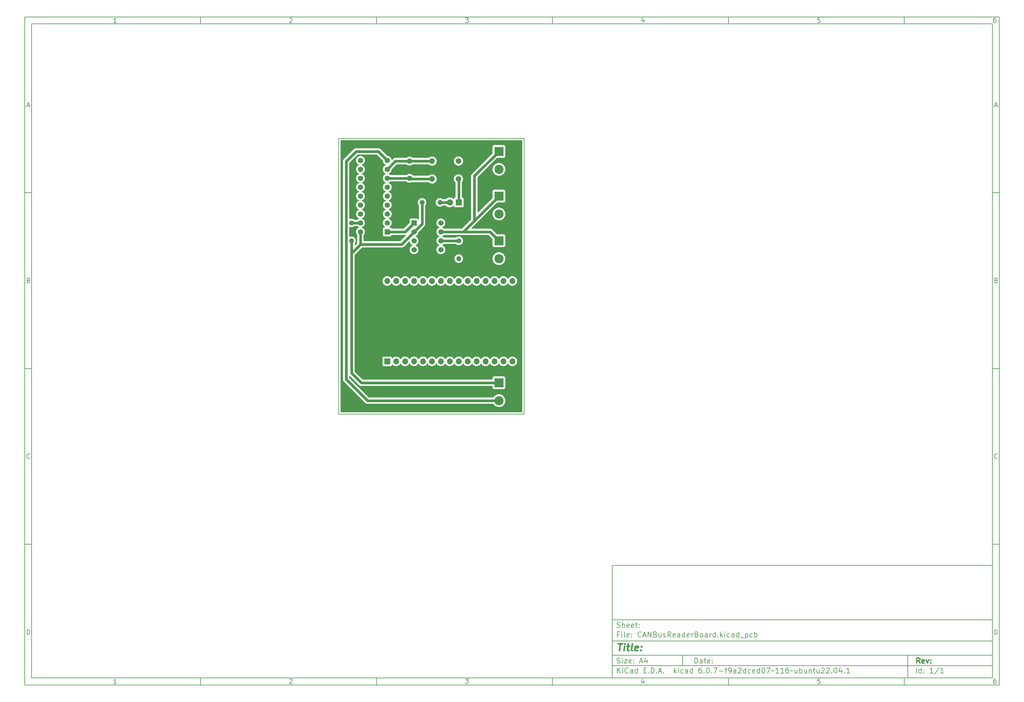
<source format=gbr>
%TF.GenerationSoftware,KiCad,Pcbnew,6.0.7-f9a2dced07~116~ubuntu22.04.1*%
%TF.CreationDate,2022-09-14T18:48:52-04:00*%
%TF.ProjectId,CANBusReaderBoard,43414e42-7573-4526-9561-646572426f61,rev?*%
%TF.SameCoordinates,Original*%
%TF.FileFunction,Copper,L1,Top*%
%TF.FilePolarity,Positive*%
%FSLAX46Y46*%
G04 Gerber Fmt 4.6, Leading zero omitted, Abs format (unit mm)*
G04 Created by KiCad (PCBNEW 6.0.7-f9a2dced07~116~ubuntu22.04.1) date 2022-09-14 18:48:52*
%MOMM*%
%LPD*%
G01*
G04 APERTURE LIST*
%ADD10C,0.100000*%
%ADD11C,0.150000*%
%ADD12C,0.300000*%
%ADD13C,0.400000*%
%TA.AperFunction,Profile*%
%ADD14C,0.200000*%
%TD*%
%TA.AperFunction,ComponentPad*%
%ADD15C,1.400000*%
%TD*%
%TA.AperFunction,ComponentPad*%
%ADD16O,1.400000X1.400000*%
%TD*%
%TA.AperFunction,ComponentPad*%
%ADD17R,1.800000X1.800000*%
%TD*%
%TA.AperFunction,ComponentPad*%
%ADD18C,1.800000*%
%TD*%
%TA.AperFunction,ComponentPad*%
%ADD19R,2.600000X2.600000*%
%TD*%
%TA.AperFunction,ComponentPad*%
%ADD20C,2.600000*%
%TD*%
%TA.AperFunction,ComponentPad*%
%ADD21R,1.498600X1.498600*%
%TD*%
%TA.AperFunction,ComponentPad*%
%ADD22C,1.498600*%
%TD*%
%TA.AperFunction,ComponentPad*%
%ADD23R,1.700000X1.700000*%
%TD*%
%TA.AperFunction,ComponentPad*%
%ADD24O,1.700000X1.700000*%
%TD*%
%TA.AperFunction,ComponentPad*%
%ADD25C,1.600000*%
%TD*%
%TA.AperFunction,ComponentPad*%
%ADD26O,1.600000X1.600000*%
%TD*%
%TA.AperFunction,ComponentPad*%
%ADD27C,1.500000*%
%TD*%
%TA.AperFunction,Conductor*%
%ADD28C,0.800000*%
%TD*%
G04 APERTURE END LIST*
D10*
D11*
X177002200Y-166007200D02*
X177002200Y-198007200D01*
X285002200Y-198007200D01*
X285002200Y-166007200D01*
X177002200Y-166007200D01*
D10*
D11*
X10000000Y-10000000D02*
X10000000Y-200007200D01*
X287002200Y-200007200D01*
X287002200Y-10000000D01*
X10000000Y-10000000D01*
D10*
D11*
X12000000Y-12000000D02*
X12000000Y-198007200D01*
X285002200Y-198007200D01*
X285002200Y-12000000D01*
X12000000Y-12000000D01*
D10*
D11*
X60000000Y-12000000D02*
X60000000Y-10000000D01*
D10*
D11*
X110000000Y-12000000D02*
X110000000Y-10000000D01*
D10*
D11*
X160000000Y-12000000D02*
X160000000Y-10000000D01*
D10*
D11*
X210000000Y-12000000D02*
X210000000Y-10000000D01*
D10*
D11*
X260000000Y-12000000D02*
X260000000Y-10000000D01*
D10*
D11*
X36065476Y-11588095D02*
X35322619Y-11588095D01*
X35694047Y-11588095D02*
X35694047Y-10288095D01*
X35570238Y-10473809D01*
X35446428Y-10597619D01*
X35322619Y-10659523D01*
D10*
D11*
X85322619Y-10411904D02*
X85384523Y-10350000D01*
X85508333Y-10288095D01*
X85817857Y-10288095D01*
X85941666Y-10350000D01*
X86003571Y-10411904D01*
X86065476Y-10535714D01*
X86065476Y-10659523D01*
X86003571Y-10845238D01*
X85260714Y-11588095D01*
X86065476Y-11588095D01*
D10*
D11*
X135260714Y-10288095D02*
X136065476Y-10288095D01*
X135632142Y-10783333D01*
X135817857Y-10783333D01*
X135941666Y-10845238D01*
X136003571Y-10907142D01*
X136065476Y-11030952D01*
X136065476Y-11340476D01*
X136003571Y-11464285D01*
X135941666Y-11526190D01*
X135817857Y-11588095D01*
X135446428Y-11588095D01*
X135322619Y-11526190D01*
X135260714Y-11464285D01*
D10*
D11*
X185941666Y-10721428D02*
X185941666Y-11588095D01*
X185632142Y-10226190D02*
X185322619Y-11154761D01*
X186127380Y-11154761D01*
D10*
D11*
X236003571Y-10288095D02*
X235384523Y-10288095D01*
X235322619Y-10907142D01*
X235384523Y-10845238D01*
X235508333Y-10783333D01*
X235817857Y-10783333D01*
X235941666Y-10845238D01*
X236003571Y-10907142D01*
X236065476Y-11030952D01*
X236065476Y-11340476D01*
X236003571Y-11464285D01*
X235941666Y-11526190D01*
X235817857Y-11588095D01*
X235508333Y-11588095D01*
X235384523Y-11526190D01*
X235322619Y-11464285D01*
D10*
D11*
X285941666Y-10288095D02*
X285694047Y-10288095D01*
X285570238Y-10350000D01*
X285508333Y-10411904D01*
X285384523Y-10597619D01*
X285322619Y-10845238D01*
X285322619Y-11340476D01*
X285384523Y-11464285D01*
X285446428Y-11526190D01*
X285570238Y-11588095D01*
X285817857Y-11588095D01*
X285941666Y-11526190D01*
X286003571Y-11464285D01*
X286065476Y-11340476D01*
X286065476Y-11030952D01*
X286003571Y-10907142D01*
X285941666Y-10845238D01*
X285817857Y-10783333D01*
X285570238Y-10783333D01*
X285446428Y-10845238D01*
X285384523Y-10907142D01*
X285322619Y-11030952D01*
D10*
D11*
X60000000Y-198007200D02*
X60000000Y-200007200D01*
D10*
D11*
X110000000Y-198007200D02*
X110000000Y-200007200D01*
D10*
D11*
X160000000Y-198007200D02*
X160000000Y-200007200D01*
D10*
D11*
X210000000Y-198007200D02*
X210000000Y-200007200D01*
D10*
D11*
X260000000Y-198007200D02*
X260000000Y-200007200D01*
D10*
D11*
X36065476Y-199595295D02*
X35322619Y-199595295D01*
X35694047Y-199595295D02*
X35694047Y-198295295D01*
X35570238Y-198481009D01*
X35446428Y-198604819D01*
X35322619Y-198666723D01*
D10*
D11*
X85322619Y-198419104D02*
X85384523Y-198357200D01*
X85508333Y-198295295D01*
X85817857Y-198295295D01*
X85941666Y-198357200D01*
X86003571Y-198419104D01*
X86065476Y-198542914D01*
X86065476Y-198666723D01*
X86003571Y-198852438D01*
X85260714Y-199595295D01*
X86065476Y-199595295D01*
D10*
D11*
X135260714Y-198295295D02*
X136065476Y-198295295D01*
X135632142Y-198790533D01*
X135817857Y-198790533D01*
X135941666Y-198852438D01*
X136003571Y-198914342D01*
X136065476Y-199038152D01*
X136065476Y-199347676D01*
X136003571Y-199471485D01*
X135941666Y-199533390D01*
X135817857Y-199595295D01*
X135446428Y-199595295D01*
X135322619Y-199533390D01*
X135260714Y-199471485D01*
D10*
D11*
X185941666Y-198728628D02*
X185941666Y-199595295D01*
X185632142Y-198233390D02*
X185322619Y-199161961D01*
X186127380Y-199161961D01*
D10*
D11*
X236003571Y-198295295D02*
X235384523Y-198295295D01*
X235322619Y-198914342D01*
X235384523Y-198852438D01*
X235508333Y-198790533D01*
X235817857Y-198790533D01*
X235941666Y-198852438D01*
X236003571Y-198914342D01*
X236065476Y-199038152D01*
X236065476Y-199347676D01*
X236003571Y-199471485D01*
X235941666Y-199533390D01*
X235817857Y-199595295D01*
X235508333Y-199595295D01*
X235384523Y-199533390D01*
X235322619Y-199471485D01*
D10*
D11*
X285941666Y-198295295D02*
X285694047Y-198295295D01*
X285570238Y-198357200D01*
X285508333Y-198419104D01*
X285384523Y-198604819D01*
X285322619Y-198852438D01*
X285322619Y-199347676D01*
X285384523Y-199471485D01*
X285446428Y-199533390D01*
X285570238Y-199595295D01*
X285817857Y-199595295D01*
X285941666Y-199533390D01*
X286003571Y-199471485D01*
X286065476Y-199347676D01*
X286065476Y-199038152D01*
X286003571Y-198914342D01*
X285941666Y-198852438D01*
X285817857Y-198790533D01*
X285570238Y-198790533D01*
X285446428Y-198852438D01*
X285384523Y-198914342D01*
X285322619Y-199038152D01*
D10*
D11*
X10000000Y-60000000D02*
X12000000Y-60000000D01*
D10*
D11*
X10000000Y-110000000D02*
X12000000Y-110000000D01*
D10*
D11*
X10000000Y-160000000D02*
X12000000Y-160000000D01*
D10*
D11*
X10690476Y-35216666D02*
X11309523Y-35216666D01*
X10566666Y-35588095D02*
X11000000Y-34288095D01*
X11433333Y-35588095D01*
D10*
D11*
X11092857Y-84907142D02*
X11278571Y-84969047D01*
X11340476Y-85030952D01*
X11402380Y-85154761D01*
X11402380Y-85340476D01*
X11340476Y-85464285D01*
X11278571Y-85526190D01*
X11154761Y-85588095D01*
X10659523Y-85588095D01*
X10659523Y-84288095D01*
X11092857Y-84288095D01*
X11216666Y-84350000D01*
X11278571Y-84411904D01*
X11340476Y-84535714D01*
X11340476Y-84659523D01*
X11278571Y-84783333D01*
X11216666Y-84845238D01*
X11092857Y-84907142D01*
X10659523Y-84907142D01*
D10*
D11*
X11402380Y-135464285D02*
X11340476Y-135526190D01*
X11154761Y-135588095D01*
X11030952Y-135588095D01*
X10845238Y-135526190D01*
X10721428Y-135402380D01*
X10659523Y-135278571D01*
X10597619Y-135030952D01*
X10597619Y-134845238D01*
X10659523Y-134597619D01*
X10721428Y-134473809D01*
X10845238Y-134350000D01*
X11030952Y-134288095D01*
X11154761Y-134288095D01*
X11340476Y-134350000D01*
X11402380Y-134411904D01*
D10*
D11*
X10659523Y-185588095D02*
X10659523Y-184288095D01*
X10969047Y-184288095D01*
X11154761Y-184350000D01*
X11278571Y-184473809D01*
X11340476Y-184597619D01*
X11402380Y-184845238D01*
X11402380Y-185030952D01*
X11340476Y-185278571D01*
X11278571Y-185402380D01*
X11154761Y-185526190D01*
X10969047Y-185588095D01*
X10659523Y-185588095D01*
D10*
D11*
X287002200Y-60000000D02*
X285002200Y-60000000D01*
D10*
D11*
X287002200Y-110000000D02*
X285002200Y-110000000D01*
D10*
D11*
X287002200Y-160000000D02*
X285002200Y-160000000D01*
D10*
D11*
X285692676Y-35216666D02*
X286311723Y-35216666D01*
X285568866Y-35588095D02*
X286002200Y-34288095D01*
X286435533Y-35588095D01*
D10*
D11*
X286095057Y-84907142D02*
X286280771Y-84969047D01*
X286342676Y-85030952D01*
X286404580Y-85154761D01*
X286404580Y-85340476D01*
X286342676Y-85464285D01*
X286280771Y-85526190D01*
X286156961Y-85588095D01*
X285661723Y-85588095D01*
X285661723Y-84288095D01*
X286095057Y-84288095D01*
X286218866Y-84350000D01*
X286280771Y-84411904D01*
X286342676Y-84535714D01*
X286342676Y-84659523D01*
X286280771Y-84783333D01*
X286218866Y-84845238D01*
X286095057Y-84907142D01*
X285661723Y-84907142D01*
D10*
D11*
X286404580Y-135464285D02*
X286342676Y-135526190D01*
X286156961Y-135588095D01*
X286033152Y-135588095D01*
X285847438Y-135526190D01*
X285723628Y-135402380D01*
X285661723Y-135278571D01*
X285599819Y-135030952D01*
X285599819Y-134845238D01*
X285661723Y-134597619D01*
X285723628Y-134473809D01*
X285847438Y-134350000D01*
X286033152Y-134288095D01*
X286156961Y-134288095D01*
X286342676Y-134350000D01*
X286404580Y-134411904D01*
D10*
D11*
X285661723Y-185588095D02*
X285661723Y-184288095D01*
X285971247Y-184288095D01*
X286156961Y-184350000D01*
X286280771Y-184473809D01*
X286342676Y-184597619D01*
X286404580Y-184845238D01*
X286404580Y-185030952D01*
X286342676Y-185278571D01*
X286280771Y-185402380D01*
X286156961Y-185526190D01*
X285971247Y-185588095D01*
X285661723Y-185588095D01*
D10*
D11*
X200434342Y-193785771D02*
X200434342Y-192285771D01*
X200791485Y-192285771D01*
X201005771Y-192357200D01*
X201148628Y-192500057D01*
X201220057Y-192642914D01*
X201291485Y-192928628D01*
X201291485Y-193142914D01*
X201220057Y-193428628D01*
X201148628Y-193571485D01*
X201005771Y-193714342D01*
X200791485Y-193785771D01*
X200434342Y-193785771D01*
X202577200Y-193785771D02*
X202577200Y-193000057D01*
X202505771Y-192857200D01*
X202362914Y-192785771D01*
X202077200Y-192785771D01*
X201934342Y-192857200D01*
X202577200Y-193714342D02*
X202434342Y-193785771D01*
X202077200Y-193785771D01*
X201934342Y-193714342D01*
X201862914Y-193571485D01*
X201862914Y-193428628D01*
X201934342Y-193285771D01*
X202077200Y-193214342D01*
X202434342Y-193214342D01*
X202577200Y-193142914D01*
X203077200Y-192785771D02*
X203648628Y-192785771D01*
X203291485Y-192285771D02*
X203291485Y-193571485D01*
X203362914Y-193714342D01*
X203505771Y-193785771D01*
X203648628Y-193785771D01*
X204720057Y-193714342D02*
X204577200Y-193785771D01*
X204291485Y-193785771D01*
X204148628Y-193714342D01*
X204077200Y-193571485D01*
X204077200Y-193000057D01*
X204148628Y-192857200D01*
X204291485Y-192785771D01*
X204577200Y-192785771D01*
X204720057Y-192857200D01*
X204791485Y-193000057D01*
X204791485Y-193142914D01*
X204077200Y-193285771D01*
X205434342Y-193642914D02*
X205505771Y-193714342D01*
X205434342Y-193785771D01*
X205362914Y-193714342D01*
X205434342Y-193642914D01*
X205434342Y-193785771D01*
X205434342Y-192857200D02*
X205505771Y-192928628D01*
X205434342Y-193000057D01*
X205362914Y-192928628D01*
X205434342Y-192857200D01*
X205434342Y-193000057D01*
D10*
D11*
X177002200Y-194507200D02*
X285002200Y-194507200D01*
D10*
D11*
X178434342Y-196585771D02*
X178434342Y-195085771D01*
X179291485Y-196585771D02*
X178648628Y-195728628D01*
X179291485Y-195085771D02*
X178434342Y-195942914D01*
X179934342Y-196585771D02*
X179934342Y-195585771D01*
X179934342Y-195085771D02*
X179862914Y-195157200D01*
X179934342Y-195228628D01*
X180005771Y-195157200D01*
X179934342Y-195085771D01*
X179934342Y-195228628D01*
X181505771Y-196442914D02*
X181434342Y-196514342D01*
X181220057Y-196585771D01*
X181077200Y-196585771D01*
X180862914Y-196514342D01*
X180720057Y-196371485D01*
X180648628Y-196228628D01*
X180577200Y-195942914D01*
X180577200Y-195728628D01*
X180648628Y-195442914D01*
X180720057Y-195300057D01*
X180862914Y-195157200D01*
X181077200Y-195085771D01*
X181220057Y-195085771D01*
X181434342Y-195157200D01*
X181505771Y-195228628D01*
X182791485Y-196585771D02*
X182791485Y-195800057D01*
X182720057Y-195657200D01*
X182577200Y-195585771D01*
X182291485Y-195585771D01*
X182148628Y-195657200D01*
X182791485Y-196514342D02*
X182648628Y-196585771D01*
X182291485Y-196585771D01*
X182148628Y-196514342D01*
X182077200Y-196371485D01*
X182077200Y-196228628D01*
X182148628Y-196085771D01*
X182291485Y-196014342D01*
X182648628Y-196014342D01*
X182791485Y-195942914D01*
X184148628Y-196585771D02*
X184148628Y-195085771D01*
X184148628Y-196514342D02*
X184005771Y-196585771D01*
X183720057Y-196585771D01*
X183577200Y-196514342D01*
X183505771Y-196442914D01*
X183434342Y-196300057D01*
X183434342Y-195871485D01*
X183505771Y-195728628D01*
X183577200Y-195657200D01*
X183720057Y-195585771D01*
X184005771Y-195585771D01*
X184148628Y-195657200D01*
X186005771Y-195800057D02*
X186505771Y-195800057D01*
X186720057Y-196585771D02*
X186005771Y-196585771D01*
X186005771Y-195085771D01*
X186720057Y-195085771D01*
X187362914Y-196442914D02*
X187434342Y-196514342D01*
X187362914Y-196585771D01*
X187291485Y-196514342D01*
X187362914Y-196442914D01*
X187362914Y-196585771D01*
X188077200Y-196585771D02*
X188077200Y-195085771D01*
X188434342Y-195085771D01*
X188648628Y-195157200D01*
X188791485Y-195300057D01*
X188862914Y-195442914D01*
X188934342Y-195728628D01*
X188934342Y-195942914D01*
X188862914Y-196228628D01*
X188791485Y-196371485D01*
X188648628Y-196514342D01*
X188434342Y-196585771D01*
X188077200Y-196585771D01*
X189577200Y-196442914D02*
X189648628Y-196514342D01*
X189577200Y-196585771D01*
X189505771Y-196514342D01*
X189577200Y-196442914D01*
X189577200Y-196585771D01*
X190220057Y-196157200D02*
X190934342Y-196157200D01*
X190077200Y-196585771D02*
X190577200Y-195085771D01*
X191077200Y-196585771D01*
X191577200Y-196442914D02*
X191648628Y-196514342D01*
X191577200Y-196585771D01*
X191505771Y-196514342D01*
X191577200Y-196442914D01*
X191577200Y-196585771D01*
X194577200Y-196585771D02*
X194577200Y-195085771D01*
X194720057Y-196014342D02*
X195148628Y-196585771D01*
X195148628Y-195585771D02*
X194577200Y-196157200D01*
X195791485Y-196585771D02*
X195791485Y-195585771D01*
X195791485Y-195085771D02*
X195720057Y-195157200D01*
X195791485Y-195228628D01*
X195862914Y-195157200D01*
X195791485Y-195085771D01*
X195791485Y-195228628D01*
X197148628Y-196514342D02*
X197005771Y-196585771D01*
X196720057Y-196585771D01*
X196577200Y-196514342D01*
X196505771Y-196442914D01*
X196434342Y-196300057D01*
X196434342Y-195871485D01*
X196505771Y-195728628D01*
X196577200Y-195657200D01*
X196720057Y-195585771D01*
X197005771Y-195585771D01*
X197148628Y-195657200D01*
X198434342Y-196585771D02*
X198434342Y-195800057D01*
X198362914Y-195657200D01*
X198220057Y-195585771D01*
X197934342Y-195585771D01*
X197791485Y-195657200D01*
X198434342Y-196514342D02*
X198291485Y-196585771D01*
X197934342Y-196585771D01*
X197791485Y-196514342D01*
X197720057Y-196371485D01*
X197720057Y-196228628D01*
X197791485Y-196085771D01*
X197934342Y-196014342D01*
X198291485Y-196014342D01*
X198434342Y-195942914D01*
X199791485Y-196585771D02*
X199791485Y-195085771D01*
X199791485Y-196514342D02*
X199648628Y-196585771D01*
X199362914Y-196585771D01*
X199220057Y-196514342D01*
X199148628Y-196442914D01*
X199077200Y-196300057D01*
X199077200Y-195871485D01*
X199148628Y-195728628D01*
X199220057Y-195657200D01*
X199362914Y-195585771D01*
X199648628Y-195585771D01*
X199791485Y-195657200D01*
X202291485Y-195085771D02*
X202005771Y-195085771D01*
X201862914Y-195157200D01*
X201791485Y-195228628D01*
X201648628Y-195442914D01*
X201577200Y-195728628D01*
X201577200Y-196300057D01*
X201648628Y-196442914D01*
X201720057Y-196514342D01*
X201862914Y-196585771D01*
X202148628Y-196585771D01*
X202291485Y-196514342D01*
X202362914Y-196442914D01*
X202434342Y-196300057D01*
X202434342Y-195942914D01*
X202362914Y-195800057D01*
X202291485Y-195728628D01*
X202148628Y-195657200D01*
X201862914Y-195657200D01*
X201720057Y-195728628D01*
X201648628Y-195800057D01*
X201577200Y-195942914D01*
X203077200Y-196442914D02*
X203148628Y-196514342D01*
X203077200Y-196585771D01*
X203005771Y-196514342D01*
X203077200Y-196442914D01*
X203077200Y-196585771D01*
X204077200Y-195085771D02*
X204220057Y-195085771D01*
X204362914Y-195157200D01*
X204434342Y-195228628D01*
X204505771Y-195371485D01*
X204577200Y-195657200D01*
X204577200Y-196014342D01*
X204505771Y-196300057D01*
X204434342Y-196442914D01*
X204362914Y-196514342D01*
X204220057Y-196585771D01*
X204077200Y-196585771D01*
X203934342Y-196514342D01*
X203862914Y-196442914D01*
X203791485Y-196300057D01*
X203720057Y-196014342D01*
X203720057Y-195657200D01*
X203791485Y-195371485D01*
X203862914Y-195228628D01*
X203934342Y-195157200D01*
X204077200Y-195085771D01*
X205220057Y-196442914D02*
X205291485Y-196514342D01*
X205220057Y-196585771D01*
X205148628Y-196514342D01*
X205220057Y-196442914D01*
X205220057Y-196585771D01*
X205791485Y-195085771D02*
X206791485Y-195085771D01*
X206148628Y-196585771D01*
X207362914Y-196014342D02*
X208505771Y-196014342D01*
X209005771Y-195585771D02*
X209577200Y-195585771D01*
X209220057Y-196585771D02*
X209220057Y-195300057D01*
X209291485Y-195157200D01*
X209434342Y-195085771D01*
X209577200Y-195085771D01*
X210148628Y-196585771D02*
X210434342Y-196585771D01*
X210577200Y-196514342D01*
X210648628Y-196442914D01*
X210791485Y-196228628D01*
X210862914Y-195942914D01*
X210862914Y-195371485D01*
X210791485Y-195228628D01*
X210720057Y-195157200D01*
X210577200Y-195085771D01*
X210291485Y-195085771D01*
X210148628Y-195157200D01*
X210077200Y-195228628D01*
X210005771Y-195371485D01*
X210005771Y-195728628D01*
X210077200Y-195871485D01*
X210148628Y-195942914D01*
X210291485Y-196014342D01*
X210577200Y-196014342D01*
X210720057Y-195942914D01*
X210791485Y-195871485D01*
X210862914Y-195728628D01*
X212148628Y-196585771D02*
X212148628Y-195800057D01*
X212077200Y-195657200D01*
X211934342Y-195585771D01*
X211648628Y-195585771D01*
X211505771Y-195657200D01*
X212148628Y-196514342D02*
X212005771Y-196585771D01*
X211648628Y-196585771D01*
X211505771Y-196514342D01*
X211434342Y-196371485D01*
X211434342Y-196228628D01*
X211505771Y-196085771D01*
X211648628Y-196014342D01*
X212005771Y-196014342D01*
X212148628Y-195942914D01*
X212791485Y-195228628D02*
X212862914Y-195157200D01*
X213005771Y-195085771D01*
X213362914Y-195085771D01*
X213505771Y-195157200D01*
X213577200Y-195228628D01*
X213648628Y-195371485D01*
X213648628Y-195514342D01*
X213577200Y-195728628D01*
X212720057Y-196585771D01*
X213648628Y-196585771D01*
X214934342Y-196585771D02*
X214934342Y-195085771D01*
X214934342Y-196514342D02*
X214791485Y-196585771D01*
X214505771Y-196585771D01*
X214362914Y-196514342D01*
X214291485Y-196442914D01*
X214220057Y-196300057D01*
X214220057Y-195871485D01*
X214291485Y-195728628D01*
X214362914Y-195657200D01*
X214505771Y-195585771D01*
X214791485Y-195585771D01*
X214934342Y-195657200D01*
X216291485Y-196514342D02*
X216148628Y-196585771D01*
X215862914Y-196585771D01*
X215720057Y-196514342D01*
X215648628Y-196442914D01*
X215577200Y-196300057D01*
X215577200Y-195871485D01*
X215648628Y-195728628D01*
X215720057Y-195657200D01*
X215862914Y-195585771D01*
X216148628Y-195585771D01*
X216291485Y-195657200D01*
X217505771Y-196514342D02*
X217362914Y-196585771D01*
X217077200Y-196585771D01*
X216934342Y-196514342D01*
X216862914Y-196371485D01*
X216862914Y-195800057D01*
X216934342Y-195657200D01*
X217077200Y-195585771D01*
X217362914Y-195585771D01*
X217505771Y-195657200D01*
X217577200Y-195800057D01*
X217577200Y-195942914D01*
X216862914Y-196085771D01*
X218862914Y-196585771D02*
X218862914Y-195085771D01*
X218862914Y-196514342D02*
X218720057Y-196585771D01*
X218434342Y-196585771D01*
X218291485Y-196514342D01*
X218220057Y-196442914D01*
X218148628Y-196300057D01*
X218148628Y-195871485D01*
X218220057Y-195728628D01*
X218291485Y-195657200D01*
X218434342Y-195585771D01*
X218720057Y-195585771D01*
X218862914Y-195657200D01*
X219862914Y-195085771D02*
X220005771Y-195085771D01*
X220148628Y-195157200D01*
X220220057Y-195228628D01*
X220291485Y-195371485D01*
X220362914Y-195657200D01*
X220362914Y-196014342D01*
X220291485Y-196300057D01*
X220220057Y-196442914D01*
X220148628Y-196514342D01*
X220005771Y-196585771D01*
X219862914Y-196585771D01*
X219720057Y-196514342D01*
X219648628Y-196442914D01*
X219577200Y-196300057D01*
X219505771Y-196014342D01*
X219505771Y-195657200D01*
X219577200Y-195371485D01*
X219648628Y-195228628D01*
X219720057Y-195157200D01*
X219862914Y-195085771D01*
X220862914Y-195085771D02*
X221862914Y-195085771D01*
X221220057Y-196585771D01*
X222220057Y-196014342D02*
X222291485Y-195942914D01*
X222434342Y-195871485D01*
X222720057Y-196014342D01*
X222862914Y-195942914D01*
X222934342Y-195871485D01*
X224291485Y-196585771D02*
X223434342Y-196585771D01*
X223862914Y-196585771D02*
X223862914Y-195085771D01*
X223720057Y-195300057D01*
X223577200Y-195442914D01*
X223434342Y-195514342D01*
X225720057Y-196585771D02*
X224862914Y-196585771D01*
X225291485Y-196585771D02*
X225291485Y-195085771D01*
X225148628Y-195300057D01*
X225005771Y-195442914D01*
X224862914Y-195514342D01*
X227005771Y-195085771D02*
X226720057Y-195085771D01*
X226577200Y-195157200D01*
X226505771Y-195228628D01*
X226362914Y-195442914D01*
X226291485Y-195728628D01*
X226291485Y-196300057D01*
X226362914Y-196442914D01*
X226434342Y-196514342D01*
X226577200Y-196585771D01*
X226862914Y-196585771D01*
X227005771Y-196514342D01*
X227077200Y-196442914D01*
X227148628Y-196300057D01*
X227148628Y-195942914D01*
X227077200Y-195800057D01*
X227005771Y-195728628D01*
X226862914Y-195657200D01*
X226577200Y-195657200D01*
X226434342Y-195728628D01*
X226362914Y-195800057D01*
X226291485Y-195942914D01*
X227577199Y-196014342D02*
X227648628Y-195942914D01*
X227791485Y-195871485D01*
X228077199Y-196014342D01*
X228220057Y-195942914D01*
X228291485Y-195871485D01*
X229505771Y-195585771D02*
X229505771Y-196585771D01*
X228862914Y-195585771D02*
X228862914Y-196371485D01*
X228934342Y-196514342D01*
X229077200Y-196585771D01*
X229291485Y-196585771D01*
X229434342Y-196514342D01*
X229505771Y-196442914D01*
X230220057Y-196585771D02*
X230220057Y-195085771D01*
X230220057Y-195657200D02*
X230362914Y-195585771D01*
X230648628Y-195585771D01*
X230791485Y-195657200D01*
X230862914Y-195728628D01*
X230934342Y-195871485D01*
X230934342Y-196300057D01*
X230862914Y-196442914D01*
X230791485Y-196514342D01*
X230648628Y-196585771D01*
X230362914Y-196585771D01*
X230220057Y-196514342D01*
X232220057Y-195585771D02*
X232220057Y-196585771D01*
X231577200Y-195585771D02*
X231577200Y-196371485D01*
X231648628Y-196514342D01*
X231791485Y-196585771D01*
X232005771Y-196585771D01*
X232148628Y-196514342D01*
X232220057Y-196442914D01*
X232934342Y-195585771D02*
X232934342Y-196585771D01*
X232934342Y-195728628D02*
X233005771Y-195657200D01*
X233148628Y-195585771D01*
X233362914Y-195585771D01*
X233505771Y-195657200D01*
X233577200Y-195800057D01*
X233577200Y-196585771D01*
X234077200Y-195585771D02*
X234648628Y-195585771D01*
X234291485Y-195085771D02*
X234291485Y-196371485D01*
X234362914Y-196514342D01*
X234505771Y-196585771D01*
X234648628Y-196585771D01*
X235791485Y-195585771D02*
X235791485Y-196585771D01*
X235148628Y-195585771D02*
X235148628Y-196371485D01*
X235220057Y-196514342D01*
X235362914Y-196585771D01*
X235577200Y-196585771D01*
X235720057Y-196514342D01*
X235791485Y-196442914D01*
X236434342Y-195228628D02*
X236505771Y-195157200D01*
X236648628Y-195085771D01*
X237005771Y-195085771D01*
X237148628Y-195157200D01*
X237220057Y-195228628D01*
X237291485Y-195371485D01*
X237291485Y-195514342D01*
X237220057Y-195728628D01*
X236362914Y-196585771D01*
X237291485Y-196585771D01*
X237862914Y-195228628D02*
X237934342Y-195157200D01*
X238077200Y-195085771D01*
X238434342Y-195085771D01*
X238577200Y-195157200D01*
X238648628Y-195228628D01*
X238720057Y-195371485D01*
X238720057Y-195514342D01*
X238648628Y-195728628D01*
X237791485Y-196585771D01*
X238720057Y-196585771D01*
X239362914Y-196442914D02*
X239434342Y-196514342D01*
X239362914Y-196585771D01*
X239291485Y-196514342D01*
X239362914Y-196442914D01*
X239362914Y-196585771D01*
X240362914Y-195085771D02*
X240505771Y-195085771D01*
X240648628Y-195157200D01*
X240720057Y-195228628D01*
X240791485Y-195371485D01*
X240862914Y-195657200D01*
X240862914Y-196014342D01*
X240791485Y-196300057D01*
X240720057Y-196442914D01*
X240648628Y-196514342D01*
X240505771Y-196585771D01*
X240362914Y-196585771D01*
X240220057Y-196514342D01*
X240148628Y-196442914D01*
X240077200Y-196300057D01*
X240005771Y-196014342D01*
X240005771Y-195657200D01*
X240077200Y-195371485D01*
X240148628Y-195228628D01*
X240220057Y-195157200D01*
X240362914Y-195085771D01*
X242148628Y-195585771D02*
X242148628Y-196585771D01*
X241791485Y-195014342D02*
X241434342Y-196085771D01*
X242362914Y-196085771D01*
X242934342Y-196442914D02*
X243005771Y-196514342D01*
X242934342Y-196585771D01*
X242862914Y-196514342D01*
X242934342Y-196442914D01*
X242934342Y-196585771D01*
X244434342Y-196585771D02*
X243577199Y-196585771D01*
X244005771Y-196585771D02*
X244005771Y-195085771D01*
X243862914Y-195300057D01*
X243720057Y-195442914D01*
X243577199Y-195514342D01*
D10*
D11*
X177002200Y-191507200D02*
X285002200Y-191507200D01*
D10*
D12*
X264411485Y-193785771D02*
X263911485Y-193071485D01*
X263554342Y-193785771D02*
X263554342Y-192285771D01*
X264125771Y-192285771D01*
X264268628Y-192357200D01*
X264340057Y-192428628D01*
X264411485Y-192571485D01*
X264411485Y-192785771D01*
X264340057Y-192928628D01*
X264268628Y-193000057D01*
X264125771Y-193071485D01*
X263554342Y-193071485D01*
X265625771Y-193714342D02*
X265482914Y-193785771D01*
X265197200Y-193785771D01*
X265054342Y-193714342D01*
X264982914Y-193571485D01*
X264982914Y-193000057D01*
X265054342Y-192857200D01*
X265197200Y-192785771D01*
X265482914Y-192785771D01*
X265625771Y-192857200D01*
X265697200Y-193000057D01*
X265697200Y-193142914D01*
X264982914Y-193285771D01*
X266197200Y-192785771D02*
X266554342Y-193785771D01*
X266911485Y-192785771D01*
X267482914Y-193642914D02*
X267554342Y-193714342D01*
X267482914Y-193785771D01*
X267411485Y-193714342D01*
X267482914Y-193642914D01*
X267482914Y-193785771D01*
X267482914Y-192857200D02*
X267554342Y-192928628D01*
X267482914Y-193000057D01*
X267411485Y-192928628D01*
X267482914Y-192857200D01*
X267482914Y-193000057D01*
D10*
D11*
X178362914Y-193714342D02*
X178577200Y-193785771D01*
X178934342Y-193785771D01*
X179077200Y-193714342D01*
X179148628Y-193642914D01*
X179220057Y-193500057D01*
X179220057Y-193357200D01*
X179148628Y-193214342D01*
X179077200Y-193142914D01*
X178934342Y-193071485D01*
X178648628Y-193000057D01*
X178505771Y-192928628D01*
X178434342Y-192857200D01*
X178362914Y-192714342D01*
X178362914Y-192571485D01*
X178434342Y-192428628D01*
X178505771Y-192357200D01*
X178648628Y-192285771D01*
X179005771Y-192285771D01*
X179220057Y-192357200D01*
X179862914Y-193785771D02*
X179862914Y-192785771D01*
X179862914Y-192285771D02*
X179791485Y-192357200D01*
X179862914Y-192428628D01*
X179934342Y-192357200D01*
X179862914Y-192285771D01*
X179862914Y-192428628D01*
X180434342Y-192785771D02*
X181220057Y-192785771D01*
X180434342Y-193785771D01*
X181220057Y-193785771D01*
X182362914Y-193714342D02*
X182220057Y-193785771D01*
X181934342Y-193785771D01*
X181791485Y-193714342D01*
X181720057Y-193571485D01*
X181720057Y-193000057D01*
X181791485Y-192857200D01*
X181934342Y-192785771D01*
X182220057Y-192785771D01*
X182362914Y-192857200D01*
X182434342Y-193000057D01*
X182434342Y-193142914D01*
X181720057Y-193285771D01*
X183077200Y-193642914D02*
X183148628Y-193714342D01*
X183077200Y-193785771D01*
X183005771Y-193714342D01*
X183077200Y-193642914D01*
X183077200Y-193785771D01*
X183077200Y-192857200D02*
X183148628Y-192928628D01*
X183077200Y-193000057D01*
X183005771Y-192928628D01*
X183077200Y-192857200D01*
X183077200Y-193000057D01*
X184862914Y-193357200D02*
X185577200Y-193357200D01*
X184720057Y-193785771D02*
X185220057Y-192285771D01*
X185720057Y-193785771D01*
X186862914Y-192785771D02*
X186862914Y-193785771D01*
X186505771Y-192214342D02*
X186148628Y-193285771D01*
X187077200Y-193285771D01*
D10*
D11*
X263434342Y-196585771D02*
X263434342Y-195085771D01*
X264791485Y-196585771D02*
X264791485Y-195085771D01*
X264791485Y-196514342D02*
X264648628Y-196585771D01*
X264362914Y-196585771D01*
X264220057Y-196514342D01*
X264148628Y-196442914D01*
X264077200Y-196300057D01*
X264077200Y-195871485D01*
X264148628Y-195728628D01*
X264220057Y-195657200D01*
X264362914Y-195585771D01*
X264648628Y-195585771D01*
X264791485Y-195657200D01*
X265505771Y-196442914D02*
X265577200Y-196514342D01*
X265505771Y-196585771D01*
X265434342Y-196514342D01*
X265505771Y-196442914D01*
X265505771Y-196585771D01*
X265505771Y-195657200D02*
X265577200Y-195728628D01*
X265505771Y-195800057D01*
X265434342Y-195728628D01*
X265505771Y-195657200D01*
X265505771Y-195800057D01*
X268148628Y-196585771D02*
X267291485Y-196585771D01*
X267720057Y-196585771D02*
X267720057Y-195085771D01*
X267577200Y-195300057D01*
X267434342Y-195442914D01*
X267291485Y-195514342D01*
X269862914Y-195014342D02*
X268577200Y-196942914D01*
X271148628Y-196585771D02*
X270291485Y-196585771D01*
X270720057Y-196585771D02*
X270720057Y-195085771D01*
X270577200Y-195300057D01*
X270434342Y-195442914D01*
X270291485Y-195514342D01*
D10*
D11*
X177002200Y-187507200D02*
X285002200Y-187507200D01*
D10*
D13*
X178714580Y-188211961D02*
X179857438Y-188211961D01*
X179036009Y-190211961D02*
X179286009Y-188211961D01*
X180274104Y-190211961D02*
X180440771Y-188878628D01*
X180524104Y-188211961D02*
X180416961Y-188307200D01*
X180500295Y-188402438D01*
X180607438Y-188307200D01*
X180524104Y-188211961D01*
X180500295Y-188402438D01*
X181107438Y-188878628D02*
X181869342Y-188878628D01*
X181476485Y-188211961D02*
X181262200Y-189926247D01*
X181333628Y-190116723D01*
X181512200Y-190211961D01*
X181702676Y-190211961D01*
X182655057Y-190211961D02*
X182476485Y-190116723D01*
X182405057Y-189926247D01*
X182619342Y-188211961D01*
X184190771Y-190116723D02*
X183988390Y-190211961D01*
X183607438Y-190211961D01*
X183428866Y-190116723D01*
X183357438Y-189926247D01*
X183452676Y-189164342D01*
X183571723Y-188973866D01*
X183774104Y-188878628D01*
X184155057Y-188878628D01*
X184333628Y-188973866D01*
X184405057Y-189164342D01*
X184381247Y-189354819D01*
X183405057Y-189545295D01*
X185155057Y-190021485D02*
X185238390Y-190116723D01*
X185131247Y-190211961D01*
X185047914Y-190116723D01*
X185155057Y-190021485D01*
X185131247Y-190211961D01*
X185286009Y-188973866D02*
X185369342Y-189069104D01*
X185262200Y-189164342D01*
X185178866Y-189069104D01*
X185286009Y-188973866D01*
X185262200Y-189164342D01*
D10*
D11*
X178934342Y-185600057D02*
X178434342Y-185600057D01*
X178434342Y-186385771D02*
X178434342Y-184885771D01*
X179148628Y-184885771D01*
X179720057Y-186385771D02*
X179720057Y-185385771D01*
X179720057Y-184885771D02*
X179648628Y-184957200D01*
X179720057Y-185028628D01*
X179791485Y-184957200D01*
X179720057Y-184885771D01*
X179720057Y-185028628D01*
X180648628Y-186385771D02*
X180505771Y-186314342D01*
X180434342Y-186171485D01*
X180434342Y-184885771D01*
X181791485Y-186314342D02*
X181648628Y-186385771D01*
X181362914Y-186385771D01*
X181220057Y-186314342D01*
X181148628Y-186171485D01*
X181148628Y-185600057D01*
X181220057Y-185457200D01*
X181362914Y-185385771D01*
X181648628Y-185385771D01*
X181791485Y-185457200D01*
X181862914Y-185600057D01*
X181862914Y-185742914D01*
X181148628Y-185885771D01*
X182505771Y-186242914D02*
X182577200Y-186314342D01*
X182505771Y-186385771D01*
X182434342Y-186314342D01*
X182505771Y-186242914D01*
X182505771Y-186385771D01*
X182505771Y-185457200D02*
X182577200Y-185528628D01*
X182505771Y-185600057D01*
X182434342Y-185528628D01*
X182505771Y-185457200D01*
X182505771Y-185600057D01*
X185220057Y-186242914D02*
X185148628Y-186314342D01*
X184934342Y-186385771D01*
X184791485Y-186385771D01*
X184577200Y-186314342D01*
X184434342Y-186171485D01*
X184362914Y-186028628D01*
X184291485Y-185742914D01*
X184291485Y-185528628D01*
X184362914Y-185242914D01*
X184434342Y-185100057D01*
X184577200Y-184957200D01*
X184791485Y-184885771D01*
X184934342Y-184885771D01*
X185148628Y-184957200D01*
X185220057Y-185028628D01*
X185791485Y-185957200D02*
X186505771Y-185957200D01*
X185648628Y-186385771D02*
X186148628Y-184885771D01*
X186648628Y-186385771D01*
X187148628Y-186385771D02*
X187148628Y-184885771D01*
X188005771Y-186385771D01*
X188005771Y-184885771D01*
X189220057Y-185600057D02*
X189434342Y-185671485D01*
X189505771Y-185742914D01*
X189577200Y-185885771D01*
X189577200Y-186100057D01*
X189505771Y-186242914D01*
X189434342Y-186314342D01*
X189291485Y-186385771D01*
X188720057Y-186385771D01*
X188720057Y-184885771D01*
X189220057Y-184885771D01*
X189362914Y-184957200D01*
X189434342Y-185028628D01*
X189505771Y-185171485D01*
X189505771Y-185314342D01*
X189434342Y-185457200D01*
X189362914Y-185528628D01*
X189220057Y-185600057D01*
X188720057Y-185600057D01*
X190862914Y-185385771D02*
X190862914Y-186385771D01*
X190220057Y-185385771D02*
X190220057Y-186171485D01*
X190291485Y-186314342D01*
X190434342Y-186385771D01*
X190648628Y-186385771D01*
X190791485Y-186314342D01*
X190862914Y-186242914D01*
X191505771Y-186314342D02*
X191648628Y-186385771D01*
X191934342Y-186385771D01*
X192077200Y-186314342D01*
X192148628Y-186171485D01*
X192148628Y-186100057D01*
X192077200Y-185957200D01*
X191934342Y-185885771D01*
X191720057Y-185885771D01*
X191577200Y-185814342D01*
X191505771Y-185671485D01*
X191505771Y-185600057D01*
X191577200Y-185457200D01*
X191720057Y-185385771D01*
X191934342Y-185385771D01*
X192077200Y-185457200D01*
X193648628Y-186385771D02*
X193148628Y-185671485D01*
X192791485Y-186385771D02*
X192791485Y-184885771D01*
X193362914Y-184885771D01*
X193505771Y-184957200D01*
X193577200Y-185028628D01*
X193648628Y-185171485D01*
X193648628Y-185385771D01*
X193577200Y-185528628D01*
X193505771Y-185600057D01*
X193362914Y-185671485D01*
X192791485Y-185671485D01*
X194862914Y-186314342D02*
X194720057Y-186385771D01*
X194434342Y-186385771D01*
X194291485Y-186314342D01*
X194220057Y-186171485D01*
X194220057Y-185600057D01*
X194291485Y-185457200D01*
X194434342Y-185385771D01*
X194720057Y-185385771D01*
X194862914Y-185457200D01*
X194934342Y-185600057D01*
X194934342Y-185742914D01*
X194220057Y-185885771D01*
X196220057Y-186385771D02*
X196220057Y-185600057D01*
X196148628Y-185457200D01*
X196005771Y-185385771D01*
X195720057Y-185385771D01*
X195577200Y-185457200D01*
X196220057Y-186314342D02*
X196077200Y-186385771D01*
X195720057Y-186385771D01*
X195577200Y-186314342D01*
X195505771Y-186171485D01*
X195505771Y-186028628D01*
X195577200Y-185885771D01*
X195720057Y-185814342D01*
X196077200Y-185814342D01*
X196220057Y-185742914D01*
X197577200Y-186385771D02*
X197577200Y-184885771D01*
X197577200Y-186314342D02*
X197434342Y-186385771D01*
X197148628Y-186385771D01*
X197005771Y-186314342D01*
X196934342Y-186242914D01*
X196862914Y-186100057D01*
X196862914Y-185671485D01*
X196934342Y-185528628D01*
X197005771Y-185457200D01*
X197148628Y-185385771D01*
X197434342Y-185385771D01*
X197577200Y-185457200D01*
X198862914Y-186314342D02*
X198720057Y-186385771D01*
X198434342Y-186385771D01*
X198291485Y-186314342D01*
X198220057Y-186171485D01*
X198220057Y-185600057D01*
X198291485Y-185457200D01*
X198434342Y-185385771D01*
X198720057Y-185385771D01*
X198862914Y-185457200D01*
X198934342Y-185600057D01*
X198934342Y-185742914D01*
X198220057Y-185885771D01*
X199577200Y-186385771D02*
X199577200Y-185385771D01*
X199577200Y-185671485D02*
X199648628Y-185528628D01*
X199720057Y-185457200D01*
X199862914Y-185385771D01*
X200005771Y-185385771D01*
X201005771Y-185600057D02*
X201220057Y-185671485D01*
X201291485Y-185742914D01*
X201362914Y-185885771D01*
X201362914Y-186100057D01*
X201291485Y-186242914D01*
X201220057Y-186314342D01*
X201077200Y-186385771D01*
X200505771Y-186385771D01*
X200505771Y-184885771D01*
X201005771Y-184885771D01*
X201148628Y-184957200D01*
X201220057Y-185028628D01*
X201291485Y-185171485D01*
X201291485Y-185314342D01*
X201220057Y-185457200D01*
X201148628Y-185528628D01*
X201005771Y-185600057D01*
X200505771Y-185600057D01*
X202220057Y-186385771D02*
X202077200Y-186314342D01*
X202005771Y-186242914D01*
X201934342Y-186100057D01*
X201934342Y-185671485D01*
X202005771Y-185528628D01*
X202077200Y-185457200D01*
X202220057Y-185385771D01*
X202434342Y-185385771D01*
X202577200Y-185457200D01*
X202648628Y-185528628D01*
X202720057Y-185671485D01*
X202720057Y-186100057D01*
X202648628Y-186242914D01*
X202577200Y-186314342D01*
X202434342Y-186385771D01*
X202220057Y-186385771D01*
X204005771Y-186385771D02*
X204005771Y-185600057D01*
X203934342Y-185457200D01*
X203791485Y-185385771D01*
X203505771Y-185385771D01*
X203362914Y-185457200D01*
X204005771Y-186314342D02*
X203862914Y-186385771D01*
X203505771Y-186385771D01*
X203362914Y-186314342D01*
X203291485Y-186171485D01*
X203291485Y-186028628D01*
X203362914Y-185885771D01*
X203505771Y-185814342D01*
X203862914Y-185814342D01*
X204005771Y-185742914D01*
X204720057Y-186385771D02*
X204720057Y-185385771D01*
X204720057Y-185671485D02*
X204791485Y-185528628D01*
X204862914Y-185457200D01*
X205005771Y-185385771D01*
X205148628Y-185385771D01*
X206291485Y-186385771D02*
X206291485Y-184885771D01*
X206291485Y-186314342D02*
X206148628Y-186385771D01*
X205862914Y-186385771D01*
X205720057Y-186314342D01*
X205648628Y-186242914D01*
X205577200Y-186100057D01*
X205577200Y-185671485D01*
X205648628Y-185528628D01*
X205720057Y-185457200D01*
X205862914Y-185385771D01*
X206148628Y-185385771D01*
X206291485Y-185457200D01*
X207005771Y-186242914D02*
X207077200Y-186314342D01*
X207005771Y-186385771D01*
X206934342Y-186314342D01*
X207005771Y-186242914D01*
X207005771Y-186385771D01*
X207720057Y-186385771D02*
X207720057Y-184885771D01*
X207862914Y-185814342D02*
X208291485Y-186385771D01*
X208291485Y-185385771D02*
X207720057Y-185957200D01*
X208934342Y-186385771D02*
X208934342Y-185385771D01*
X208934342Y-184885771D02*
X208862914Y-184957200D01*
X208934342Y-185028628D01*
X209005771Y-184957200D01*
X208934342Y-184885771D01*
X208934342Y-185028628D01*
X210291485Y-186314342D02*
X210148628Y-186385771D01*
X209862914Y-186385771D01*
X209720057Y-186314342D01*
X209648628Y-186242914D01*
X209577200Y-186100057D01*
X209577200Y-185671485D01*
X209648628Y-185528628D01*
X209720057Y-185457200D01*
X209862914Y-185385771D01*
X210148628Y-185385771D01*
X210291485Y-185457200D01*
X211577200Y-186385771D02*
X211577200Y-185600057D01*
X211505771Y-185457200D01*
X211362914Y-185385771D01*
X211077200Y-185385771D01*
X210934342Y-185457200D01*
X211577200Y-186314342D02*
X211434342Y-186385771D01*
X211077200Y-186385771D01*
X210934342Y-186314342D01*
X210862914Y-186171485D01*
X210862914Y-186028628D01*
X210934342Y-185885771D01*
X211077200Y-185814342D01*
X211434342Y-185814342D01*
X211577200Y-185742914D01*
X212934342Y-186385771D02*
X212934342Y-184885771D01*
X212934342Y-186314342D02*
X212791485Y-186385771D01*
X212505771Y-186385771D01*
X212362914Y-186314342D01*
X212291485Y-186242914D01*
X212220057Y-186100057D01*
X212220057Y-185671485D01*
X212291485Y-185528628D01*
X212362914Y-185457200D01*
X212505771Y-185385771D01*
X212791485Y-185385771D01*
X212934342Y-185457200D01*
X213291485Y-186528628D02*
X214434342Y-186528628D01*
X214791485Y-185385771D02*
X214791485Y-186885771D01*
X214791485Y-185457200D02*
X214934342Y-185385771D01*
X215220057Y-185385771D01*
X215362914Y-185457200D01*
X215434342Y-185528628D01*
X215505771Y-185671485D01*
X215505771Y-186100057D01*
X215434342Y-186242914D01*
X215362914Y-186314342D01*
X215220057Y-186385771D01*
X214934342Y-186385771D01*
X214791485Y-186314342D01*
X216791485Y-186314342D02*
X216648628Y-186385771D01*
X216362914Y-186385771D01*
X216220057Y-186314342D01*
X216148628Y-186242914D01*
X216077200Y-186100057D01*
X216077200Y-185671485D01*
X216148628Y-185528628D01*
X216220057Y-185457200D01*
X216362914Y-185385771D01*
X216648628Y-185385771D01*
X216791485Y-185457200D01*
X217434342Y-186385771D02*
X217434342Y-184885771D01*
X217434342Y-185457200D02*
X217577200Y-185385771D01*
X217862914Y-185385771D01*
X218005771Y-185457200D01*
X218077200Y-185528628D01*
X218148628Y-185671485D01*
X218148628Y-186100057D01*
X218077200Y-186242914D01*
X218005771Y-186314342D01*
X217862914Y-186385771D01*
X217577200Y-186385771D01*
X217434342Y-186314342D01*
D10*
D11*
X177002200Y-181507200D02*
X285002200Y-181507200D01*
D10*
D11*
X178362914Y-183614342D02*
X178577200Y-183685771D01*
X178934342Y-183685771D01*
X179077200Y-183614342D01*
X179148628Y-183542914D01*
X179220057Y-183400057D01*
X179220057Y-183257200D01*
X179148628Y-183114342D01*
X179077200Y-183042914D01*
X178934342Y-182971485D01*
X178648628Y-182900057D01*
X178505771Y-182828628D01*
X178434342Y-182757200D01*
X178362914Y-182614342D01*
X178362914Y-182471485D01*
X178434342Y-182328628D01*
X178505771Y-182257200D01*
X178648628Y-182185771D01*
X179005771Y-182185771D01*
X179220057Y-182257200D01*
X179862914Y-183685771D02*
X179862914Y-182185771D01*
X180505771Y-183685771D02*
X180505771Y-182900057D01*
X180434342Y-182757200D01*
X180291485Y-182685771D01*
X180077200Y-182685771D01*
X179934342Y-182757200D01*
X179862914Y-182828628D01*
X181791485Y-183614342D02*
X181648628Y-183685771D01*
X181362914Y-183685771D01*
X181220057Y-183614342D01*
X181148628Y-183471485D01*
X181148628Y-182900057D01*
X181220057Y-182757200D01*
X181362914Y-182685771D01*
X181648628Y-182685771D01*
X181791485Y-182757200D01*
X181862914Y-182900057D01*
X181862914Y-183042914D01*
X181148628Y-183185771D01*
X183077200Y-183614342D02*
X182934342Y-183685771D01*
X182648628Y-183685771D01*
X182505771Y-183614342D01*
X182434342Y-183471485D01*
X182434342Y-182900057D01*
X182505771Y-182757200D01*
X182648628Y-182685771D01*
X182934342Y-182685771D01*
X183077200Y-182757200D01*
X183148628Y-182900057D01*
X183148628Y-183042914D01*
X182434342Y-183185771D01*
X183577200Y-182685771D02*
X184148628Y-182685771D01*
X183791485Y-182185771D02*
X183791485Y-183471485D01*
X183862914Y-183614342D01*
X184005771Y-183685771D01*
X184148628Y-183685771D01*
X184648628Y-183542914D02*
X184720057Y-183614342D01*
X184648628Y-183685771D01*
X184577200Y-183614342D01*
X184648628Y-183542914D01*
X184648628Y-183685771D01*
X184648628Y-182757200D02*
X184720057Y-182828628D01*
X184648628Y-182900057D01*
X184577200Y-182828628D01*
X184648628Y-182757200D01*
X184648628Y-182900057D01*
D10*
D12*
D10*
D11*
D10*
D11*
D10*
D11*
D10*
D11*
D10*
D11*
X197002200Y-191507200D02*
X197002200Y-194507200D01*
D10*
D11*
X261002200Y-191507200D02*
X261002200Y-198007200D01*
D14*
X151892000Y-122936000D02*
X99270000Y-122936000D01*
X99270000Y-122936000D02*
X99270000Y-44530000D01*
X99270000Y-44530000D02*
X151892000Y-44530000D01*
X151892000Y-44530000D02*
X151892000Y-122936000D01*
X151892000Y-122936000D02*
X99270000Y-122936000D01*
X99270000Y-122936000D02*
X99270000Y-44530000D01*
X99270000Y-44530000D02*
X151892000Y-44530000D01*
X151892000Y-44530000D02*
X151892000Y-122936000D01*
D15*
%TO.P,R3,1*%
%TO.N,VCC*%
X122936000Y-62738000D03*
D16*
%TO.P,R3,2*%
%TO.N,Net-(D1-Pad2)*%
X128016000Y-62738000D03*
%TD*%
D17*
%TO.P,D1,1,K*%
%TO.N,GNDREF*%
X133350000Y-62738000D03*
D18*
%TO.P,D1,2,A*%
%TO.N,Net-(D1-Pad2)*%
X130810000Y-62738000D03*
%TD*%
D19*
%TO.P,J3,1,Pin_1*%
%TO.N,Net-(J2-Pad1)*%
X144780000Y-60960000D03*
D20*
%TO.P,J3,2,Pin_2*%
%TO.N,Net-(J3-Pad2)*%
X144780000Y-66040000D03*
%TD*%
D21*
%TO.P,CONTROLLER_1,1,TXCAN*%
%TO.N,TX*%
X113030000Y-71120000D03*
D22*
%TO.P,CONTROLLER_1,2,RXCAN*%
%TO.N,RX*%
X113030000Y-68580000D03*
%TO.P,CONTROLLER_1,3,CLKOUT/SOF*%
%TO.N,unconnected-(CONTROLLER_1-Pad3)*%
X113030000Y-66040000D03*
%TO.P,CONTROLLER_1,4,~{TX0RTS}*%
%TO.N,unconnected-(CONTROLLER_1-Pad4)*%
X113030000Y-63500000D03*
%TO.P,CONTROLLER_1,5,~{TX1RTS}*%
%TO.N,unconnected-(CONTROLLER_1-Pad5)*%
X113030000Y-60960000D03*
%TO.P,CONTROLLER_1,6,~{TX2RTS}*%
%TO.N,unconnected-(CONTROLLER_1-Pad6)*%
X113030000Y-58420000D03*
%TO.P,CONTROLLER_1,7,OSC2*%
%TO.N,Net-(20MHz1-Pad2)*%
X113030000Y-55880000D03*
%TO.P,CONTROLLER_1,8,OSC1*%
%TO.N,Net-(20MHz1-Pad1)*%
X113030000Y-53340000D03*
%TO.P,CONTROLLER_1,9,VSS*%
%TO.N,GNDREF*%
X113030000Y-50800000D03*
%TO.P,CONTROLLER_1,10,~{RX1BF}*%
%TO.N,unconnected-(CONTROLLER_1-Pad10)*%
X105410000Y-50800000D03*
%TO.P,CONTROLLER_1,11,~{RX0BF}*%
%TO.N,unconnected-(CONTROLLER_1-Pad11)*%
X105410000Y-53340000D03*
%TO.P,CONTROLLER_1,12,~{INT}*%
%TO.N,unconnected-(CONTROLLER_1-Pad12)*%
X105410000Y-55880000D03*
%TO.P,CONTROLLER_1,13,SCK*%
%TO.N,SPICLK*%
X105410000Y-58420000D03*
%TO.P,CONTROLLER_1,14,SI*%
%TO.N,MOSI*%
X105410000Y-60960000D03*
%TO.P,CONTROLLER_1,15,SO*%
%TO.N,MISO*%
X105410000Y-63500000D03*
%TO.P,CONTROLLER_1,16,~{CS}*%
%TO.N,CS0*%
X105410000Y-66040000D03*
%TO.P,CONTROLLER_1,17,~{RESET}*%
%TO.N,Net-(CONTROLLER_1-Pad17)*%
X105410000Y-68580000D03*
%TO.P,CONTROLLER_1,18,VDD*%
%TO.N,VCC*%
X105410000Y-71120000D03*
%TD*%
D23*
%TO.P,MICROPROCESSOR_1,1,GND*%
%TO.N,unconnected-(MICROPROCESSOR_1-Pad1)*%
X113030000Y-107950000D03*
D24*
%TO.P,MICROPROCESSOR_1,2,3V3*%
%TO.N,unconnected-(MICROPROCESSOR_1-Pad2)*%
X115570000Y-107950000D03*
%TO.P,MICROPROCESSOR_1,3,3V3*%
%TO.N,unconnected-(MICROPROCESSOR_1-Pad3)*%
X118110000Y-107950000D03*
%TO.P,MICROPROCESSOR_1,4,GPIO_2*%
%TO.N,unconnected-(MICROPROCESSOR_1-Pad4)*%
X120650000Y-107950000D03*
%TO.P,MICROPROCESSOR_1,5,GPIO_3*%
%TO.N,unconnected-(MICROPROCESSOR_1-Pad5)*%
X123190000Y-107950000D03*
%TO.P,MICROPROCESSOR_1,6,GND*%
%TO.N,unconnected-(MICROPROCESSOR_1-Pad6)*%
X125730000Y-107950000D03*
%TO.P,MICROPROCESSOR_1,7,RST*%
%TO.N,unconnected-(MICROPROCESSOR_1-Pad7)*%
X128270000Y-107950000D03*
%TO.P,MICROPROCESSOR_1,8,GND*%
%TO.N,unconnected-(MICROPROCESSOR_1-Pad8)*%
X130810000Y-107950000D03*
%TO.P,MICROPROCESSOR_1,9,GPIO_0*%
%TO.N,unconnected-(MICROPROCESSOR_1-Pad9)*%
X133350000Y-107950000D03*
%TO.P,MICROPROCESSOR_1,10,GPIO_1*%
%TO.N,unconnected-(MICROPROCESSOR_1-Pad10)*%
X135890000Y-107950000D03*
%TO.P,MICROPROCESSOR_1,11,FSPICS0*%
%TO.N,CS0*%
X138430000Y-107950000D03*
%TO.P,MICROPROCESSOR_1,12,GND*%
%TO.N,unconnected-(MICROPROCESSOR_1-Pad12)*%
X140970000Y-107950000D03*
%TO.P,MICROPROCESSOR_1,13,5V0*%
%TO.N,unconnected-(MICROPROCESSOR_1-Pad13)*%
X143510000Y-107950000D03*
%TO.P,MICROPROCESSOR_1,14,5V0*%
%TO.N,VCC*%
X146050000Y-107950000D03*
%TO.P,MICROPROCESSOR_1,15,GND*%
%TO.N,GNDREF*%
X148590000Y-107950000D03*
%TO.P,MICROPROCESSOR_1,16,GND*%
%TO.N,unconnected-(MICROPROCESSOR_1-Pad16)*%
X113030000Y-85090000D03*
%TO.P,MICROPROCESSOR_1,17,GPIO_21*%
%TO.N,unconnected-(MICROPROCESSOR_1-Pad17)*%
X115570000Y-85090000D03*
%TO.P,MICROPROCESSOR_1,18,GPIO_20*%
%TO.N,unconnected-(MICROPROCESSOR_1-Pad18)*%
X118110000Y-85090000D03*
%TO.P,MICROPROCESSOR_1,19,GND*%
%TO.N,unconnected-(MICROPROCESSOR_1-Pad19)*%
X120650000Y-85090000D03*
%TO.P,MICROPROCESSOR_1,20,GPIO_9*%
%TO.N,unconnected-(MICROPROCESSOR_1-Pad20)*%
X123190000Y-85090000D03*
%TO.P,MICROPROCESSOR_1,21,GPIO_8*%
%TO.N,unconnected-(MICROPROCESSOR_1-Pad21)*%
X125730000Y-85090000D03*
%TO.P,MICROPROCESSOR_1,22,GND*%
%TO.N,unconnected-(MICROPROCESSOR_1-Pad22)*%
X128270000Y-85090000D03*
%TO.P,MICROPROCESSOR_1,23,FSPID*%
%TO.N,MOSI*%
X130810000Y-85090000D03*
%TO.P,MICROPROCESSOR_1,24,FSPICLK*%
%TO.N,SPICLK*%
X133350000Y-85090000D03*
%TO.P,MICROPROCESSOR_1,25,FSPIQ*%
%TO.N,MISO*%
X135890000Y-85090000D03*
%TO.P,MICROPROCESSOR_1,26,GPIO_4*%
%TO.N,unconnected-(MICROPROCESSOR_1-Pad26)*%
X138430000Y-85090000D03*
%TO.P,MICROPROCESSOR_1,27,GND*%
%TO.N,unconnected-(MICROPROCESSOR_1-Pad27)*%
X140970000Y-85090000D03*
%TO.P,MICROPROCESSOR_1,28,GPIO_18*%
%TO.N,unconnected-(MICROPROCESSOR_1-Pad28)*%
X143510000Y-85090000D03*
%TO.P,MICROPROCESSOR_1,29,GPIO_19*%
%TO.N,unconnected-(MICROPROCESSOR_1-Pad29)*%
X146050000Y-85090000D03*
%TO.P,MICROPROCESSOR_1,30,GND*%
%TO.N,unconnected-(MICROPROCESSOR_1-Pad30)*%
X148590000Y-85090000D03*
%TD*%
D25*
%TO.P,C1,1*%
%TO.N,GNDREF*%
X133290000Y-56080000D03*
D26*
%TO.P,C1,2*%
%TO.N,Net-(20MHz1-Pad2)*%
X125790000Y-56080000D03*
%TD*%
D25*
%TO.P,C2,1*%
%TO.N,GNDREF*%
X133290000Y-51000000D03*
D26*
%TO.P,C2,2*%
%TO.N,Net-(20MHz1-Pad1)*%
X125790000Y-51000000D03*
%TD*%
D21*
%TO.P,TRANSCEIVER_1,1,TXD*%
%TO.N,TX*%
X120650000Y-68580000D03*
D22*
%TO.P,TRANSCEIVER_1,2,VSS*%
%TO.N,VCC*%
X120650000Y-71120000D03*
%TO.P,TRANSCEIVER_1,3,VDD*%
%TO.N,GNDREF*%
X120650000Y-73660000D03*
%TO.P,TRANSCEIVER_1,4,RXD*%
%TO.N,RX*%
X120650000Y-76200000D03*
%TO.P,TRANSCEIVER_1,5,SPLIT*%
%TO.N,unconnected-(TRANSCEIVER_1-Pad5)*%
X128270000Y-76200000D03*
%TO.P,TRANSCEIVER_1,6,CANL*%
%TO.N,Net-(J3-Pad2)*%
X128270000Y-73660000D03*
%TO.P,TRANSCEIVER_1,7,CANH*%
%TO.N,Net-(J2-Pad1)*%
X128270000Y-71120000D03*
%TO.P,TRANSCEIVER_1,8,STBY*%
%TO.N,unconnected-(TRANSCEIVER_1-Pad8)*%
X128270000Y-68580000D03*
%TD*%
D15*
%TO.P,R2,1*%
%TO.N,Net-(J3-Pad2)*%
X133350000Y-73660000D03*
D16*
%TO.P,R2,2*%
%TO.N,Net-(J2-Pad2)*%
X133350000Y-78740000D03*
%TD*%
D19*
%TO.P,J2,1,Pin_1*%
%TO.N,Net-(J2-Pad1)*%
X144780000Y-73660000D03*
D20*
%TO.P,J2,2,Pin_2*%
%TO.N,Net-(J2-Pad2)*%
X144780000Y-78740000D03*
%TD*%
D15*
%TO.P,R1,1*%
%TO.N,Net-(CONTROLLER_1-Pad17)*%
X102870000Y-68580000D03*
D16*
%TO.P,R1,2*%
%TO.N,VCC*%
X102870000Y-73660000D03*
%TD*%
D20*
%TO.P,J1,2,Pin_2*%
%TO.N,GNDREF*%
X144780000Y-119126000D03*
D19*
%TO.P,J1,1,Pin_1*%
%TO.N,VCC*%
X144780000Y-114046000D03*
%TD*%
D27*
%TO.P,20MHz1,1,1*%
%TO.N,Net-(20MHz1-Pad1)*%
X119380000Y-51000000D03*
%TO.P,20MHz1,2,2*%
%TO.N,Net-(20MHz1-Pad2)*%
X119380000Y-55880000D03*
%TD*%
D19*
%TO.P,J4,1,Pin_1*%
%TO.N,Net-(J2-Pad1)*%
X144780000Y-48260000D03*
D20*
%TO.P,J4,2,Pin_2*%
%TO.N,Net-(J3-Pad2)*%
X144780000Y-53340000D03*
%TD*%
D28*
%TO.N,VCC*%
X122936000Y-62738000D02*
X122936000Y-68834000D01*
X122936000Y-68834000D02*
X120650000Y-71120000D01*
%TO.N,Net-(D1-Pad2)*%
X128016000Y-62738000D02*
X130810000Y-62738000D01*
%TO.N,GNDREF*%
X133350000Y-62738000D02*
X133350000Y-56140000D01*
X101346000Y-51054000D02*
X101346000Y-113030000D01*
X144780000Y-119126000D02*
X107442000Y-119126000D01*
X107442000Y-119126000D02*
X101346000Y-113030000D01*
%TO.N,VCC*%
X144780000Y-114046000D02*
X105664000Y-114046000D01*
X105664000Y-114046000D02*
X104394000Y-112776000D01*
X104394000Y-112776000D02*
X102870000Y-111252000D01*
X102870000Y-111252000D02*
X102870000Y-76962000D01*
%TO.N,GNDREF*%
X113030000Y-50800000D02*
X110490000Y-48260000D01*
X110490000Y-48260000D02*
X104140000Y-48260000D01*
X104140000Y-48260000D02*
X101346000Y-51054000D01*
%TO.N,VCC*%
X102870000Y-76962000D02*
X102870000Y-73660000D01*
X105410000Y-74676000D02*
X103124000Y-76962000D01*
X103124000Y-76962000D02*
X102870000Y-76962000D01*
X105410000Y-74676000D02*
X105410000Y-71120000D01*
X120650000Y-71120000D02*
X117094000Y-74676000D01*
X117094000Y-74676000D02*
X105410000Y-74676000D01*
%TO.N,Net-(20MHz1-Pad1)*%
X119380000Y-51000000D02*
X115370000Y-51000000D01*
X125790000Y-51000000D02*
X119380000Y-51000000D01*
X115370000Y-51000000D02*
X113030000Y-53340000D01*
%TO.N,Net-(20MHz1-Pad2)*%
X125790000Y-56080000D02*
X119580000Y-56080000D01*
X119380000Y-55880000D02*
X113030000Y-55880000D01*
%TO.N,Net-(J2-Pad1)*%
X144780000Y-48260000D02*
X137795000Y-55245000D01*
X144780000Y-60960000D02*
X134620000Y-71120000D01*
X142240000Y-71120000D02*
X144779042Y-73659042D01*
X137795000Y-55245000D02*
X137795000Y-67945000D01*
X134620000Y-71120000D02*
X142240000Y-71120000D01*
X134620000Y-71120000D02*
X128270000Y-71120000D01*
%TO.N,Net-(J3-Pad2)*%
X133350000Y-73660000D02*
X128270000Y-73660000D01*
%TO.N,Net-(CONTROLLER_1-Pad17)*%
X105410000Y-68580000D02*
X102870000Y-68580000D01*
%TO.N,TX*%
X118110000Y-71120000D02*
X120650000Y-68580000D01*
X113030000Y-71120000D02*
X118110000Y-71120000D01*
%TD*%
%TA.AperFunction,NonConductor*%
G36*
X110127851Y-49186284D02*
G01*
X110146500Y-49201313D01*
X111740691Y-50795504D01*
X111770944Y-50850907D01*
X111773078Y-50864955D01*
X111786577Y-51019249D01*
X111787842Y-51023968D01*
X111787842Y-51023971D01*
X111807126Y-51095941D01*
X111843539Y-51231836D01*
X111936552Y-51431302D01*
X111939358Y-51435310D01*
X111939359Y-51435311D01*
X111949114Y-51449243D01*
X112062788Y-51611587D01*
X112218413Y-51767212D01*
X112222414Y-51770014D01*
X112222417Y-51770016D01*
X112236309Y-51779743D01*
X112398697Y-51893448D01*
X112550621Y-51964291D01*
X112559574Y-51968466D01*
X112606951Y-52010182D01*
X112624254Y-52070889D01*
X112605990Y-52131314D01*
X112559574Y-52171534D01*
X112398698Y-52246552D01*
X112394690Y-52249358D01*
X112394689Y-52249359D01*
X112374769Y-52263307D01*
X112218413Y-52372788D01*
X112062788Y-52528413D01*
X111936552Y-52708698D01*
X111843539Y-52908164D01*
X111842275Y-52912883D01*
X111799657Y-53071937D01*
X111786577Y-53120751D01*
X111767395Y-53340000D01*
X111786577Y-53559249D01*
X111843539Y-53771836D01*
X111936552Y-53971302D01*
X112062788Y-54151587D01*
X112218413Y-54307212D01*
X112222414Y-54310014D01*
X112222417Y-54310016D01*
X112394698Y-54430648D01*
X112398697Y-54433448D01*
X112403122Y-54435511D01*
X112403123Y-54435512D01*
X112559574Y-54508466D01*
X112606951Y-54550182D01*
X112624254Y-54610889D01*
X112605990Y-54671314D01*
X112559574Y-54711534D01*
X112398698Y-54786552D01*
X112218413Y-54912788D01*
X112062788Y-55068413D01*
X111936552Y-55248698D01*
X111843539Y-55448164D01*
X111786577Y-55660751D01*
X111767395Y-55880000D01*
X111786577Y-56099249D01*
X111843539Y-56311836D01*
X111936552Y-56511302D01*
X111939358Y-56515310D01*
X111939359Y-56515311D01*
X111949114Y-56529243D01*
X112062788Y-56691587D01*
X112218413Y-56847212D01*
X112222414Y-56850014D01*
X112222417Y-56850016D01*
X112394698Y-56970648D01*
X112398697Y-56973448D01*
X112403122Y-56975511D01*
X112403123Y-56975512D01*
X112559574Y-57048466D01*
X112606951Y-57090182D01*
X112624254Y-57150889D01*
X112605990Y-57211314D01*
X112559574Y-57251534D01*
X112398698Y-57326552D01*
X112218413Y-57452788D01*
X112062788Y-57608413D01*
X111936552Y-57788698D01*
X111843539Y-57988164D01*
X111786577Y-58200751D01*
X111767395Y-58420000D01*
X111786577Y-58639249D01*
X111843539Y-58851836D01*
X111936552Y-59051302D01*
X112062788Y-59231587D01*
X112218413Y-59387212D01*
X112222414Y-59390014D01*
X112222417Y-59390016D01*
X112246540Y-59406907D01*
X112398697Y-59513448D01*
X112403122Y-59515511D01*
X112403123Y-59515512D01*
X112559574Y-59588466D01*
X112606951Y-59630182D01*
X112624254Y-59690889D01*
X112605990Y-59751314D01*
X112559574Y-59791534D01*
X112398698Y-59866552D01*
X112218413Y-59992788D01*
X112062788Y-60148413D01*
X111936552Y-60328698D01*
X111843539Y-60528164D01*
X111786577Y-60740751D01*
X111767395Y-60960000D01*
X111786577Y-61179249D01*
X111843539Y-61391836D01*
X111845602Y-61396260D01*
X111845603Y-61396263D01*
X111870137Y-61448876D01*
X111936552Y-61591302D01*
X112062788Y-61771587D01*
X112218413Y-61927212D01*
X112222414Y-61930014D01*
X112222417Y-61930016D01*
X112268421Y-61962228D01*
X112398697Y-62053448D01*
X112403122Y-62055511D01*
X112403123Y-62055512D01*
X112559574Y-62128466D01*
X112606951Y-62170182D01*
X112624254Y-62230889D01*
X112605990Y-62291314D01*
X112559574Y-62331534D01*
X112398698Y-62406552D01*
X112218413Y-62532788D01*
X112062788Y-62688413D01*
X111936552Y-62868698D01*
X111843539Y-63068164D01*
X111786577Y-63280751D01*
X111767395Y-63500000D01*
X111786577Y-63719249D01*
X111843539Y-63931836D01*
X111936552Y-64131302D01*
X111939358Y-64135310D01*
X111939359Y-64135311D01*
X111943612Y-64141385D01*
X112062788Y-64311587D01*
X112218413Y-64467212D01*
X112222414Y-64470014D01*
X112222417Y-64470016D01*
X112236309Y-64479743D01*
X112398697Y-64593448D01*
X112403122Y-64595511D01*
X112403123Y-64595512D01*
X112559574Y-64668466D01*
X112606951Y-64710182D01*
X112624254Y-64770889D01*
X112605990Y-64831314D01*
X112559574Y-64871534D01*
X112398698Y-64946552D01*
X112218413Y-65072788D01*
X112062788Y-65228413D01*
X111936552Y-65408698D01*
X111843539Y-65608164D01*
X111842275Y-65612883D01*
X111799657Y-65771937D01*
X111786577Y-65820751D01*
X111767395Y-66040000D01*
X111786577Y-66259249D01*
X111843539Y-66471836D01*
X111936552Y-66671302D01*
X112062788Y-66851587D01*
X112218413Y-67007212D01*
X112222414Y-67010014D01*
X112222417Y-67010016D01*
X112394698Y-67130648D01*
X112398697Y-67133448D01*
X112403122Y-67135511D01*
X112403123Y-67135512D01*
X112559574Y-67208466D01*
X112606951Y-67250182D01*
X112624254Y-67310889D01*
X112605990Y-67371314D01*
X112559574Y-67411534D01*
X112398698Y-67486552D01*
X112218413Y-67612788D01*
X112062788Y-67768413D01*
X111936552Y-67948698D01*
X111843539Y-68148164D01*
X111786577Y-68360751D01*
X111767395Y-68580000D01*
X111786577Y-68799249D01*
X111787842Y-68803968D01*
X111787842Y-68803971D01*
X111802261Y-68857782D01*
X111843539Y-69011836D01*
X111845602Y-69016260D01*
X111845603Y-69016263D01*
X111851782Y-69029513D01*
X111936552Y-69211302D01*
X112062788Y-69391587D01*
X112218413Y-69547212D01*
X112222414Y-69550014D01*
X112222417Y-69550016D01*
X112377206Y-69658400D01*
X112416619Y-69707709D01*
X112423118Y-69770498D01*
X112394639Y-69826834D01*
X112340223Y-69858829D01*
X112312948Y-69862200D01*
X112232566Y-69862200D01*
X112170384Y-69868955D01*
X112064572Y-69908622D01*
X112057392Y-69911314D01*
X112033995Y-69920085D01*
X111917439Y-70007439D01*
X111830085Y-70123995D01*
X111778955Y-70260384D01*
X111772200Y-70322566D01*
X111772200Y-71917434D01*
X111778955Y-71979616D01*
X111830085Y-72116005D01*
X111917439Y-72232561D01*
X112033995Y-72319915D01*
X112041468Y-72322717D01*
X112041469Y-72322717D01*
X112061382Y-72330182D01*
X112170384Y-72371045D01*
X112232566Y-72377800D01*
X113827434Y-72377800D01*
X113889616Y-72371045D01*
X113998618Y-72330182D01*
X114018531Y-72322717D01*
X114018532Y-72322717D01*
X114026005Y-72319915D01*
X114142561Y-72232561D01*
X114229915Y-72116005D01*
X114235464Y-72101204D01*
X114273375Y-72050735D01*
X114332557Y-72028772D01*
X114340364Y-72028500D01*
X118029683Y-72028500D01*
X118047206Y-72029879D01*
X118062190Y-72032252D01*
X118130842Y-72028654D01*
X118136706Y-72028500D01*
X118157610Y-72028500D01*
X118165683Y-72027652D01*
X118177185Y-72026443D01*
X118239280Y-72037799D01*
X118285378Y-72080924D01*
X118300843Y-72142126D01*
X118280764Y-72201973D01*
X118268111Y-72217076D01*
X116750500Y-73734687D01*
X116695097Y-73764940D01*
X116671283Y-73767500D01*
X106430530Y-73767500D01*
X106369962Y-73749716D01*
X106328624Y-73702009D01*
X106318500Y-73655470D01*
X106318500Y-72036703D01*
X106336284Y-71976135D01*
X106351313Y-71957486D01*
X106377212Y-71931587D01*
X106503448Y-71751302D01*
X106596461Y-71551836D01*
X106653423Y-71339249D01*
X106672605Y-71120000D01*
X106653423Y-70900751D01*
X106596461Y-70688164D01*
X106503448Y-70488698D01*
X106377212Y-70308413D01*
X106221587Y-70152788D01*
X106217586Y-70149986D01*
X106217583Y-70149984D01*
X106045302Y-70029352D01*
X106045301Y-70029351D01*
X106041303Y-70026552D01*
X106036871Y-70024485D01*
X105880426Y-69951534D01*
X105833049Y-69909818D01*
X105815746Y-69849111D01*
X105834010Y-69788686D01*
X105880426Y-69748466D01*
X105894928Y-69741704D01*
X105983577Y-69700366D01*
X106036877Y-69675512D01*
X106036878Y-69675511D01*
X106041303Y-69673448D01*
X106062794Y-69658400D01*
X106217583Y-69550016D01*
X106217586Y-69550014D01*
X106221587Y-69547212D01*
X106377212Y-69391587D01*
X106503448Y-69211302D01*
X106588218Y-69029513D01*
X106594397Y-69016263D01*
X106594398Y-69016260D01*
X106596461Y-69011836D01*
X106637739Y-68857782D01*
X106652158Y-68803971D01*
X106652158Y-68803968D01*
X106653423Y-68799249D01*
X106672605Y-68580000D01*
X106653423Y-68360751D01*
X106596461Y-68148164D01*
X106503448Y-67948698D01*
X106377212Y-67768413D01*
X106221587Y-67612788D01*
X106217586Y-67609986D01*
X106217583Y-67609984D01*
X106045302Y-67489352D01*
X106045301Y-67489351D01*
X106041303Y-67486552D01*
X106036871Y-67484485D01*
X105974776Y-67455530D01*
X105880426Y-67411534D01*
X105833049Y-67369818D01*
X105815746Y-67309111D01*
X105834010Y-67248686D01*
X105880426Y-67208466D01*
X106036877Y-67135512D01*
X106036878Y-67135511D01*
X106041303Y-67133448D01*
X106045302Y-67130648D01*
X106217583Y-67010016D01*
X106217586Y-67010014D01*
X106221587Y-67007212D01*
X106377212Y-66851587D01*
X106503448Y-66671302D01*
X106596461Y-66471836D01*
X106653423Y-66259249D01*
X106672605Y-66040000D01*
X106653423Y-65820751D01*
X106640344Y-65771937D01*
X106597725Y-65612883D01*
X106596461Y-65608164D01*
X106503448Y-65408698D01*
X106377212Y-65228413D01*
X106221587Y-65072788D01*
X106217586Y-65069986D01*
X106217583Y-65069984D01*
X106045302Y-64949352D01*
X106045301Y-64949351D01*
X106041303Y-64946552D01*
X106036871Y-64944485D01*
X105880426Y-64871534D01*
X105833049Y-64829818D01*
X105815746Y-64769111D01*
X105834010Y-64708686D01*
X105880426Y-64668466D01*
X106036877Y-64595512D01*
X106036878Y-64595511D01*
X106041303Y-64593448D01*
X106203691Y-64479743D01*
X106217583Y-64470016D01*
X106217586Y-64470014D01*
X106221587Y-64467212D01*
X106377212Y-64311587D01*
X106496388Y-64141385D01*
X106500641Y-64135311D01*
X106500642Y-64135310D01*
X106503448Y-64131302D01*
X106596461Y-63931836D01*
X106653423Y-63719249D01*
X106672605Y-63500000D01*
X106653423Y-63280751D01*
X106596461Y-63068164D01*
X106503448Y-62868698D01*
X106377212Y-62688413D01*
X106221587Y-62532788D01*
X106217586Y-62529986D01*
X106217583Y-62529984D01*
X106045302Y-62409352D01*
X106045301Y-62409351D01*
X106041303Y-62406552D01*
X106036871Y-62404485D01*
X105880426Y-62331534D01*
X105833049Y-62289818D01*
X105815746Y-62229111D01*
X105834010Y-62168686D01*
X105880426Y-62128466D01*
X106036877Y-62055512D01*
X106036878Y-62055511D01*
X106041303Y-62053448D01*
X106171579Y-61962228D01*
X106217583Y-61930016D01*
X106217586Y-61930014D01*
X106221587Y-61927212D01*
X106377212Y-61771587D01*
X106503448Y-61591302D01*
X106569863Y-61448876D01*
X106594397Y-61396263D01*
X106594398Y-61396260D01*
X106596461Y-61391836D01*
X106653423Y-61179249D01*
X106672605Y-60960000D01*
X106653423Y-60740751D01*
X106596461Y-60528164D01*
X106503448Y-60328698D01*
X106377212Y-60148413D01*
X106221587Y-59992788D01*
X106217586Y-59989986D01*
X106217583Y-59989984D01*
X106045302Y-59869352D01*
X106045301Y-59869351D01*
X106041303Y-59866552D01*
X106036871Y-59864485D01*
X105880426Y-59791534D01*
X105833049Y-59749818D01*
X105815746Y-59689111D01*
X105834010Y-59628686D01*
X105880426Y-59588466D01*
X106036877Y-59515512D01*
X106036878Y-59515511D01*
X106041303Y-59513448D01*
X106193460Y-59406907D01*
X106217583Y-59390016D01*
X106217586Y-59390014D01*
X106221587Y-59387212D01*
X106377212Y-59231587D01*
X106503448Y-59051302D01*
X106596461Y-58851836D01*
X106653423Y-58639249D01*
X106672605Y-58420000D01*
X106653423Y-58200751D01*
X106596461Y-57988164D01*
X106503448Y-57788698D01*
X106377212Y-57608413D01*
X106221587Y-57452788D01*
X106217586Y-57449986D01*
X106217583Y-57449984D01*
X106045302Y-57329352D01*
X106045301Y-57329351D01*
X106041303Y-57326552D01*
X106036871Y-57324485D01*
X105880426Y-57251534D01*
X105833049Y-57209818D01*
X105815746Y-57149111D01*
X105834010Y-57088686D01*
X105880426Y-57048466D01*
X106036877Y-56975512D01*
X106036878Y-56975511D01*
X106041303Y-56973448D01*
X106045302Y-56970648D01*
X106217583Y-56850016D01*
X106217586Y-56850014D01*
X106221587Y-56847212D01*
X106377212Y-56691587D01*
X106490886Y-56529243D01*
X106500641Y-56515311D01*
X106500642Y-56515310D01*
X106503448Y-56511302D01*
X106596461Y-56311836D01*
X106653423Y-56099249D01*
X106672605Y-55880000D01*
X106653423Y-55660751D01*
X106596461Y-55448164D01*
X106503448Y-55248698D01*
X106377212Y-55068413D01*
X106221587Y-54912788D01*
X106217586Y-54909986D01*
X106217583Y-54909984D01*
X106045302Y-54789352D01*
X106045301Y-54789351D01*
X106041303Y-54786552D01*
X106036871Y-54784485D01*
X105901140Y-54721193D01*
X105880426Y-54711534D01*
X105833049Y-54669818D01*
X105815746Y-54609111D01*
X105834010Y-54548686D01*
X105880426Y-54508466D01*
X106036877Y-54435512D01*
X106036878Y-54435511D01*
X106041303Y-54433448D01*
X106045302Y-54430648D01*
X106217583Y-54310016D01*
X106217586Y-54310014D01*
X106221587Y-54307212D01*
X106377212Y-54151587D01*
X106503448Y-53971302D01*
X106596461Y-53771836D01*
X106653423Y-53559249D01*
X106672605Y-53340000D01*
X106653423Y-53120751D01*
X106640344Y-53071937D01*
X106597725Y-52912883D01*
X106596461Y-52908164D01*
X106503448Y-52708698D01*
X106377212Y-52528413D01*
X106221587Y-52372788D01*
X106217586Y-52369986D01*
X106217583Y-52369984D01*
X106045302Y-52249352D01*
X106045301Y-52249351D01*
X106041303Y-52246552D01*
X106036871Y-52244485D01*
X105916559Y-52188383D01*
X105880426Y-52171534D01*
X105833049Y-52129818D01*
X105815746Y-52069111D01*
X105834010Y-52008686D01*
X105880426Y-51968466D01*
X105889380Y-51964291D01*
X106041303Y-51893448D01*
X106203691Y-51779743D01*
X106217583Y-51770016D01*
X106217586Y-51770014D01*
X106221587Y-51767212D01*
X106377212Y-51611587D01*
X106490886Y-51449243D01*
X106500641Y-51435311D01*
X106500642Y-51435310D01*
X106503448Y-51431302D01*
X106596461Y-51231836D01*
X106632874Y-51095941D01*
X106652158Y-51023971D01*
X106652158Y-51023968D01*
X106653423Y-51019249D01*
X106672605Y-50800000D01*
X106653423Y-50580751D01*
X106645695Y-50551907D01*
X106622081Y-50463779D01*
X106596461Y-50368164D01*
X106590230Y-50354800D01*
X106542934Y-50253376D01*
X106503448Y-50168698D01*
X106490242Y-50149837D01*
X106380021Y-49992425D01*
X106377212Y-49988413D01*
X106221587Y-49832788D01*
X106217586Y-49829986D01*
X106217583Y-49829984D01*
X106045302Y-49709352D01*
X106045301Y-49709351D01*
X106041303Y-49706552D01*
X106036877Y-49704488D01*
X105846263Y-49615603D01*
X105846260Y-49615602D01*
X105841836Y-49613539D01*
X105706476Y-49577270D01*
X105633971Y-49557842D01*
X105633968Y-49557842D01*
X105629249Y-49556577D01*
X105410000Y-49537395D01*
X105190751Y-49556577D01*
X105186032Y-49557842D01*
X105186029Y-49557842D01*
X105113524Y-49577270D01*
X104978164Y-49613539D01*
X104973740Y-49615602D01*
X104973737Y-49615603D01*
X104904300Y-49647982D01*
X104778698Y-49706552D01*
X104598413Y-49832788D01*
X104442788Y-49988413D01*
X104439979Y-49992425D01*
X104329759Y-50149837D01*
X104316552Y-50168698D01*
X104277066Y-50253376D01*
X104229771Y-50354800D01*
X104223539Y-50368164D01*
X104197919Y-50463779D01*
X104174306Y-50551907D01*
X104166577Y-50580751D01*
X104147395Y-50800000D01*
X104166577Y-51019249D01*
X104167842Y-51023968D01*
X104167842Y-51023971D01*
X104187126Y-51095941D01*
X104223539Y-51231836D01*
X104316552Y-51431302D01*
X104319358Y-51435310D01*
X104319359Y-51435311D01*
X104329114Y-51449243D01*
X104442788Y-51611587D01*
X104598413Y-51767212D01*
X104602414Y-51770014D01*
X104602417Y-51770016D01*
X104616309Y-51779743D01*
X104778697Y-51893448D01*
X104930621Y-51964291D01*
X104939574Y-51968466D01*
X104986951Y-52010182D01*
X105004254Y-52070889D01*
X104985990Y-52131314D01*
X104939574Y-52171534D01*
X104778698Y-52246552D01*
X104774690Y-52249358D01*
X104774689Y-52249359D01*
X104754769Y-52263307D01*
X104598413Y-52372788D01*
X104442788Y-52528413D01*
X104316552Y-52708698D01*
X104223539Y-52908164D01*
X104222275Y-52912883D01*
X104179657Y-53071937D01*
X104166577Y-53120751D01*
X104147395Y-53340000D01*
X104166577Y-53559249D01*
X104223539Y-53771836D01*
X104316552Y-53971302D01*
X104442788Y-54151587D01*
X104598413Y-54307212D01*
X104602414Y-54310014D01*
X104602417Y-54310016D01*
X104774698Y-54430648D01*
X104778697Y-54433448D01*
X104783122Y-54435511D01*
X104783123Y-54435512D01*
X104939574Y-54508466D01*
X104986951Y-54550182D01*
X105004254Y-54610889D01*
X104985990Y-54671314D01*
X104939574Y-54711534D01*
X104778698Y-54786552D01*
X104598413Y-54912788D01*
X104442788Y-55068413D01*
X104316552Y-55248698D01*
X104223539Y-55448164D01*
X104166577Y-55660751D01*
X104147395Y-55880000D01*
X104166577Y-56099249D01*
X104223539Y-56311836D01*
X104316552Y-56511302D01*
X104319358Y-56515310D01*
X104319359Y-56515311D01*
X104329114Y-56529243D01*
X104442788Y-56691587D01*
X104598413Y-56847212D01*
X104602414Y-56850014D01*
X104602417Y-56850016D01*
X104774698Y-56970648D01*
X104778697Y-56973448D01*
X104783122Y-56975511D01*
X104783123Y-56975512D01*
X104939574Y-57048466D01*
X104986951Y-57090182D01*
X105004254Y-57150889D01*
X104985990Y-57211314D01*
X104939574Y-57251534D01*
X104778698Y-57326552D01*
X104598413Y-57452788D01*
X104442788Y-57608413D01*
X104316552Y-57788698D01*
X104223539Y-57988164D01*
X104166577Y-58200751D01*
X104147395Y-58420000D01*
X104166577Y-58639249D01*
X104223539Y-58851836D01*
X104316552Y-59051302D01*
X104442788Y-59231587D01*
X104598413Y-59387212D01*
X104602414Y-59390014D01*
X104602417Y-59390016D01*
X104626540Y-59406907D01*
X104778697Y-59513448D01*
X104783122Y-59515511D01*
X104783123Y-59515512D01*
X104939574Y-59588466D01*
X104986951Y-59630182D01*
X105004254Y-59690889D01*
X104985990Y-59751314D01*
X104939574Y-59791534D01*
X104778698Y-59866552D01*
X104598413Y-59992788D01*
X104442788Y-60148413D01*
X104316552Y-60328698D01*
X104223539Y-60528164D01*
X104166577Y-60740751D01*
X104147395Y-60960000D01*
X104166577Y-61179249D01*
X104223539Y-61391836D01*
X104225602Y-61396260D01*
X104225603Y-61396263D01*
X104250137Y-61448876D01*
X104316552Y-61591302D01*
X104442788Y-61771587D01*
X104598413Y-61927212D01*
X104602414Y-61930014D01*
X104602417Y-61930016D01*
X104648421Y-61962228D01*
X104778697Y-62053448D01*
X104783122Y-62055511D01*
X104783123Y-62055512D01*
X104939574Y-62128466D01*
X104986951Y-62170182D01*
X105004254Y-62230889D01*
X104985990Y-62291314D01*
X104939574Y-62331534D01*
X104778698Y-62406552D01*
X104598413Y-62532788D01*
X104442788Y-62688413D01*
X104316552Y-62868698D01*
X104223539Y-63068164D01*
X104166577Y-63280751D01*
X104147395Y-63500000D01*
X104166577Y-63719249D01*
X104223539Y-63931836D01*
X104316552Y-64131302D01*
X104319358Y-64135310D01*
X104319359Y-64135311D01*
X104323612Y-64141385D01*
X104442788Y-64311587D01*
X104598413Y-64467212D01*
X104602414Y-64470014D01*
X104602417Y-64470016D01*
X104616309Y-64479743D01*
X104778697Y-64593448D01*
X104783122Y-64595511D01*
X104783123Y-64595512D01*
X104939574Y-64668466D01*
X104986951Y-64710182D01*
X105004254Y-64770889D01*
X104985990Y-64831314D01*
X104939574Y-64871534D01*
X104778698Y-64946552D01*
X104598413Y-65072788D01*
X104442788Y-65228413D01*
X104316552Y-65408698D01*
X104223539Y-65608164D01*
X104222275Y-65612883D01*
X104179657Y-65771937D01*
X104166577Y-65820751D01*
X104147395Y-66040000D01*
X104166577Y-66259249D01*
X104223539Y-66471836D01*
X104316552Y-66671302D01*
X104442788Y-66851587D01*
X104598413Y-67007212D01*
X104602414Y-67010014D01*
X104602417Y-67010016D01*
X104774698Y-67130648D01*
X104778697Y-67133448D01*
X104783122Y-67135511D01*
X104783123Y-67135512D01*
X104939574Y-67208466D01*
X104986951Y-67250182D01*
X105004254Y-67310889D01*
X104985990Y-67371314D01*
X104939574Y-67411534D01*
X104778698Y-67486552D01*
X104598413Y-67612788D01*
X104572514Y-67638687D01*
X104517111Y-67668940D01*
X104493297Y-67671500D01*
X103714679Y-67671500D01*
X103654111Y-67653716D01*
X103649857Y-67650584D01*
X103649776Y-67650699D01*
X103591629Y-67609984D01*
X103476558Y-67529411D01*
X103284910Y-67440044D01*
X103215744Y-67421511D01*
X103085374Y-67386578D01*
X103085369Y-67386577D01*
X103080655Y-67385314D01*
X103075790Y-67384888D01*
X103075788Y-67384888D01*
X102874869Y-67367310D01*
X102870000Y-67366884D01*
X102865131Y-67367310D01*
X102664212Y-67384888D01*
X102664210Y-67384888D01*
X102659345Y-67385314D01*
X102654631Y-67386577D01*
X102654626Y-67386578D01*
X102524256Y-67421511D01*
X102455090Y-67440044D01*
X102450670Y-67442105D01*
X102450662Y-67442108D01*
X102413875Y-67459262D01*
X102351466Y-67468741D01*
X102293839Y-67442973D01*
X102259292Y-67390141D01*
X102254500Y-67357728D01*
X102254500Y-51476717D01*
X102272284Y-51416149D01*
X102287313Y-51397500D01*
X104483500Y-49201313D01*
X104538903Y-49171060D01*
X104562717Y-49168500D01*
X110067283Y-49168500D01*
X110127851Y-49186284D01*
G37*
%TD.AperFunction*%
%TA.AperFunction,NonConductor*%
G36*
X104553865Y-69506284D02*
G01*
X104572514Y-69521313D01*
X104598413Y-69547212D01*
X104602414Y-69550014D01*
X104602417Y-69550016D01*
X104757206Y-69658400D01*
X104778697Y-69673448D01*
X104783122Y-69675511D01*
X104783123Y-69675512D01*
X104836423Y-69700366D01*
X104925073Y-69741704D01*
X104939574Y-69748466D01*
X104986951Y-69790182D01*
X105004254Y-69850889D01*
X104985990Y-69911314D01*
X104939574Y-69951534D01*
X104778698Y-70026552D01*
X104598413Y-70152788D01*
X104442788Y-70308413D01*
X104316552Y-70488698D01*
X104223539Y-70688164D01*
X104166577Y-70900751D01*
X104147395Y-71120000D01*
X104166577Y-71339249D01*
X104223539Y-71551836D01*
X104316552Y-71751302D01*
X104442788Y-71931587D01*
X104468687Y-71957486D01*
X104498940Y-72012889D01*
X104501500Y-72036703D01*
X104501500Y-74253283D01*
X104483716Y-74313851D01*
X104468687Y-74332500D01*
X103969747Y-74831440D01*
X103914344Y-74861693D01*
X103851380Y-74857189D01*
X103800845Y-74819360D01*
X103778785Y-74760215D01*
X103778500Y-74752223D01*
X103778500Y-74504679D01*
X103796284Y-74444111D01*
X103799416Y-74439857D01*
X103799301Y-74439776D01*
X103917788Y-74270558D01*
X103920589Y-74266558D01*
X104009956Y-74074910D01*
X104021666Y-74031208D01*
X104063422Y-73875374D01*
X104063423Y-73875369D01*
X104064686Y-73870655D01*
X104083116Y-73660000D01*
X104064686Y-73449345D01*
X104062384Y-73440751D01*
X104011219Y-73249804D01*
X104009956Y-73245090D01*
X103920589Y-73053442D01*
X103799301Y-72880224D01*
X103649776Y-72730699D01*
X103645775Y-72727897D01*
X103645772Y-72727895D01*
X103534004Y-72649635D01*
X103476558Y-72609411D01*
X103284910Y-72520044D01*
X103241208Y-72508334D01*
X103085374Y-72466578D01*
X103085369Y-72466577D01*
X103080655Y-72465314D01*
X103075790Y-72464888D01*
X103075788Y-72464888D01*
X102874869Y-72447310D01*
X102870000Y-72446884D01*
X102865131Y-72447310D01*
X102664212Y-72464888D01*
X102664210Y-72464888D01*
X102659345Y-72465314D01*
X102654631Y-72466577D01*
X102654626Y-72466578D01*
X102498792Y-72508334D01*
X102455090Y-72520044D01*
X102450670Y-72522105D01*
X102450662Y-72522108D01*
X102413875Y-72539262D01*
X102351466Y-72548741D01*
X102293839Y-72522973D01*
X102259292Y-72470141D01*
X102254500Y-72437728D01*
X102254500Y-69802272D01*
X102272284Y-69741704D01*
X102319991Y-69700366D01*
X102382474Y-69691382D01*
X102413875Y-69700738D01*
X102450662Y-69717892D01*
X102450670Y-69717895D01*
X102455090Y-69719956D01*
X102459805Y-69721219D01*
X102459804Y-69721219D01*
X102654626Y-69773422D01*
X102654631Y-69773423D01*
X102659345Y-69774686D01*
X102664210Y-69775112D01*
X102664212Y-69775112D01*
X102865131Y-69792690D01*
X102870000Y-69793116D01*
X102874869Y-69792690D01*
X103075788Y-69775112D01*
X103075790Y-69775112D01*
X103080655Y-69774686D01*
X103085369Y-69773423D01*
X103085374Y-69773422D01*
X103280196Y-69721219D01*
X103280195Y-69721219D01*
X103284910Y-69719956D01*
X103476558Y-69630589D01*
X103649776Y-69509301D01*
X103651005Y-69511057D01*
X103700519Y-69489398D01*
X103714679Y-69488500D01*
X104493297Y-69488500D01*
X104553865Y-69506284D01*
G37*
%TD.AperFunction*%
%TA.AperFunction,NonConductor*%
G36*
X151332038Y-45056284D02*
G01*
X151373376Y-45103991D01*
X151383500Y-45150530D01*
X151383500Y-122315470D01*
X151365716Y-122376038D01*
X151318009Y-122417376D01*
X151271470Y-122427500D01*
X99890530Y-122427500D01*
X99829962Y-122409716D01*
X99788624Y-122362009D01*
X99778500Y-122315470D01*
X99778500Y-112982190D01*
X100433748Y-112982190D01*
X100434056Y-112988059D01*
X100437346Y-113050843D01*
X100437500Y-113056706D01*
X100437500Y-113077610D01*
X100437806Y-113080521D01*
X100439685Y-113098394D01*
X100440144Y-113104232D01*
X100443743Y-113172903D01*
X100445263Y-113178575D01*
X100447668Y-113187551D01*
X100450872Y-113204838D01*
X100452458Y-113219928D01*
X100454271Y-113225509D01*
X100454272Y-113225512D01*
X100473708Y-113285330D01*
X100475373Y-113290953D01*
X100491648Y-113351691D01*
X100491652Y-113351702D01*
X100493171Y-113357370D01*
X100495836Y-113362600D01*
X100500057Y-113370884D01*
X100506785Y-113387129D01*
X100509656Y-113395967D01*
X100509660Y-113395976D01*
X100511473Y-113401556D01*
X100545867Y-113461129D01*
X100548640Y-113466236D01*
X100579871Y-113527530D01*
X100589422Y-113539325D01*
X100599372Y-113553802D01*
X100606960Y-113566944D01*
X100645541Y-113609793D01*
X100652968Y-113618041D01*
X100656778Y-113622502D01*
X100669928Y-113638741D01*
X100684693Y-113653506D01*
X100688731Y-113657759D01*
X100734747Y-113708866D01*
X100739493Y-113712314D01*
X100739495Y-113712316D01*
X100747020Y-113717783D01*
X100760387Y-113729200D01*
X106742800Y-119711613D01*
X106754217Y-119724980D01*
X106763134Y-119737253D01*
X106767493Y-119741178D01*
X106767494Y-119741179D01*
X106814240Y-119783269D01*
X106818494Y-119787307D01*
X106833259Y-119802072D01*
X106835551Y-119803928D01*
X106849498Y-119815222D01*
X106853959Y-119819032D01*
X106905056Y-119865040D01*
X106918198Y-119872628D01*
X106932675Y-119882578D01*
X106944470Y-119892129D01*
X107005764Y-119923360D01*
X107010902Y-119926150D01*
X107065358Y-119957591D01*
X107065361Y-119957592D01*
X107070444Y-119960527D01*
X107076027Y-119962341D01*
X107076029Y-119962342D01*
X107084873Y-119965216D01*
X107101110Y-119971942D01*
X107109394Y-119976163D01*
X107109401Y-119976166D01*
X107114630Y-119978830D01*
X107161396Y-119991361D01*
X107181059Y-119996630D01*
X107186681Y-119998296D01*
X107246485Y-120017727D01*
X107246488Y-120017728D01*
X107252072Y-120019542D01*
X107257907Y-120020155D01*
X107257910Y-120020156D01*
X107267168Y-120021129D01*
X107284443Y-120024331D01*
X107299097Y-120028257D01*
X107367768Y-120031856D01*
X107373588Y-120032314D01*
X107394390Y-120034500D01*
X107415294Y-120034500D01*
X107421158Y-120034654D01*
X107489810Y-120038252D01*
X107504794Y-120035879D01*
X107522317Y-120034500D01*
X143148042Y-120034500D01*
X143208610Y-120052284D01*
X143246728Y-120093504D01*
X143250450Y-120100431D01*
X143411281Y-120315810D01*
X143602180Y-120505050D01*
X143818954Y-120663995D01*
X143822629Y-120665929D01*
X143822633Y-120665931D01*
X143949104Y-120732471D01*
X144056840Y-120789154D01*
X144060765Y-120790525D01*
X144060768Y-120790526D01*
X144183726Y-120833464D01*
X144310613Y-120877775D01*
X144314692Y-120878549D01*
X144314698Y-120878551D01*
X144470571Y-120908144D01*
X144574698Y-120927913D01*
X144708996Y-120933190D01*
X144839138Y-120938303D01*
X144839141Y-120938303D01*
X144843293Y-120938466D01*
X144847429Y-120938013D01*
X144847430Y-120938013D01*
X145106363Y-120909656D01*
X145106366Y-120909655D01*
X145110497Y-120909203D01*
X145370441Y-120840765D01*
X145435839Y-120812668D01*
X145613596Y-120736298D01*
X145613603Y-120736294D01*
X145617414Y-120734657D01*
X145735576Y-120661536D01*
X145842458Y-120595396D01*
X145842461Y-120595394D01*
X145845990Y-120593210D01*
X146051149Y-120419530D01*
X146145034Y-120312475D01*
X146225639Y-120220562D01*
X146225640Y-120220561D01*
X146228382Y-120217434D01*
X146373797Y-119991361D01*
X146380644Y-119976163D01*
X146482493Y-119750065D01*
X146484199Y-119746278D01*
X146557163Y-119487568D01*
X146591086Y-119220915D01*
X146593571Y-119126000D01*
X146573650Y-118857937D01*
X146514327Y-118595763D01*
X146416902Y-118345238D01*
X146283518Y-118111864D01*
X146117105Y-117900769D01*
X146015250Y-117804954D01*
X145924341Y-117719435D01*
X145924336Y-117719431D01*
X145921317Y-117716591D01*
X145882934Y-117689963D01*
X145703872Y-117565743D01*
X145703871Y-117565743D01*
X145700457Y-117563374D01*
X145459376Y-117444486D01*
X145203370Y-117362538D01*
X144938063Y-117319330D01*
X144788046Y-117317366D01*
X144673439Y-117315866D01*
X144673434Y-117315866D01*
X144669284Y-117315812D01*
X144547323Y-117332410D01*
X144407057Y-117351499D01*
X144407053Y-117351500D01*
X144402937Y-117352060D01*
X144144874Y-117427278D01*
X143900763Y-117539815D01*
X143897281Y-117542098D01*
X143679445Y-117684917D01*
X143679442Y-117684920D01*
X143675968Y-117687197D01*
X143475426Y-117866188D01*
X143303544Y-118072854D01*
X143301390Y-118076403D01*
X143301389Y-118076405D01*
X143248485Y-118163588D01*
X143201859Y-118206143D01*
X143152709Y-118217500D01*
X107864717Y-118217500D01*
X107804149Y-118199716D01*
X107785500Y-118184687D01*
X102287313Y-112686500D01*
X102257060Y-112631097D01*
X102254500Y-112607283D01*
X102254500Y-112191777D01*
X102272284Y-112131209D01*
X102319991Y-112089871D01*
X102382474Y-112080887D01*
X102439894Y-112107110D01*
X102445747Y-112112560D01*
X104964800Y-114631613D01*
X104976217Y-114644980D01*
X104985134Y-114657253D01*
X104989493Y-114661178D01*
X104989494Y-114661179D01*
X105036240Y-114703269D01*
X105040494Y-114707307D01*
X105055259Y-114722072D01*
X105057551Y-114723928D01*
X105071498Y-114735222D01*
X105075959Y-114739032D01*
X105127056Y-114785040D01*
X105140198Y-114792628D01*
X105154675Y-114802578D01*
X105166470Y-114812129D01*
X105227764Y-114843360D01*
X105232871Y-114846133D01*
X105292444Y-114880527D01*
X105298024Y-114882340D01*
X105298033Y-114882344D01*
X105306871Y-114885215D01*
X105323113Y-114891942D01*
X105336630Y-114898829D01*
X105342304Y-114900349D01*
X105342303Y-114900349D01*
X105403032Y-114916622D01*
X105408655Y-114918287D01*
X105474072Y-114939542D01*
X105479916Y-114940156D01*
X105479920Y-114940157D01*
X105489164Y-114941129D01*
X105506452Y-114944333D01*
X105515419Y-114946736D01*
X105515421Y-114946736D01*
X105521096Y-114948257D01*
X105526962Y-114948564D01*
X105526966Y-114948565D01*
X105568826Y-114950758D01*
X105589763Y-114951856D01*
X105595594Y-114952314D01*
X105609613Y-114953788D01*
X105613478Y-114954194D01*
X105613480Y-114954194D01*
X105616390Y-114954500D01*
X105637293Y-114954500D01*
X105643157Y-114954654D01*
X105711809Y-114958252D01*
X105726793Y-114955879D01*
X105744316Y-114954500D01*
X142859470Y-114954500D01*
X142920038Y-114972284D01*
X142961376Y-115019991D01*
X142971500Y-115066530D01*
X142971500Y-115394134D01*
X142978255Y-115456316D01*
X143029385Y-115592705D01*
X143116739Y-115709261D01*
X143233295Y-115796615D01*
X143369684Y-115847745D01*
X143431866Y-115854500D01*
X146128134Y-115854500D01*
X146190316Y-115847745D01*
X146326705Y-115796615D01*
X146443261Y-115709261D01*
X146530615Y-115592705D01*
X146581745Y-115456316D01*
X146588500Y-115394134D01*
X146588500Y-112697866D01*
X146581745Y-112635684D01*
X146530615Y-112499295D01*
X146443261Y-112382739D01*
X146326705Y-112295385D01*
X146190316Y-112244255D01*
X146128134Y-112237500D01*
X143431866Y-112237500D01*
X143369684Y-112244255D01*
X143233295Y-112295385D01*
X143116739Y-112382739D01*
X143029385Y-112499295D01*
X142978255Y-112635684D01*
X142971500Y-112697866D01*
X142971500Y-113025470D01*
X142953716Y-113086038D01*
X142906009Y-113127376D01*
X142859470Y-113137500D01*
X106086717Y-113137500D01*
X106026149Y-113119716D01*
X106007500Y-113104687D01*
X103811313Y-110908500D01*
X103781060Y-110853097D01*
X103778500Y-110829283D01*
X103778500Y-108848134D01*
X111671500Y-108848134D01*
X111678255Y-108910316D01*
X111729385Y-109046705D01*
X111816739Y-109163261D01*
X111933295Y-109250615D01*
X111940768Y-109253417D01*
X111940769Y-109253417D01*
X111955742Y-109259030D01*
X112069684Y-109301745D01*
X112131866Y-109308500D01*
X113928134Y-109308500D01*
X113990316Y-109301745D01*
X114104258Y-109259030D01*
X114119231Y-109253417D01*
X114119232Y-109253417D01*
X114126705Y-109250615D01*
X114243261Y-109163261D01*
X114330615Y-109046705D01*
X114381745Y-108910316D01*
X114383776Y-108911077D01*
X114409759Y-108865602D01*
X114465736Y-108836424D01*
X114528602Y-108842142D01*
X114572110Y-108872982D01*
X114616250Y-108923938D01*
X114788126Y-109066632D01*
X114792096Y-109068952D01*
X114792099Y-109068954D01*
X114977024Y-109177015D01*
X114977028Y-109177017D01*
X114981000Y-109179338D01*
X115189692Y-109259030D01*
X115408597Y-109303567D01*
X115631837Y-109311753D01*
X115853416Y-109283368D01*
X115978546Y-109245827D01*
X116062975Y-109220497D01*
X116062977Y-109220496D01*
X116067384Y-109219174D01*
X116267994Y-109120896D01*
X116449860Y-108991173D01*
X116531000Y-108910316D01*
X116604841Y-108836733D01*
X116604843Y-108836731D01*
X116608096Y-108833489D01*
X116738453Y-108652077D01*
X116741579Y-108645752D01*
X116742255Y-108645019D01*
X116742856Y-108644018D01*
X116743063Y-108644142D01*
X116784358Y-108599333D01*
X116845442Y-108583412D01*
X116905437Y-108603042D01*
X116937532Y-108636852D01*
X117009987Y-108755088D01*
X117012997Y-108758562D01*
X117013000Y-108758567D01*
X117112111Y-108872983D01*
X117156250Y-108923938D01*
X117328126Y-109066632D01*
X117332096Y-109068952D01*
X117332099Y-109068954D01*
X117517024Y-109177015D01*
X117517028Y-109177017D01*
X117521000Y-109179338D01*
X117729692Y-109259030D01*
X117948597Y-109303567D01*
X118171837Y-109311753D01*
X118393416Y-109283368D01*
X118518546Y-109245827D01*
X118602975Y-109220497D01*
X118602977Y-109220496D01*
X118607384Y-109219174D01*
X118807994Y-109120896D01*
X118989860Y-108991173D01*
X119071000Y-108910316D01*
X119144841Y-108836733D01*
X119144843Y-108836731D01*
X119148096Y-108833489D01*
X119278453Y-108652077D01*
X119281579Y-108645752D01*
X119282255Y-108645019D01*
X119282856Y-108644018D01*
X119283063Y-108644142D01*
X119324358Y-108599333D01*
X119385442Y-108583412D01*
X119445437Y-108603042D01*
X119477532Y-108636852D01*
X119549987Y-108755088D01*
X119552997Y-108758562D01*
X119553000Y-108758567D01*
X119652111Y-108872983D01*
X119696250Y-108923938D01*
X119868126Y-109066632D01*
X119872096Y-109068952D01*
X119872099Y-109068954D01*
X120057024Y-109177015D01*
X120057028Y-109177017D01*
X120061000Y-109179338D01*
X120269692Y-109259030D01*
X120488597Y-109303567D01*
X120711837Y-109311753D01*
X120933416Y-109283368D01*
X121058546Y-109245827D01*
X121142975Y-109220497D01*
X121142977Y-109220496D01*
X121147384Y-109219174D01*
X121347994Y-109120896D01*
X121529860Y-108991173D01*
X121611000Y-108910316D01*
X121684841Y-108836733D01*
X121684843Y-108836731D01*
X121688096Y-108833489D01*
X121818453Y-108652077D01*
X121821579Y-108645752D01*
X121822255Y-108645019D01*
X121822856Y-108644018D01*
X121823063Y-108644142D01*
X121864358Y-108599333D01*
X121925442Y-108583412D01*
X121985437Y-108603042D01*
X122017532Y-108636852D01*
X122089987Y-108755088D01*
X122092997Y-108758562D01*
X122093000Y-108758567D01*
X122192111Y-108872983D01*
X122236250Y-108923938D01*
X122408126Y-109066632D01*
X122412096Y-109068952D01*
X122412099Y-109068954D01*
X122597024Y-109177015D01*
X122597028Y-109177017D01*
X122601000Y-109179338D01*
X122809692Y-109259030D01*
X123028597Y-109303567D01*
X123251837Y-109311753D01*
X123473416Y-109283368D01*
X123598546Y-109245827D01*
X123682975Y-109220497D01*
X123682977Y-109220496D01*
X123687384Y-109219174D01*
X123887994Y-109120896D01*
X124069860Y-108991173D01*
X124151000Y-108910316D01*
X124224841Y-108836733D01*
X124224843Y-108836731D01*
X124228096Y-108833489D01*
X124358453Y-108652077D01*
X124361579Y-108645752D01*
X124362255Y-108645019D01*
X124362856Y-108644018D01*
X124363063Y-108644142D01*
X124404358Y-108599333D01*
X124465442Y-108583412D01*
X124525437Y-108603042D01*
X124557532Y-108636852D01*
X124629987Y-108755088D01*
X124632997Y-108758562D01*
X124633000Y-108758567D01*
X124732111Y-108872983D01*
X124776250Y-108923938D01*
X124948126Y-109066632D01*
X124952096Y-109068952D01*
X124952099Y-109068954D01*
X125137024Y-109177015D01*
X125137028Y-109177017D01*
X125141000Y-109179338D01*
X125349692Y-109259030D01*
X125568597Y-109303567D01*
X125791837Y-109311753D01*
X126013416Y-109283368D01*
X126138546Y-109245827D01*
X126222975Y-109220497D01*
X126222977Y-109220496D01*
X126227384Y-109219174D01*
X126427994Y-109120896D01*
X126609860Y-108991173D01*
X126691000Y-108910316D01*
X126764841Y-108836733D01*
X126764843Y-108836731D01*
X126768096Y-108833489D01*
X126898453Y-108652077D01*
X126901579Y-108645752D01*
X126902255Y-108645019D01*
X126902856Y-108644018D01*
X126903063Y-108644142D01*
X126944358Y-108599333D01*
X127005442Y-108583412D01*
X127065437Y-108603042D01*
X127097532Y-108636852D01*
X127169987Y-108755088D01*
X127172997Y-108758562D01*
X127173000Y-108758567D01*
X127272111Y-108872983D01*
X127316250Y-108923938D01*
X127488126Y-109066632D01*
X127492096Y-109068952D01*
X127492099Y-109068954D01*
X127677024Y-109177015D01*
X127677028Y-109177017D01*
X127681000Y-109179338D01*
X127889692Y-109259030D01*
X128108597Y-109303567D01*
X128331837Y-109311753D01*
X128553416Y-109283368D01*
X128678546Y-109245827D01*
X128762975Y-109220497D01*
X128762977Y-109220496D01*
X128767384Y-109219174D01*
X128967994Y-109120896D01*
X129149860Y-108991173D01*
X129231000Y-108910316D01*
X129304841Y-108836733D01*
X129304843Y-108836731D01*
X129308096Y-108833489D01*
X129438453Y-108652077D01*
X129441579Y-108645752D01*
X129442255Y-108645019D01*
X129442856Y-108644018D01*
X129443063Y-108644142D01*
X129484358Y-108599333D01*
X129545442Y-108583412D01*
X129605437Y-108603042D01*
X129637532Y-108636852D01*
X129709987Y-108755088D01*
X129712997Y-108758562D01*
X129713000Y-108758567D01*
X129812111Y-108872983D01*
X129856250Y-108923938D01*
X130028126Y-109066632D01*
X130032096Y-109068952D01*
X130032099Y-109068954D01*
X130217024Y-109177015D01*
X130217028Y-109177017D01*
X130221000Y-109179338D01*
X130429692Y-109259030D01*
X130648597Y-109303567D01*
X130871837Y-109311753D01*
X131093416Y-109283368D01*
X131218546Y-109245827D01*
X131302975Y-109220497D01*
X131302977Y-109220496D01*
X131307384Y-109219174D01*
X131507994Y-109120896D01*
X131689860Y-108991173D01*
X131771000Y-108910316D01*
X131844841Y-108836733D01*
X131844843Y-108836731D01*
X131848096Y-108833489D01*
X131978453Y-108652077D01*
X131981579Y-108645752D01*
X131982255Y-108645019D01*
X131982856Y-108644018D01*
X131983063Y-108644142D01*
X132024358Y-108599333D01*
X132085442Y-108583412D01*
X132145437Y-108603042D01*
X132177532Y-108636852D01*
X132249987Y-108755088D01*
X132252997Y-108758562D01*
X132253000Y-108758567D01*
X132352111Y-108872983D01*
X132396250Y-108923938D01*
X132568126Y-109066632D01*
X132572096Y-109068952D01*
X132572099Y-109068954D01*
X132757024Y-109177015D01*
X132757028Y-109177017D01*
X132761000Y-109179338D01*
X132969692Y-109259030D01*
X133188597Y-109303567D01*
X133411837Y-109311753D01*
X133633416Y-109283368D01*
X133758546Y-109245827D01*
X133842975Y-109220497D01*
X133842977Y-109220496D01*
X133847384Y-109219174D01*
X134047994Y-109120896D01*
X134229860Y-108991173D01*
X134311000Y-108910316D01*
X134384841Y-108836733D01*
X134384843Y-108836731D01*
X134388096Y-108833489D01*
X134518453Y-108652077D01*
X134521579Y-108645752D01*
X134522255Y-108645019D01*
X134522856Y-108644018D01*
X134523063Y-108644142D01*
X134564358Y-108599333D01*
X134625442Y-108583412D01*
X134685437Y-108603042D01*
X134717532Y-108636852D01*
X134789987Y-108755088D01*
X134792997Y-108758562D01*
X134793000Y-108758567D01*
X134892111Y-108872983D01*
X134936250Y-108923938D01*
X135108126Y-109066632D01*
X135112096Y-109068952D01*
X135112099Y-109068954D01*
X135297024Y-109177015D01*
X135297028Y-109177017D01*
X135301000Y-109179338D01*
X135509692Y-109259030D01*
X135728597Y-109303567D01*
X135951837Y-109311753D01*
X136173416Y-109283368D01*
X136298546Y-109245827D01*
X136382975Y-109220497D01*
X136382977Y-109220496D01*
X136387384Y-109219174D01*
X136587994Y-109120896D01*
X136769860Y-108991173D01*
X136851000Y-108910316D01*
X136924841Y-108836733D01*
X136924843Y-108836731D01*
X136928096Y-108833489D01*
X137058453Y-108652077D01*
X137061579Y-108645752D01*
X137062255Y-108645019D01*
X137062856Y-108644018D01*
X137063063Y-108644142D01*
X137104358Y-108599333D01*
X137165442Y-108583412D01*
X137225437Y-108603042D01*
X137257532Y-108636852D01*
X137329987Y-108755088D01*
X137332997Y-108758562D01*
X137333000Y-108758567D01*
X137432111Y-108872983D01*
X137476250Y-108923938D01*
X137648126Y-109066632D01*
X137652096Y-109068952D01*
X137652099Y-109068954D01*
X137837024Y-109177015D01*
X137837028Y-109177017D01*
X137841000Y-109179338D01*
X138049692Y-109259030D01*
X138268597Y-109303567D01*
X138491837Y-109311753D01*
X138713416Y-109283368D01*
X138838546Y-109245827D01*
X138922975Y-109220497D01*
X138922977Y-109220496D01*
X138927384Y-109219174D01*
X139127994Y-109120896D01*
X139309860Y-108991173D01*
X139391000Y-108910316D01*
X139464841Y-108836733D01*
X139464843Y-108836731D01*
X139468096Y-108833489D01*
X139598453Y-108652077D01*
X139601579Y-108645752D01*
X139602255Y-108645019D01*
X139602856Y-108644018D01*
X139603063Y-108644142D01*
X139644358Y-108599333D01*
X139705442Y-108583412D01*
X139765437Y-108603042D01*
X139797532Y-108636852D01*
X139869987Y-108755088D01*
X139872997Y-108758562D01*
X139873000Y-108758567D01*
X139972111Y-108872983D01*
X140016250Y-108923938D01*
X140188126Y-109066632D01*
X140192096Y-109068952D01*
X140192099Y-109068954D01*
X140377024Y-109177015D01*
X140377028Y-109177017D01*
X140381000Y-109179338D01*
X140589692Y-109259030D01*
X140808597Y-109303567D01*
X141031837Y-109311753D01*
X141253416Y-109283368D01*
X141378546Y-109245827D01*
X141462975Y-109220497D01*
X141462977Y-109220496D01*
X141467384Y-109219174D01*
X141667994Y-109120896D01*
X141849860Y-108991173D01*
X141931000Y-108910316D01*
X142004841Y-108836733D01*
X142004843Y-108836731D01*
X142008096Y-108833489D01*
X142138453Y-108652077D01*
X142141579Y-108645752D01*
X142142255Y-108645019D01*
X142142856Y-108644018D01*
X142143063Y-108644142D01*
X142184358Y-108599333D01*
X142245442Y-108583412D01*
X142305437Y-108603042D01*
X142337532Y-108636852D01*
X142409987Y-108755088D01*
X142412997Y-108758562D01*
X142413000Y-108758567D01*
X142512111Y-108872983D01*
X142556250Y-108923938D01*
X142728126Y-109066632D01*
X142732096Y-109068952D01*
X142732099Y-109068954D01*
X142917024Y-109177015D01*
X142917028Y-109177017D01*
X142921000Y-109179338D01*
X143129692Y-109259030D01*
X143348597Y-109303567D01*
X143571837Y-109311753D01*
X143793416Y-109283368D01*
X143918546Y-109245827D01*
X144002975Y-109220497D01*
X144002977Y-109220496D01*
X144007384Y-109219174D01*
X144207994Y-109120896D01*
X144389860Y-108991173D01*
X144471000Y-108910316D01*
X144544841Y-108836733D01*
X144544843Y-108836731D01*
X144548096Y-108833489D01*
X144678453Y-108652077D01*
X144681579Y-108645752D01*
X144682255Y-108645019D01*
X144682856Y-108644018D01*
X144683063Y-108644142D01*
X144724358Y-108599333D01*
X144785442Y-108583412D01*
X144845437Y-108603042D01*
X144877532Y-108636852D01*
X144949987Y-108755088D01*
X144952997Y-108758562D01*
X144953000Y-108758567D01*
X145052111Y-108872983D01*
X145096250Y-108923938D01*
X145268126Y-109066632D01*
X145272096Y-109068952D01*
X145272099Y-109068954D01*
X145457024Y-109177015D01*
X145457028Y-109177017D01*
X145461000Y-109179338D01*
X145669692Y-109259030D01*
X145888597Y-109303567D01*
X146111837Y-109311753D01*
X146333416Y-109283368D01*
X146458546Y-109245827D01*
X146542975Y-109220497D01*
X146542977Y-109220496D01*
X146547384Y-109219174D01*
X146747994Y-109120896D01*
X146929860Y-108991173D01*
X147011000Y-108910316D01*
X147084841Y-108836733D01*
X147084843Y-108836731D01*
X147088096Y-108833489D01*
X147218453Y-108652077D01*
X147221579Y-108645752D01*
X147222255Y-108645019D01*
X147222856Y-108644018D01*
X147223063Y-108644142D01*
X147264358Y-108599333D01*
X147325442Y-108583412D01*
X147385437Y-108603042D01*
X147417532Y-108636852D01*
X147489987Y-108755088D01*
X147492997Y-108758562D01*
X147493000Y-108758567D01*
X147592111Y-108872983D01*
X147636250Y-108923938D01*
X147808126Y-109066632D01*
X147812096Y-109068952D01*
X147812099Y-109068954D01*
X147997024Y-109177015D01*
X147997028Y-109177017D01*
X148001000Y-109179338D01*
X148209692Y-109259030D01*
X148428597Y-109303567D01*
X148651837Y-109311753D01*
X148873416Y-109283368D01*
X148998546Y-109245827D01*
X149082975Y-109220497D01*
X149082977Y-109220496D01*
X149087384Y-109219174D01*
X149287994Y-109120896D01*
X149469860Y-108991173D01*
X149551000Y-108910316D01*
X149624841Y-108836733D01*
X149624843Y-108836731D01*
X149628096Y-108833489D01*
X149758453Y-108652077D01*
X149857430Y-108451811D01*
X149922370Y-108238069D01*
X149951529Y-108016590D01*
X149953156Y-107950000D01*
X149934852Y-107727361D01*
X149880431Y-107510702D01*
X149791354Y-107305840D01*
X149670014Y-107118277D01*
X149591089Y-107031539D01*
X149522759Y-106956445D01*
X149522754Y-106956441D01*
X149519670Y-106953051D01*
X149487796Y-106927878D01*
X149347972Y-106817451D01*
X149347969Y-106817449D01*
X149344359Y-106814598D01*
X149340332Y-106812375D01*
X149340329Y-106812373D01*
X149152821Y-106708864D01*
X149148789Y-106706638D01*
X149111285Y-106693357D01*
X148979198Y-106646583D01*
X148938212Y-106632069D01*
X148933689Y-106631263D01*
X148933684Y-106631262D01*
X148801740Y-106607760D01*
X148718284Y-106592894D01*
X148594057Y-106591376D01*
X148499506Y-106590221D01*
X148499504Y-106590221D01*
X148494911Y-106590165D01*
X148490371Y-106590860D01*
X148490367Y-106590860D01*
X148369270Y-106609391D01*
X148274091Y-106623955D01*
X148204861Y-106646583D01*
X148066130Y-106691927D01*
X148066126Y-106691929D01*
X148061756Y-106693357D01*
X148057681Y-106695478D01*
X148057677Y-106695480D01*
X147867687Y-106794383D01*
X147863607Y-106796507D01*
X147796480Y-106846907D01*
X147688636Y-106927878D01*
X147688631Y-106927883D01*
X147684965Y-106930635D01*
X147621866Y-106996664D01*
X147558436Y-107063040D01*
X147530629Y-107092138D01*
X147528040Y-107095933D01*
X147528037Y-107095937D01*
X147411355Y-107266987D01*
X147362531Y-107307000D01*
X147299826Y-107314265D01*
X147243147Y-107286476D01*
X147224744Y-107264707D01*
X147132509Y-107122134D01*
X147130014Y-107118277D01*
X147051089Y-107031539D01*
X146982759Y-106956445D01*
X146982754Y-106956441D01*
X146979670Y-106953051D01*
X146947796Y-106927878D01*
X146807972Y-106817451D01*
X146807969Y-106817449D01*
X146804359Y-106814598D01*
X146800332Y-106812375D01*
X146800329Y-106812373D01*
X146612821Y-106708864D01*
X146608789Y-106706638D01*
X146571285Y-106693357D01*
X146439198Y-106646583D01*
X146398212Y-106632069D01*
X146393689Y-106631263D01*
X146393684Y-106631262D01*
X146261740Y-106607760D01*
X146178284Y-106592894D01*
X146054057Y-106591376D01*
X145959506Y-106590221D01*
X145959504Y-106590221D01*
X145954911Y-106590165D01*
X145950371Y-106590860D01*
X145950367Y-106590860D01*
X145829270Y-106609391D01*
X145734091Y-106623955D01*
X145664861Y-106646583D01*
X145526130Y-106691927D01*
X145526126Y-106691929D01*
X145521756Y-106693357D01*
X145517681Y-106695478D01*
X145517677Y-106695480D01*
X145327687Y-106794383D01*
X145323607Y-106796507D01*
X145256480Y-106846907D01*
X145148636Y-106927878D01*
X145148631Y-106927883D01*
X145144965Y-106930635D01*
X145081866Y-106996664D01*
X145018436Y-107063040D01*
X144990629Y-107092138D01*
X144988040Y-107095933D01*
X144988037Y-107095937D01*
X144871355Y-107266987D01*
X144822531Y-107307000D01*
X144759826Y-107314265D01*
X144703147Y-107286476D01*
X144684744Y-107264707D01*
X144592509Y-107122134D01*
X144590014Y-107118277D01*
X144511089Y-107031539D01*
X144442759Y-106956445D01*
X144442754Y-106956441D01*
X144439670Y-106953051D01*
X144407796Y-106927878D01*
X144267972Y-106817451D01*
X144267969Y-106817449D01*
X144264359Y-106814598D01*
X144260332Y-106812375D01*
X144260329Y-106812373D01*
X144072821Y-106708864D01*
X144068789Y-106706638D01*
X144031285Y-106693357D01*
X143899198Y-106646583D01*
X143858212Y-106632069D01*
X143853689Y-106631263D01*
X143853684Y-106631262D01*
X143721740Y-106607760D01*
X143638284Y-106592894D01*
X143514057Y-106591376D01*
X143419506Y-106590221D01*
X143419504Y-106590221D01*
X143414911Y-106590165D01*
X143410371Y-106590860D01*
X143410367Y-106590860D01*
X143289270Y-106609391D01*
X143194091Y-106623955D01*
X143124861Y-106646583D01*
X142986130Y-106691927D01*
X142986126Y-106691929D01*
X142981756Y-106693357D01*
X142977681Y-106695478D01*
X142977677Y-106695480D01*
X142787687Y-106794383D01*
X142783607Y-106796507D01*
X142716480Y-106846907D01*
X142608636Y-106927878D01*
X142608631Y-106927883D01*
X142604965Y-106930635D01*
X142541866Y-106996664D01*
X142478436Y-107063040D01*
X142450629Y-107092138D01*
X142448040Y-107095933D01*
X142448037Y-107095937D01*
X142331355Y-107266987D01*
X142282531Y-107307000D01*
X142219826Y-107314265D01*
X142163147Y-107286476D01*
X142144744Y-107264707D01*
X142052509Y-107122134D01*
X142050014Y-107118277D01*
X141971089Y-107031539D01*
X141902759Y-106956445D01*
X141902754Y-106956441D01*
X141899670Y-106953051D01*
X141867796Y-106927878D01*
X141727972Y-106817451D01*
X141727969Y-106817449D01*
X141724359Y-106814598D01*
X141720332Y-106812375D01*
X141720329Y-106812373D01*
X141532821Y-106708864D01*
X141528789Y-106706638D01*
X141491285Y-106693357D01*
X141359198Y-106646583D01*
X141318212Y-106632069D01*
X141313689Y-106631263D01*
X141313684Y-106631262D01*
X141181740Y-106607760D01*
X141098284Y-106592894D01*
X140974057Y-106591376D01*
X140879506Y-106590221D01*
X140879504Y-106590221D01*
X140874911Y-106590165D01*
X140870371Y-106590860D01*
X140870367Y-106590860D01*
X140749270Y-106609391D01*
X140654091Y-106623955D01*
X140584861Y-106646583D01*
X140446130Y-106691927D01*
X140446126Y-106691929D01*
X140441756Y-106693357D01*
X140437681Y-106695478D01*
X140437677Y-106695480D01*
X140247687Y-106794383D01*
X140243607Y-106796507D01*
X140176480Y-106846907D01*
X140068636Y-106927878D01*
X140068631Y-106927883D01*
X140064965Y-106930635D01*
X140001866Y-106996664D01*
X139938436Y-107063040D01*
X139910629Y-107092138D01*
X139908040Y-107095933D01*
X139908037Y-107095937D01*
X139791355Y-107266987D01*
X139742531Y-107307000D01*
X139679826Y-107314265D01*
X139623147Y-107286476D01*
X139604744Y-107264707D01*
X139512509Y-107122134D01*
X139510014Y-107118277D01*
X139431089Y-107031539D01*
X139362759Y-106956445D01*
X139362754Y-106956441D01*
X139359670Y-106953051D01*
X139327796Y-106927878D01*
X139187972Y-106817451D01*
X139187969Y-106817449D01*
X139184359Y-106814598D01*
X139180332Y-106812375D01*
X139180329Y-106812373D01*
X138992821Y-106708864D01*
X138988789Y-106706638D01*
X138951285Y-106693357D01*
X138819198Y-106646583D01*
X138778212Y-106632069D01*
X138773689Y-106631263D01*
X138773684Y-106631262D01*
X138641740Y-106607760D01*
X138558284Y-106592894D01*
X138434057Y-106591376D01*
X138339506Y-106590221D01*
X138339504Y-106590221D01*
X138334911Y-106590165D01*
X138330371Y-106590860D01*
X138330367Y-106590860D01*
X138209270Y-106609391D01*
X138114091Y-106623955D01*
X138044861Y-106646583D01*
X137906130Y-106691927D01*
X137906126Y-106691929D01*
X137901756Y-106693357D01*
X137897681Y-106695478D01*
X137897677Y-106695480D01*
X137707687Y-106794383D01*
X137703607Y-106796507D01*
X137636480Y-106846907D01*
X137528636Y-106927878D01*
X137528631Y-106927883D01*
X137524965Y-106930635D01*
X137461866Y-106996664D01*
X137398436Y-107063040D01*
X137370629Y-107092138D01*
X137368040Y-107095933D01*
X137368037Y-107095937D01*
X137251355Y-107266987D01*
X137202531Y-107307000D01*
X137139826Y-107314265D01*
X137083147Y-107286476D01*
X137064744Y-107264707D01*
X136972509Y-107122134D01*
X136970014Y-107118277D01*
X136891089Y-107031539D01*
X136822759Y-106956445D01*
X136822754Y-106956441D01*
X136819670Y-106953051D01*
X136787796Y-106927878D01*
X136647972Y-106817451D01*
X136647969Y-106817449D01*
X136644359Y-106814598D01*
X136640332Y-106812375D01*
X136640329Y-106812373D01*
X136452821Y-106708864D01*
X136448789Y-106706638D01*
X136411285Y-106693357D01*
X136279198Y-106646583D01*
X136238212Y-106632069D01*
X136233689Y-106631263D01*
X136233684Y-106631262D01*
X136101740Y-106607760D01*
X136018284Y-106592894D01*
X135894057Y-106591376D01*
X135799506Y-106590221D01*
X135799504Y-106590221D01*
X135794911Y-106590165D01*
X135790371Y-106590860D01*
X135790367Y-106590860D01*
X135669270Y-106609391D01*
X135574091Y-106623955D01*
X135504861Y-106646583D01*
X135366130Y-106691927D01*
X135366126Y-106691929D01*
X135361756Y-106693357D01*
X135357681Y-106695478D01*
X135357677Y-106695480D01*
X135167687Y-106794383D01*
X135163607Y-106796507D01*
X135096480Y-106846907D01*
X134988636Y-106927878D01*
X134988631Y-106927883D01*
X134984965Y-106930635D01*
X134921866Y-106996664D01*
X134858436Y-107063040D01*
X134830629Y-107092138D01*
X134828040Y-107095933D01*
X134828037Y-107095937D01*
X134711355Y-107266987D01*
X134662531Y-107307000D01*
X134599826Y-107314265D01*
X134543147Y-107286476D01*
X134524744Y-107264707D01*
X134432509Y-107122134D01*
X134430014Y-107118277D01*
X134351089Y-107031539D01*
X134282759Y-106956445D01*
X134282754Y-106956441D01*
X134279670Y-106953051D01*
X134247796Y-106927878D01*
X134107972Y-106817451D01*
X134107969Y-106817449D01*
X134104359Y-106814598D01*
X134100332Y-106812375D01*
X134100329Y-106812373D01*
X133912821Y-106708864D01*
X133908789Y-106706638D01*
X133871285Y-106693357D01*
X133739198Y-106646583D01*
X133698212Y-106632069D01*
X133693689Y-106631263D01*
X133693684Y-106631262D01*
X133561740Y-106607760D01*
X133478284Y-106592894D01*
X133354057Y-106591376D01*
X133259506Y-106590221D01*
X133259504Y-106590221D01*
X133254911Y-106590165D01*
X133250371Y-106590860D01*
X133250367Y-106590860D01*
X133129270Y-106609391D01*
X133034091Y-106623955D01*
X132964861Y-106646583D01*
X132826130Y-106691927D01*
X132826126Y-106691929D01*
X132821756Y-106693357D01*
X132817681Y-106695478D01*
X132817677Y-106695480D01*
X132627687Y-106794383D01*
X132623607Y-106796507D01*
X132556480Y-106846907D01*
X132448636Y-106927878D01*
X132448631Y-106927883D01*
X132444965Y-106930635D01*
X132381866Y-106996664D01*
X132318436Y-107063040D01*
X132290629Y-107092138D01*
X132288040Y-107095933D01*
X132288037Y-107095937D01*
X132171355Y-107266987D01*
X132122531Y-107307000D01*
X132059826Y-107314265D01*
X132003147Y-107286476D01*
X131984744Y-107264707D01*
X131892509Y-107122134D01*
X131890014Y-107118277D01*
X131811089Y-107031539D01*
X131742759Y-106956445D01*
X131742754Y-106956441D01*
X131739670Y-106953051D01*
X131707796Y-106927878D01*
X131567972Y-106817451D01*
X131567969Y-106817449D01*
X131564359Y-106814598D01*
X131560332Y-106812375D01*
X131560329Y-106812373D01*
X131372821Y-106708864D01*
X131368789Y-106706638D01*
X131331285Y-106693357D01*
X131199198Y-106646583D01*
X131158212Y-106632069D01*
X131153689Y-106631263D01*
X131153684Y-106631262D01*
X131021740Y-106607760D01*
X130938284Y-106592894D01*
X130814057Y-106591376D01*
X130719506Y-106590221D01*
X130719504Y-106590221D01*
X130714911Y-106590165D01*
X130710371Y-106590860D01*
X130710367Y-106590860D01*
X130589270Y-106609391D01*
X130494091Y-106623955D01*
X130424861Y-106646583D01*
X130286130Y-106691927D01*
X130286126Y-106691929D01*
X130281756Y-106693357D01*
X130277681Y-106695478D01*
X130277677Y-106695480D01*
X130087687Y-106794383D01*
X130083607Y-106796507D01*
X130016480Y-106846907D01*
X129908636Y-106927878D01*
X129908631Y-106927883D01*
X129904965Y-106930635D01*
X129841866Y-106996664D01*
X129778436Y-107063040D01*
X129750629Y-107092138D01*
X129748040Y-107095933D01*
X129748037Y-107095937D01*
X129631355Y-107266987D01*
X129582531Y-107307000D01*
X129519826Y-107314265D01*
X129463147Y-107286476D01*
X129444744Y-107264707D01*
X129352509Y-107122134D01*
X129350014Y-107118277D01*
X129271089Y-107031539D01*
X129202759Y-106956445D01*
X129202754Y-106956441D01*
X129199670Y-106953051D01*
X129167796Y-106927878D01*
X129027972Y-106817451D01*
X129027969Y-106817449D01*
X129024359Y-106814598D01*
X129020332Y-106812375D01*
X129020329Y-106812373D01*
X128832821Y-106708864D01*
X128828789Y-106706638D01*
X128791285Y-106693357D01*
X128659198Y-106646583D01*
X128618212Y-106632069D01*
X128613689Y-106631263D01*
X128613684Y-106631262D01*
X128481740Y-106607760D01*
X128398284Y-106592894D01*
X128274057Y-106591376D01*
X128179506Y-106590221D01*
X128179504Y-106590221D01*
X128174911Y-106590165D01*
X128170371Y-106590860D01*
X128170367Y-106590860D01*
X128049270Y-106609391D01*
X127954091Y-106623955D01*
X127884861Y-106646583D01*
X127746130Y-106691927D01*
X127746126Y-106691929D01*
X127741756Y-106693357D01*
X127737681Y-106695478D01*
X127737677Y-106695480D01*
X127547687Y-106794383D01*
X127543607Y-106796507D01*
X127476480Y-106846907D01*
X127368636Y-106927878D01*
X127368631Y-106927883D01*
X127364965Y-106930635D01*
X127301866Y-106996664D01*
X127238436Y-107063040D01*
X127210629Y-107092138D01*
X127208040Y-107095933D01*
X127208037Y-107095937D01*
X127091355Y-107266987D01*
X127042531Y-107307000D01*
X126979826Y-107314265D01*
X126923147Y-107286476D01*
X126904744Y-107264707D01*
X126812509Y-107122134D01*
X126810014Y-107118277D01*
X126731089Y-107031539D01*
X126662759Y-106956445D01*
X126662754Y-106956441D01*
X126659670Y-106953051D01*
X126627796Y-106927878D01*
X126487972Y-106817451D01*
X126487969Y-106817449D01*
X126484359Y-106814598D01*
X126480332Y-106812375D01*
X126480329Y-106812373D01*
X126292821Y-106708864D01*
X126288789Y-106706638D01*
X126251285Y-106693357D01*
X126119198Y-106646583D01*
X126078212Y-106632069D01*
X126073689Y-106631263D01*
X126073684Y-106631262D01*
X125941740Y-106607760D01*
X125858284Y-106592894D01*
X125734057Y-106591376D01*
X125639506Y-106590221D01*
X125639504Y-106590221D01*
X125634911Y-106590165D01*
X125630371Y-106590860D01*
X125630367Y-106590860D01*
X125509270Y-106609391D01*
X125414091Y-106623955D01*
X125344861Y-106646583D01*
X125206130Y-106691927D01*
X125206126Y-106691929D01*
X125201756Y-106693357D01*
X125197681Y-106695478D01*
X125197677Y-106695480D01*
X125007687Y-106794383D01*
X125003607Y-106796507D01*
X124936480Y-106846907D01*
X124828636Y-106927878D01*
X124828631Y-106927883D01*
X124824965Y-106930635D01*
X124761866Y-106996664D01*
X124698436Y-107063040D01*
X124670629Y-107092138D01*
X124668040Y-107095933D01*
X124668037Y-107095937D01*
X124551355Y-107266987D01*
X124502531Y-107307000D01*
X124439826Y-107314265D01*
X124383147Y-107286476D01*
X124364744Y-107264707D01*
X124272509Y-107122134D01*
X124270014Y-107118277D01*
X124191089Y-107031539D01*
X124122759Y-106956445D01*
X124122754Y-106956441D01*
X124119670Y-106953051D01*
X124087796Y-106927878D01*
X123947972Y-106817451D01*
X123947969Y-106817449D01*
X123944359Y-106814598D01*
X123940332Y-106812375D01*
X123940329Y-106812373D01*
X123752821Y-106708864D01*
X123748789Y-106706638D01*
X123711285Y-106693357D01*
X123579198Y-106646583D01*
X123538212Y-106632069D01*
X123533689Y-106631263D01*
X123533684Y-106631262D01*
X123401740Y-106607760D01*
X123318284Y-106592894D01*
X123194057Y-106591376D01*
X123099506Y-106590221D01*
X123099504Y-106590221D01*
X123094911Y-106590165D01*
X123090371Y-106590860D01*
X123090367Y-106590860D01*
X122969270Y-106609391D01*
X122874091Y-106623955D01*
X122804861Y-106646583D01*
X122666130Y-106691927D01*
X122666126Y-106691929D01*
X122661756Y-106693357D01*
X122657681Y-106695478D01*
X122657677Y-106695480D01*
X122467687Y-106794383D01*
X122463607Y-106796507D01*
X122396480Y-106846907D01*
X122288636Y-106927878D01*
X122288631Y-106927883D01*
X122284965Y-106930635D01*
X122221866Y-106996664D01*
X122158436Y-107063040D01*
X122130629Y-107092138D01*
X122128040Y-107095933D01*
X122128037Y-107095937D01*
X122011355Y-107266987D01*
X121962531Y-107307000D01*
X121899826Y-107314265D01*
X121843147Y-107286476D01*
X121824744Y-107264707D01*
X121732509Y-107122134D01*
X121730014Y-107118277D01*
X121651089Y-107031539D01*
X121582759Y-106956445D01*
X121582754Y-106956441D01*
X121579670Y-106953051D01*
X121547796Y-106927878D01*
X121407972Y-106817451D01*
X121407969Y-106817449D01*
X121404359Y-106814598D01*
X121400332Y-106812375D01*
X121400329Y-106812373D01*
X121212821Y-106708864D01*
X121208789Y-106706638D01*
X121171285Y-106693357D01*
X121039198Y-106646583D01*
X120998212Y-106632069D01*
X120993689Y-106631263D01*
X120993684Y-106631262D01*
X120861740Y-106607760D01*
X120778284Y-106592894D01*
X120654057Y-106591376D01*
X120559506Y-106590221D01*
X120559504Y-106590221D01*
X120554911Y-106590165D01*
X120550371Y-106590860D01*
X120550367Y-106590860D01*
X120429270Y-106609391D01*
X120334091Y-106623955D01*
X120264861Y-106646583D01*
X120126130Y-106691927D01*
X120126126Y-106691929D01*
X120121756Y-106693357D01*
X120117681Y-106695478D01*
X120117677Y-106695480D01*
X119927687Y-106794383D01*
X119923607Y-106796507D01*
X119856480Y-106846907D01*
X119748636Y-106927878D01*
X119748631Y-106927883D01*
X119744965Y-106930635D01*
X119681866Y-106996664D01*
X119618436Y-107063040D01*
X119590629Y-107092138D01*
X119588040Y-107095933D01*
X119588037Y-107095937D01*
X119471355Y-107266987D01*
X119422531Y-107307000D01*
X119359826Y-107314265D01*
X119303147Y-107286476D01*
X119284744Y-107264707D01*
X119192509Y-107122134D01*
X119190014Y-107118277D01*
X119111089Y-107031539D01*
X119042759Y-106956445D01*
X119042754Y-106956441D01*
X119039670Y-106953051D01*
X119007796Y-106927878D01*
X118867972Y-106817451D01*
X118867969Y-106817449D01*
X118864359Y-106814598D01*
X118860332Y-106812375D01*
X118860329Y-106812373D01*
X118672821Y-106708864D01*
X118668789Y-106706638D01*
X118631285Y-106693357D01*
X118499198Y-106646583D01*
X118458212Y-106632069D01*
X118453689Y-106631263D01*
X118453684Y-106631262D01*
X118321740Y-106607760D01*
X118238284Y-106592894D01*
X118114057Y-106591376D01*
X118019506Y-106590221D01*
X118019504Y-106590221D01*
X118014911Y-106590165D01*
X118010371Y-106590860D01*
X118010367Y-106590860D01*
X117889270Y-106609391D01*
X117794091Y-106623955D01*
X117724861Y-106646583D01*
X117586130Y-106691927D01*
X117586126Y-106691929D01*
X117581756Y-106693357D01*
X117577681Y-106695478D01*
X117577677Y-106695480D01*
X117387687Y-106794383D01*
X117383607Y-106796507D01*
X117316480Y-106846907D01*
X117208636Y-106927878D01*
X117208631Y-106927883D01*
X117204965Y-106930635D01*
X117141866Y-106996664D01*
X117078436Y-107063040D01*
X117050629Y-107092138D01*
X117048040Y-107095933D01*
X117048037Y-107095937D01*
X116931355Y-107266987D01*
X116882531Y-107307000D01*
X116819826Y-107314265D01*
X116763147Y-107286476D01*
X116744744Y-107264707D01*
X116652509Y-107122134D01*
X116650014Y-107118277D01*
X116571089Y-107031539D01*
X116502759Y-106956445D01*
X116502754Y-106956441D01*
X116499670Y-106953051D01*
X116467796Y-106927878D01*
X116327972Y-106817451D01*
X116327969Y-106817449D01*
X116324359Y-106814598D01*
X116320332Y-106812375D01*
X116320329Y-106812373D01*
X116132821Y-106708864D01*
X116128789Y-106706638D01*
X116091285Y-106693357D01*
X115959198Y-106646583D01*
X115918212Y-106632069D01*
X115913689Y-106631263D01*
X115913684Y-106631262D01*
X115781740Y-106607760D01*
X115698284Y-106592894D01*
X115574057Y-106591376D01*
X115479506Y-106590221D01*
X115479504Y-106590221D01*
X115474911Y-106590165D01*
X115470371Y-106590860D01*
X115470367Y-106590860D01*
X115349270Y-106609391D01*
X115254091Y-106623955D01*
X115184861Y-106646583D01*
X115046130Y-106691927D01*
X115046126Y-106691929D01*
X115041756Y-106693357D01*
X115037681Y-106695478D01*
X115037677Y-106695480D01*
X114847687Y-106794383D01*
X114843607Y-106796507D01*
X114776480Y-106846907D01*
X114668636Y-106927878D01*
X114668631Y-106927883D01*
X114664965Y-106930635D01*
X114576419Y-107023293D01*
X114568539Y-107031539D01*
X114513836Y-107063040D01*
X114450786Y-107059967D01*
X114399407Y-107023293D01*
X114382975Y-106989223D01*
X114381745Y-106989684D01*
X114333417Y-106860769D01*
X114333417Y-106860768D01*
X114330615Y-106853295D01*
X114243261Y-106736739D01*
X114126705Y-106649385D01*
X113990316Y-106598255D01*
X113928134Y-106591500D01*
X112131866Y-106591500D01*
X112069684Y-106598255D01*
X111933295Y-106649385D01*
X111816739Y-106736739D01*
X111729385Y-106853295D01*
X111678255Y-106989684D01*
X111671500Y-107051866D01*
X111671500Y-108848134D01*
X103778500Y-108848134D01*
X103778500Y-85056695D01*
X111667251Y-85056695D01*
X111680110Y-85279715D01*
X111729222Y-85497639D01*
X111813266Y-85704616D01*
X111815672Y-85708542D01*
X111927580Y-85891161D01*
X111927583Y-85891166D01*
X111929987Y-85895088D01*
X111932997Y-85898562D01*
X111933000Y-85898567D01*
X111994668Y-85969758D01*
X112076250Y-86063938D01*
X112248126Y-86206632D01*
X112252096Y-86208952D01*
X112252099Y-86208954D01*
X112437024Y-86317015D01*
X112437028Y-86317017D01*
X112441000Y-86319338D01*
X112649692Y-86399030D01*
X112868597Y-86443567D01*
X113091837Y-86451753D01*
X113313416Y-86423368D01*
X113400008Y-86397389D01*
X113522975Y-86360497D01*
X113522977Y-86360496D01*
X113527384Y-86359174D01*
X113727994Y-86260896D01*
X113909860Y-86131173D01*
X114068096Y-85973489D01*
X114198453Y-85792077D01*
X114201579Y-85785752D01*
X114202255Y-85785019D01*
X114202856Y-85784018D01*
X114203063Y-85784142D01*
X114244358Y-85739333D01*
X114305442Y-85723412D01*
X114365437Y-85743042D01*
X114397532Y-85776852D01*
X114469987Y-85895088D01*
X114472997Y-85898562D01*
X114473000Y-85898567D01*
X114534668Y-85969758D01*
X114616250Y-86063938D01*
X114788126Y-86206632D01*
X114792096Y-86208952D01*
X114792099Y-86208954D01*
X114977024Y-86317015D01*
X114977028Y-86317017D01*
X114981000Y-86319338D01*
X115189692Y-86399030D01*
X115408597Y-86443567D01*
X115631837Y-86451753D01*
X115853416Y-86423368D01*
X115940008Y-86397389D01*
X116062975Y-86360497D01*
X116062977Y-86360496D01*
X116067384Y-86359174D01*
X116267994Y-86260896D01*
X116449860Y-86131173D01*
X116608096Y-85973489D01*
X116738453Y-85792077D01*
X116741579Y-85785752D01*
X116742255Y-85785019D01*
X116742856Y-85784018D01*
X116743063Y-85784142D01*
X116784358Y-85739333D01*
X116845442Y-85723412D01*
X116905437Y-85743042D01*
X116937532Y-85776852D01*
X117009987Y-85895088D01*
X117012997Y-85898562D01*
X117013000Y-85898567D01*
X117074668Y-85969758D01*
X117156250Y-86063938D01*
X117328126Y-86206632D01*
X117332096Y-86208952D01*
X117332099Y-86208954D01*
X117517024Y-86317015D01*
X117517028Y-86317017D01*
X117521000Y-86319338D01*
X117729692Y-86399030D01*
X117948597Y-86443567D01*
X118171837Y-86451753D01*
X118393416Y-86423368D01*
X118480008Y-86397389D01*
X118602975Y-86360497D01*
X118602977Y-86360496D01*
X118607384Y-86359174D01*
X118807994Y-86260896D01*
X118989860Y-86131173D01*
X119148096Y-85973489D01*
X119278453Y-85792077D01*
X119281579Y-85785752D01*
X119282255Y-85785019D01*
X119282856Y-85784018D01*
X119283063Y-85784142D01*
X119324358Y-85739333D01*
X119385442Y-85723412D01*
X119445437Y-85743042D01*
X119477532Y-85776852D01*
X119549987Y-85895088D01*
X119552997Y-85898562D01*
X119553000Y-85898567D01*
X119614668Y-85969758D01*
X119696250Y-86063938D01*
X119868126Y-86206632D01*
X119872096Y-86208952D01*
X119872099Y-86208954D01*
X120057024Y-86317015D01*
X120057028Y-86317017D01*
X120061000Y-86319338D01*
X120269692Y-86399030D01*
X120488597Y-86443567D01*
X120711837Y-86451753D01*
X120933416Y-86423368D01*
X121020008Y-86397389D01*
X121142975Y-86360497D01*
X121142977Y-86360496D01*
X121147384Y-86359174D01*
X121347994Y-86260896D01*
X121529860Y-86131173D01*
X121688096Y-85973489D01*
X121818453Y-85792077D01*
X121821579Y-85785752D01*
X121822255Y-85785019D01*
X121822856Y-85784018D01*
X121823063Y-85784142D01*
X121864358Y-85739333D01*
X121925442Y-85723412D01*
X121985437Y-85743042D01*
X122017532Y-85776852D01*
X122089987Y-85895088D01*
X122092997Y-85898562D01*
X122093000Y-85898567D01*
X122154668Y-85969758D01*
X122236250Y-86063938D01*
X122408126Y-86206632D01*
X122412096Y-86208952D01*
X122412099Y-86208954D01*
X122597024Y-86317015D01*
X122597028Y-86317017D01*
X122601000Y-86319338D01*
X122809692Y-86399030D01*
X123028597Y-86443567D01*
X123251837Y-86451753D01*
X123473416Y-86423368D01*
X123560008Y-86397389D01*
X123682975Y-86360497D01*
X123682977Y-86360496D01*
X123687384Y-86359174D01*
X123887994Y-86260896D01*
X124069860Y-86131173D01*
X124228096Y-85973489D01*
X124358453Y-85792077D01*
X124361579Y-85785752D01*
X124362255Y-85785019D01*
X124362856Y-85784018D01*
X124363063Y-85784142D01*
X124404358Y-85739333D01*
X124465442Y-85723412D01*
X124525437Y-85743042D01*
X124557532Y-85776852D01*
X124629987Y-85895088D01*
X124632997Y-85898562D01*
X124633000Y-85898567D01*
X124694668Y-85969758D01*
X124776250Y-86063938D01*
X124948126Y-86206632D01*
X124952096Y-86208952D01*
X124952099Y-86208954D01*
X125137024Y-86317015D01*
X125137028Y-86317017D01*
X125141000Y-86319338D01*
X125349692Y-86399030D01*
X125568597Y-86443567D01*
X125791837Y-86451753D01*
X126013416Y-86423368D01*
X126100008Y-86397389D01*
X126222975Y-86360497D01*
X126222977Y-86360496D01*
X126227384Y-86359174D01*
X126427994Y-86260896D01*
X126609860Y-86131173D01*
X126768096Y-85973489D01*
X126898453Y-85792077D01*
X126901579Y-85785752D01*
X126902255Y-85785019D01*
X126902856Y-85784018D01*
X126903063Y-85784142D01*
X126944358Y-85739333D01*
X127005442Y-85723412D01*
X127065437Y-85743042D01*
X127097532Y-85776852D01*
X127169987Y-85895088D01*
X127172997Y-85898562D01*
X127173000Y-85898567D01*
X127234668Y-85969758D01*
X127316250Y-86063938D01*
X127488126Y-86206632D01*
X127492096Y-86208952D01*
X127492099Y-86208954D01*
X127677024Y-86317015D01*
X127677028Y-86317017D01*
X127681000Y-86319338D01*
X127889692Y-86399030D01*
X128108597Y-86443567D01*
X128331837Y-86451753D01*
X128553416Y-86423368D01*
X128640008Y-86397389D01*
X128762975Y-86360497D01*
X128762977Y-86360496D01*
X128767384Y-86359174D01*
X128967994Y-86260896D01*
X129149860Y-86131173D01*
X129308096Y-85973489D01*
X129438453Y-85792077D01*
X129441579Y-85785752D01*
X129442255Y-85785019D01*
X129442856Y-85784018D01*
X129443063Y-85784142D01*
X129484358Y-85739333D01*
X129545442Y-85723412D01*
X129605437Y-85743042D01*
X129637532Y-85776852D01*
X129709987Y-85895088D01*
X129712997Y-85898562D01*
X129713000Y-85898567D01*
X129774668Y-85969758D01*
X129856250Y-86063938D01*
X130028126Y-86206632D01*
X130032096Y-86208952D01*
X130032099Y-86208954D01*
X130217024Y-86317015D01*
X130217028Y-86317017D01*
X130221000Y-86319338D01*
X130429692Y-86399030D01*
X130648597Y-86443567D01*
X130871837Y-86451753D01*
X131093416Y-86423368D01*
X131180008Y-86397389D01*
X131302975Y-86360497D01*
X131302977Y-86360496D01*
X131307384Y-86359174D01*
X131507994Y-86260896D01*
X131689860Y-86131173D01*
X131848096Y-85973489D01*
X131978453Y-85792077D01*
X131981579Y-85785752D01*
X131982255Y-85785019D01*
X131982856Y-85784018D01*
X131983063Y-85784142D01*
X132024358Y-85739333D01*
X132085442Y-85723412D01*
X132145437Y-85743042D01*
X132177532Y-85776852D01*
X132249987Y-85895088D01*
X132252997Y-85898562D01*
X132253000Y-85898567D01*
X132314668Y-85969758D01*
X132396250Y-86063938D01*
X132568126Y-86206632D01*
X132572096Y-86208952D01*
X132572099Y-86208954D01*
X132757024Y-86317015D01*
X132757028Y-86317017D01*
X132761000Y-86319338D01*
X132969692Y-86399030D01*
X133188597Y-86443567D01*
X133411837Y-86451753D01*
X133633416Y-86423368D01*
X133720008Y-86397389D01*
X133842975Y-86360497D01*
X133842977Y-86360496D01*
X133847384Y-86359174D01*
X134047994Y-86260896D01*
X134229860Y-86131173D01*
X134388096Y-85973489D01*
X134518453Y-85792077D01*
X134521579Y-85785752D01*
X134522255Y-85785019D01*
X134522856Y-85784018D01*
X134523063Y-85784142D01*
X134564358Y-85739333D01*
X134625442Y-85723412D01*
X134685437Y-85743042D01*
X134717532Y-85776852D01*
X134789987Y-85895088D01*
X134792997Y-85898562D01*
X134793000Y-85898567D01*
X134854668Y-85969758D01*
X134936250Y-86063938D01*
X135108126Y-86206632D01*
X135112096Y-86208952D01*
X135112099Y-86208954D01*
X135297024Y-86317015D01*
X135297028Y-86317017D01*
X135301000Y-86319338D01*
X135509692Y-86399030D01*
X135728597Y-86443567D01*
X135951837Y-86451753D01*
X136173416Y-86423368D01*
X136260008Y-86397389D01*
X136382975Y-86360497D01*
X136382977Y-86360496D01*
X136387384Y-86359174D01*
X136587994Y-86260896D01*
X136769860Y-86131173D01*
X136928096Y-85973489D01*
X137058453Y-85792077D01*
X137061579Y-85785752D01*
X137062255Y-85785019D01*
X137062856Y-85784018D01*
X137063063Y-85784142D01*
X137104358Y-85739333D01*
X137165442Y-85723412D01*
X137225437Y-85743042D01*
X137257532Y-85776852D01*
X137329987Y-85895088D01*
X137332997Y-85898562D01*
X137333000Y-85898567D01*
X137394668Y-85969758D01*
X137476250Y-86063938D01*
X137648126Y-86206632D01*
X137652096Y-86208952D01*
X137652099Y-86208954D01*
X137837024Y-86317015D01*
X137837028Y-86317017D01*
X137841000Y-86319338D01*
X138049692Y-86399030D01*
X138268597Y-86443567D01*
X138491837Y-86451753D01*
X138713416Y-86423368D01*
X138800008Y-86397389D01*
X138922975Y-86360497D01*
X138922977Y-86360496D01*
X138927384Y-86359174D01*
X139127994Y-86260896D01*
X139309860Y-86131173D01*
X139468096Y-85973489D01*
X139598453Y-85792077D01*
X139601579Y-85785752D01*
X139602255Y-85785019D01*
X139602856Y-85784018D01*
X139603063Y-85784142D01*
X139644358Y-85739333D01*
X139705442Y-85723412D01*
X139765437Y-85743042D01*
X139797532Y-85776852D01*
X139869987Y-85895088D01*
X139872997Y-85898562D01*
X139873000Y-85898567D01*
X139934668Y-85969758D01*
X140016250Y-86063938D01*
X140188126Y-86206632D01*
X140192096Y-86208952D01*
X140192099Y-86208954D01*
X140377024Y-86317015D01*
X140377028Y-86317017D01*
X140381000Y-86319338D01*
X140589692Y-86399030D01*
X140808597Y-86443567D01*
X141031837Y-86451753D01*
X141253416Y-86423368D01*
X141340008Y-86397389D01*
X141462975Y-86360497D01*
X141462977Y-86360496D01*
X141467384Y-86359174D01*
X141667994Y-86260896D01*
X141849860Y-86131173D01*
X142008096Y-85973489D01*
X142138453Y-85792077D01*
X142141579Y-85785752D01*
X142142255Y-85785019D01*
X142142856Y-85784018D01*
X142143063Y-85784142D01*
X142184358Y-85739333D01*
X142245442Y-85723412D01*
X142305437Y-85743042D01*
X142337532Y-85776852D01*
X142409987Y-85895088D01*
X142412997Y-85898562D01*
X142413000Y-85898567D01*
X142474668Y-85969758D01*
X142556250Y-86063938D01*
X142728126Y-86206632D01*
X142732096Y-86208952D01*
X142732099Y-86208954D01*
X142917024Y-86317015D01*
X142917028Y-86317017D01*
X142921000Y-86319338D01*
X143129692Y-86399030D01*
X143348597Y-86443567D01*
X143571837Y-86451753D01*
X143793416Y-86423368D01*
X143880008Y-86397389D01*
X144002975Y-86360497D01*
X144002977Y-86360496D01*
X144007384Y-86359174D01*
X144207994Y-86260896D01*
X144389860Y-86131173D01*
X144548096Y-85973489D01*
X144678453Y-85792077D01*
X144681579Y-85785752D01*
X144682255Y-85785019D01*
X144682856Y-85784018D01*
X144683063Y-85784142D01*
X144724358Y-85739333D01*
X144785442Y-85723412D01*
X144845437Y-85743042D01*
X144877532Y-85776852D01*
X144949987Y-85895088D01*
X144952997Y-85898562D01*
X144953000Y-85898567D01*
X145014668Y-85969758D01*
X145096250Y-86063938D01*
X145268126Y-86206632D01*
X145272096Y-86208952D01*
X145272099Y-86208954D01*
X145457024Y-86317015D01*
X145457028Y-86317017D01*
X145461000Y-86319338D01*
X145669692Y-86399030D01*
X145888597Y-86443567D01*
X146111837Y-86451753D01*
X146333416Y-86423368D01*
X146420008Y-86397389D01*
X146542975Y-86360497D01*
X146542977Y-86360496D01*
X146547384Y-86359174D01*
X146747994Y-86260896D01*
X146929860Y-86131173D01*
X147088096Y-85973489D01*
X147218453Y-85792077D01*
X147221579Y-85785752D01*
X147222255Y-85785019D01*
X147222856Y-85784018D01*
X147223063Y-85784142D01*
X147264358Y-85739333D01*
X147325442Y-85723412D01*
X147385437Y-85743042D01*
X147417532Y-85776852D01*
X147489987Y-85895088D01*
X147492997Y-85898562D01*
X147493000Y-85898567D01*
X147554668Y-85969758D01*
X147636250Y-86063938D01*
X147808126Y-86206632D01*
X147812096Y-86208952D01*
X147812099Y-86208954D01*
X147997024Y-86317015D01*
X147997028Y-86317017D01*
X148001000Y-86319338D01*
X148209692Y-86399030D01*
X148428597Y-86443567D01*
X148651837Y-86451753D01*
X148873416Y-86423368D01*
X148960008Y-86397389D01*
X149082975Y-86360497D01*
X149082977Y-86360496D01*
X149087384Y-86359174D01*
X149287994Y-86260896D01*
X149469860Y-86131173D01*
X149628096Y-85973489D01*
X149758453Y-85792077D01*
X149857430Y-85591811D01*
X149864730Y-85567783D01*
X149921036Y-85382461D01*
X149921037Y-85382456D01*
X149922370Y-85378069D01*
X149951529Y-85156590D01*
X149953156Y-85090000D01*
X149934852Y-84867361D01*
X149880431Y-84650702D01*
X149791354Y-84445840D01*
X149670014Y-84258277D01*
X149643204Y-84228813D01*
X149522759Y-84096445D01*
X149522754Y-84096441D01*
X149519670Y-84093051D01*
X149344359Y-83954598D01*
X149340332Y-83952375D01*
X149340329Y-83952373D01*
X149152821Y-83848864D01*
X149148789Y-83846638D01*
X149111285Y-83833357D01*
X149063018Y-83816265D01*
X148938212Y-83772069D01*
X148933689Y-83771263D01*
X148933684Y-83771262D01*
X148801740Y-83747760D01*
X148718284Y-83732894D01*
X148594057Y-83731376D01*
X148499506Y-83730221D01*
X148499504Y-83730221D01*
X148494911Y-83730165D01*
X148490371Y-83730860D01*
X148490367Y-83730860D01*
X148369270Y-83749391D01*
X148274091Y-83763955D01*
X148165184Y-83799551D01*
X148066130Y-83831927D01*
X148066126Y-83831929D01*
X148061756Y-83833357D01*
X148057681Y-83835478D01*
X148057677Y-83835480D01*
X148036243Y-83846638D01*
X147863607Y-83936507D01*
X147792188Y-83990130D01*
X147688636Y-84067878D01*
X147688631Y-84067883D01*
X147684965Y-84070635D01*
X147530629Y-84232138D01*
X147528040Y-84235933D01*
X147528037Y-84235937D01*
X147411355Y-84406987D01*
X147362531Y-84447000D01*
X147299826Y-84454265D01*
X147243147Y-84426476D01*
X147224744Y-84404707D01*
X147132509Y-84262134D01*
X147130014Y-84258277D01*
X147103204Y-84228813D01*
X146982759Y-84096445D01*
X146982754Y-84096441D01*
X146979670Y-84093051D01*
X146804359Y-83954598D01*
X146800332Y-83952375D01*
X146800329Y-83952373D01*
X146612821Y-83848864D01*
X146608789Y-83846638D01*
X146571285Y-83833357D01*
X146523018Y-83816265D01*
X146398212Y-83772069D01*
X146393689Y-83771263D01*
X146393684Y-83771262D01*
X146261740Y-83747760D01*
X146178284Y-83732894D01*
X146054057Y-83731376D01*
X145959506Y-83730221D01*
X145959504Y-83730221D01*
X145954911Y-83730165D01*
X145950371Y-83730860D01*
X145950367Y-83730860D01*
X145829270Y-83749391D01*
X145734091Y-83763955D01*
X145625184Y-83799551D01*
X145526130Y-83831927D01*
X145526126Y-83831929D01*
X145521756Y-83833357D01*
X145517681Y-83835478D01*
X145517677Y-83835480D01*
X145496243Y-83846638D01*
X145323607Y-83936507D01*
X145252188Y-83990130D01*
X145148636Y-84067878D01*
X145148631Y-84067883D01*
X145144965Y-84070635D01*
X144990629Y-84232138D01*
X144988040Y-84235933D01*
X144988037Y-84235937D01*
X144871355Y-84406987D01*
X144822531Y-84447000D01*
X144759826Y-84454265D01*
X144703147Y-84426476D01*
X144684744Y-84404707D01*
X144592509Y-84262134D01*
X144590014Y-84258277D01*
X144563204Y-84228813D01*
X144442759Y-84096445D01*
X144442754Y-84096441D01*
X144439670Y-84093051D01*
X144264359Y-83954598D01*
X144260332Y-83952375D01*
X144260329Y-83952373D01*
X144072821Y-83848864D01*
X144068789Y-83846638D01*
X144031285Y-83833357D01*
X143983018Y-83816265D01*
X143858212Y-83772069D01*
X143853689Y-83771263D01*
X143853684Y-83771262D01*
X143721740Y-83747760D01*
X143638284Y-83732894D01*
X143514057Y-83731376D01*
X143419506Y-83730221D01*
X143419504Y-83730221D01*
X143414911Y-83730165D01*
X143410371Y-83730860D01*
X143410367Y-83730860D01*
X143289270Y-83749391D01*
X143194091Y-83763955D01*
X143085184Y-83799551D01*
X142986130Y-83831927D01*
X142986126Y-83831929D01*
X142981756Y-83833357D01*
X142977681Y-83835478D01*
X142977677Y-83835480D01*
X142956243Y-83846638D01*
X142783607Y-83936507D01*
X142712188Y-83990130D01*
X142608636Y-84067878D01*
X142608631Y-84067883D01*
X142604965Y-84070635D01*
X142450629Y-84232138D01*
X142448040Y-84235933D01*
X142448037Y-84235937D01*
X142331355Y-84406987D01*
X142282531Y-84447000D01*
X142219826Y-84454265D01*
X142163147Y-84426476D01*
X142144744Y-84404707D01*
X142052509Y-84262134D01*
X142050014Y-84258277D01*
X142023204Y-84228813D01*
X141902759Y-84096445D01*
X141902754Y-84096441D01*
X141899670Y-84093051D01*
X141724359Y-83954598D01*
X141720332Y-83952375D01*
X141720329Y-83952373D01*
X141532821Y-83848864D01*
X141528789Y-83846638D01*
X141491285Y-83833357D01*
X141443018Y-83816265D01*
X141318212Y-83772069D01*
X141313689Y-83771263D01*
X141313684Y-83771262D01*
X141181740Y-83747760D01*
X141098284Y-83732894D01*
X140974057Y-83731376D01*
X140879506Y-83730221D01*
X140879504Y-83730221D01*
X140874911Y-83730165D01*
X140870371Y-83730860D01*
X140870367Y-83730860D01*
X140749270Y-83749391D01*
X140654091Y-83763955D01*
X140545184Y-83799551D01*
X140446130Y-83831927D01*
X140446126Y-83831929D01*
X140441756Y-83833357D01*
X140437681Y-83835478D01*
X140437677Y-83835480D01*
X140416243Y-83846638D01*
X140243607Y-83936507D01*
X140172188Y-83990130D01*
X140068636Y-84067878D01*
X140068631Y-84067883D01*
X140064965Y-84070635D01*
X139910629Y-84232138D01*
X139908040Y-84235933D01*
X139908037Y-84235937D01*
X139791355Y-84406987D01*
X139742531Y-84447000D01*
X139679826Y-84454265D01*
X139623147Y-84426476D01*
X139604744Y-84404707D01*
X139512509Y-84262134D01*
X139510014Y-84258277D01*
X139483204Y-84228813D01*
X139362759Y-84096445D01*
X139362754Y-84096441D01*
X139359670Y-84093051D01*
X139184359Y-83954598D01*
X139180332Y-83952375D01*
X139180329Y-83952373D01*
X138992821Y-83848864D01*
X138988789Y-83846638D01*
X138951285Y-83833357D01*
X138903018Y-83816265D01*
X138778212Y-83772069D01*
X138773689Y-83771263D01*
X138773684Y-83771262D01*
X138641740Y-83747760D01*
X138558284Y-83732894D01*
X138434057Y-83731376D01*
X138339506Y-83730221D01*
X138339504Y-83730221D01*
X138334911Y-83730165D01*
X138330371Y-83730860D01*
X138330367Y-83730860D01*
X138209270Y-83749391D01*
X138114091Y-83763955D01*
X138005184Y-83799551D01*
X137906130Y-83831927D01*
X137906126Y-83831929D01*
X137901756Y-83833357D01*
X137897681Y-83835478D01*
X137897677Y-83835480D01*
X137876243Y-83846638D01*
X137703607Y-83936507D01*
X137632188Y-83990130D01*
X137528636Y-84067878D01*
X137528631Y-84067883D01*
X137524965Y-84070635D01*
X137370629Y-84232138D01*
X137368040Y-84235933D01*
X137368037Y-84235937D01*
X137251355Y-84406987D01*
X137202531Y-84447000D01*
X137139826Y-84454265D01*
X137083147Y-84426476D01*
X137064744Y-84404707D01*
X136972509Y-84262134D01*
X136970014Y-84258277D01*
X136943204Y-84228813D01*
X136822759Y-84096445D01*
X136822754Y-84096441D01*
X136819670Y-84093051D01*
X136644359Y-83954598D01*
X136640332Y-83952375D01*
X136640329Y-83952373D01*
X136452821Y-83848864D01*
X136448789Y-83846638D01*
X136411285Y-83833357D01*
X136363018Y-83816265D01*
X136238212Y-83772069D01*
X136233689Y-83771263D01*
X136233684Y-83771262D01*
X136101740Y-83747760D01*
X136018284Y-83732894D01*
X135894057Y-83731376D01*
X135799506Y-83730221D01*
X135799504Y-83730221D01*
X135794911Y-83730165D01*
X135790371Y-83730860D01*
X135790367Y-83730860D01*
X135669270Y-83749391D01*
X135574091Y-83763955D01*
X135465184Y-83799551D01*
X135366130Y-83831927D01*
X135366126Y-83831929D01*
X135361756Y-83833357D01*
X135357681Y-83835478D01*
X135357677Y-83835480D01*
X135336243Y-83846638D01*
X135163607Y-83936507D01*
X135092188Y-83990130D01*
X134988636Y-84067878D01*
X134988631Y-84067883D01*
X134984965Y-84070635D01*
X134830629Y-84232138D01*
X134828040Y-84235933D01*
X134828037Y-84235937D01*
X134711355Y-84406987D01*
X134662531Y-84447000D01*
X134599826Y-84454265D01*
X134543147Y-84426476D01*
X134524744Y-84404707D01*
X134432509Y-84262134D01*
X134430014Y-84258277D01*
X134403204Y-84228813D01*
X134282759Y-84096445D01*
X134282754Y-84096441D01*
X134279670Y-84093051D01*
X134104359Y-83954598D01*
X134100332Y-83952375D01*
X134100329Y-83952373D01*
X133912821Y-83848864D01*
X133908789Y-83846638D01*
X133871285Y-83833357D01*
X133823018Y-83816265D01*
X133698212Y-83772069D01*
X133693689Y-83771263D01*
X133693684Y-83771262D01*
X133561740Y-83747760D01*
X133478284Y-83732894D01*
X133354057Y-83731376D01*
X133259506Y-83730221D01*
X133259504Y-83730221D01*
X133254911Y-83730165D01*
X133250371Y-83730860D01*
X133250367Y-83730860D01*
X133129270Y-83749391D01*
X133034091Y-83763955D01*
X132925184Y-83799551D01*
X132826130Y-83831927D01*
X132826126Y-83831929D01*
X132821756Y-83833357D01*
X132817681Y-83835478D01*
X132817677Y-83835480D01*
X132796243Y-83846638D01*
X132623607Y-83936507D01*
X132552188Y-83990130D01*
X132448636Y-84067878D01*
X132448631Y-84067883D01*
X132444965Y-84070635D01*
X132290629Y-84232138D01*
X132288040Y-84235933D01*
X132288037Y-84235937D01*
X132171355Y-84406987D01*
X132122531Y-84447000D01*
X132059826Y-84454265D01*
X132003147Y-84426476D01*
X131984744Y-84404707D01*
X131892509Y-84262134D01*
X131890014Y-84258277D01*
X131863204Y-84228813D01*
X131742759Y-84096445D01*
X131742754Y-84096441D01*
X131739670Y-84093051D01*
X131564359Y-83954598D01*
X131560332Y-83952375D01*
X131560329Y-83952373D01*
X131372821Y-83848864D01*
X131368789Y-83846638D01*
X131331285Y-83833357D01*
X131283018Y-83816265D01*
X131158212Y-83772069D01*
X131153689Y-83771263D01*
X131153684Y-83771262D01*
X131021740Y-83747760D01*
X130938284Y-83732894D01*
X130814057Y-83731376D01*
X130719506Y-83730221D01*
X130719504Y-83730221D01*
X130714911Y-83730165D01*
X130710371Y-83730860D01*
X130710367Y-83730860D01*
X130589270Y-83749391D01*
X130494091Y-83763955D01*
X130385184Y-83799551D01*
X130286130Y-83831927D01*
X130286126Y-83831929D01*
X130281756Y-83833357D01*
X130277681Y-83835478D01*
X130277677Y-83835480D01*
X130256243Y-83846638D01*
X130083607Y-83936507D01*
X130012188Y-83990130D01*
X129908636Y-84067878D01*
X129908631Y-84067883D01*
X129904965Y-84070635D01*
X129750629Y-84232138D01*
X129748040Y-84235933D01*
X129748037Y-84235937D01*
X129631355Y-84406987D01*
X129582531Y-84447000D01*
X129519826Y-84454265D01*
X129463147Y-84426476D01*
X129444744Y-84404707D01*
X129352509Y-84262134D01*
X129350014Y-84258277D01*
X129323204Y-84228813D01*
X129202759Y-84096445D01*
X129202754Y-84096441D01*
X129199670Y-84093051D01*
X129024359Y-83954598D01*
X129020332Y-83952375D01*
X129020329Y-83952373D01*
X128832821Y-83848864D01*
X128828789Y-83846638D01*
X128791285Y-83833357D01*
X128743018Y-83816265D01*
X128618212Y-83772069D01*
X128613689Y-83771263D01*
X128613684Y-83771262D01*
X128481740Y-83747760D01*
X128398284Y-83732894D01*
X128274057Y-83731376D01*
X128179506Y-83730221D01*
X128179504Y-83730221D01*
X128174911Y-83730165D01*
X128170371Y-83730860D01*
X128170367Y-83730860D01*
X128049270Y-83749391D01*
X127954091Y-83763955D01*
X127845184Y-83799551D01*
X127746130Y-83831927D01*
X127746126Y-83831929D01*
X127741756Y-83833357D01*
X127737681Y-83835478D01*
X127737677Y-83835480D01*
X127716243Y-83846638D01*
X127543607Y-83936507D01*
X127472188Y-83990130D01*
X127368636Y-84067878D01*
X127368631Y-84067883D01*
X127364965Y-84070635D01*
X127210629Y-84232138D01*
X127208040Y-84235933D01*
X127208037Y-84235937D01*
X127091355Y-84406987D01*
X127042531Y-84447000D01*
X126979826Y-84454265D01*
X126923147Y-84426476D01*
X126904744Y-84404707D01*
X126812509Y-84262134D01*
X126810014Y-84258277D01*
X126783204Y-84228813D01*
X126662759Y-84096445D01*
X126662754Y-84096441D01*
X126659670Y-84093051D01*
X126484359Y-83954598D01*
X126480332Y-83952375D01*
X126480329Y-83952373D01*
X126292821Y-83848864D01*
X126288789Y-83846638D01*
X126251285Y-83833357D01*
X126203018Y-83816265D01*
X126078212Y-83772069D01*
X126073689Y-83771263D01*
X126073684Y-83771262D01*
X125941740Y-83747760D01*
X125858284Y-83732894D01*
X125734057Y-83731376D01*
X125639506Y-83730221D01*
X125639504Y-83730221D01*
X125634911Y-83730165D01*
X125630371Y-83730860D01*
X125630367Y-83730860D01*
X125509270Y-83749391D01*
X125414091Y-83763955D01*
X125305184Y-83799551D01*
X125206130Y-83831927D01*
X125206126Y-83831929D01*
X125201756Y-83833357D01*
X125197681Y-83835478D01*
X125197677Y-83835480D01*
X125176243Y-83846638D01*
X125003607Y-83936507D01*
X124932188Y-83990130D01*
X124828636Y-84067878D01*
X124828631Y-84067883D01*
X124824965Y-84070635D01*
X124670629Y-84232138D01*
X124668040Y-84235933D01*
X124668037Y-84235937D01*
X124551355Y-84406987D01*
X124502531Y-84447000D01*
X124439826Y-84454265D01*
X124383147Y-84426476D01*
X124364744Y-84404707D01*
X124272509Y-84262134D01*
X124270014Y-84258277D01*
X124243204Y-84228813D01*
X124122759Y-84096445D01*
X124122754Y-84096441D01*
X124119670Y-84093051D01*
X123944359Y-83954598D01*
X123940332Y-83952375D01*
X123940329Y-83952373D01*
X123752821Y-83848864D01*
X123748789Y-83846638D01*
X123711285Y-83833357D01*
X123663018Y-83816265D01*
X123538212Y-83772069D01*
X123533689Y-83771263D01*
X123533684Y-83771262D01*
X123401740Y-83747760D01*
X123318284Y-83732894D01*
X123194057Y-83731376D01*
X123099506Y-83730221D01*
X123099504Y-83730221D01*
X123094911Y-83730165D01*
X123090371Y-83730860D01*
X123090367Y-83730860D01*
X122969270Y-83749391D01*
X122874091Y-83763955D01*
X122765184Y-83799551D01*
X122666130Y-83831927D01*
X122666126Y-83831929D01*
X122661756Y-83833357D01*
X122657681Y-83835478D01*
X122657677Y-83835480D01*
X122636243Y-83846638D01*
X122463607Y-83936507D01*
X122392188Y-83990130D01*
X122288636Y-84067878D01*
X122288631Y-84067883D01*
X122284965Y-84070635D01*
X122130629Y-84232138D01*
X122128040Y-84235933D01*
X122128037Y-84235937D01*
X122011355Y-84406987D01*
X121962531Y-84447000D01*
X121899826Y-84454265D01*
X121843147Y-84426476D01*
X121824744Y-84404707D01*
X121732509Y-84262134D01*
X121730014Y-84258277D01*
X121703204Y-84228813D01*
X121582759Y-84096445D01*
X121582754Y-84096441D01*
X121579670Y-84093051D01*
X121404359Y-83954598D01*
X121400332Y-83952375D01*
X121400329Y-83952373D01*
X121212821Y-83848864D01*
X121208789Y-83846638D01*
X121171285Y-83833357D01*
X121123018Y-83816265D01*
X120998212Y-83772069D01*
X120993689Y-83771263D01*
X120993684Y-83771262D01*
X120861740Y-83747760D01*
X120778284Y-83732894D01*
X120654057Y-83731376D01*
X120559506Y-83730221D01*
X120559504Y-83730221D01*
X120554911Y-83730165D01*
X120550371Y-83730860D01*
X120550367Y-83730860D01*
X120429270Y-83749391D01*
X120334091Y-83763955D01*
X120225184Y-83799551D01*
X120126130Y-83831927D01*
X120126126Y-83831929D01*
X120121756Y-83833357D01*
X120117681Y-83835478D01*
X120117677Y-83835480D01*
X120096243Y-83846638D01*
X119923607Y-83936507D01*
X119852188Y-83990130D01*
X119748636Y-84067878D01*
X119748631Y-84067883D01*
X119744965Y-84070635D01*
X119590629Y-84232138D01*
X119588040Y-84235933D01*
X119588037Y-84235937D01*
X119471355Y-84406987D01*
X119422531Y-84447000D01*
X119359826Y-84454265D01*
X119303147Y-84426476D01*
X119284744Y-84404707D01*
X119192509Y-84262134D01*
X119190014Y-84258277D01*
X119163204Y-84228813D01*
X119042759Y-84096445D01*
X119042754Y-84096441D01*
X119039670Y-84093051D01*
X118864359Y-83954598D01*
X118860332Y-83952375D01*
X118860329Y-83952373D01*
X118672821Y-83848864D01*
X118668789Y-83846638D01*
X118631285Y-83833357D01*
X118583018Y-83816265D01*
X118458212Y-83772069D01*
X118453689Y-83771263D01*
X118453684Y-83771262D01*
X118321740Y-83747760D01*
X118238284Y-83732894D01*
X118114057Y-83731376D01*
X118019506Y-83730221D01*
X118019504Y-83730221D01*
X118014911Y-83730165D01*
X118010371Y-83730860D01*
X118010367Y-83730860D01*
X117889270Y-83749391D01*
X117794091Y-83763955D01*
X117685184Y-83799551D01*
X117586130Y-83831927D01*
X117586126Y-83831929D01*
X117581756Y-83833357D01*
X117577681Y-83835478D01*
X117577677Y-83835480D01*
X117556243Y-83846638D01*
X117383607Y-83936507D01*
X117312188Y-83990130D01*
X117208636Y-84067878D01*
X117208631Y-84067883D01*
X117204965Y-84070635D01*
X117050629Y-84232138D01*
X117048040Y-84235933D01*
X117048037Y-84235937D01*
X116931355Y-84406987D01*
X116882531Y-84447000D01*
X116819826Y-84454265D01*
X116763147Y-84426476D01*
X116744744Y-84404707D01*
X116652509Y-84262134D01*
X116650014Y-84258277D01*
X116623204Y-84228813D01*
X116502759Y-84096445D01*
X116502754Y-84096441D01*
X116499670Y-84093051D01*
X116324359Y-83954598D01*
X116320332Y-83952375D01*
X116320329Y-83952373D01*
X116132821Y-83848864D01*
X116128789Y-83846638D01*
X116091285Y-83833357D01*
X116043018Y-83816265D01*
X115918212Y-83772069D01*
X115913689Y-83771263D01*
X115913684Y-83771262D01*
X115781740Y-83747760D01*
X115698284Y-83732894D01*
X115574057Y-83731376D01*
X115479506Y-83730221D01*
X115479504Y-83730221D01*
X115474911Y-83730165D01*
X115470371Y-83730860D01*
X115470367Y-83730860D01*
X115349270Y-83749391D01*
X115254091Y-83763955D01*
X115145184Y-83799551D01*
X115046130Y-83831927D01*
X115046126Y-83831929D01*
X115041756Y-83833357D01*
X115037681Y-83835478D01*
X115037677Y-83835480D01*
X115016243Y-83846638D01*
X114843607Y-83936507D01*
X114772188Y-83990130D01*
X114668636Y-84067878D01*
X114668631Y-84067883D01*
X114664965Y-84070635D01*
X114510629Y-84232138D01*
X114508040Y-84235933D01*
X114508037Y-84235937D01*
X114391355Y-84406987D01*
X114342531Y-84447000D01*
X114279826Y-84454265D01*
X114223147Y-84426476D01*
X114204744Y-84404707D01*
X114112509Y-84262134D01*
X114110014Y-84258277D01*
X114083204Y-84228813D01*
X113962759Y-84096445D01*
X113962754Y-84096441D01*
X113959670Y-84093051D01*
X113784359Y-83954598D01*
X113780332Y-83952375D01*
X113780329Y-83952373D01*
X113592821Y-83848864D01*
X113588789Y-83846638D01*
X113551285Y-83833357D01*
X113503018Y-83816265D01*
X113378212Y-83772069D01*
X113373689Y-83771263D01*
X113373684Y-83771262D01*
X113241740Y-83747760D01*
X113158284Y-83732894D01*
X113034057Y-83731376D01*
X112939506Y-83730221D01*
X112939504Y-83730221D01*
X112934911Y-83730165D01*
X112930371Y-83730860D01*
X112930367Y-83730860D01*
X112809270Y-83749391D01*
X112714091Y-83763955D01*
X112605184Y-83799551D01*
X112506130Y-83831927D01*
X112506126Y-83831929D01*
X112501756Y-83833357D01*
X112497681Y-83835478D01*
X112497677Y-83835480D01*
X112476243Y-83846638D01*
X112303607Y-83936507D01*
X112232188Y-83990130D01*
X112128636Y-84067878D01*
X112128631Y-84067883D01*
X112124965Y-84070635D01*
X111970629Y-84232138D01*
X111844743Y-84416680D01*
X111750688Y-84619305D01*
X111690989Y-84834570D01*
X111690501Y-84839140D01*
X111690500Y-84839143D01*
X111686995Y-84871943D01*
X111667251Y-85056695D01*
X103778500Y-85056695D01*
X103778500Y-78740000D01*
X132136884Y-78740000D01*
X132137310Y-78744869D01*
X132144943Y-78832109D01*
X132155314Y-78950655D01*
X132156577Y-78955369D01*
X132156578Y-78955374D01*
X132194645Y-79097439D01*
X132210044Y-79154910D01*
X132299411Y-79346558D01*
X132420699Y-79519776D01*
X132570224Y-79669301D01*
X132574225Y-79672103D01*
X132574228Y-79672105D01*
X132639445Y-79717770D01*
X132743442Y-79790589D01*
X132935090Y-79879956D01*
X132939805Y-79881219D01*
X132939804Y-79881219D01*
X133134626Y-79933422D01*
X133134631Y-79933423D01*
X133139345Y-79934686D01*
X133144210Y-79935112D01*
X133144212Y-79935112D01*
X133345131Y-79952690D01*
X133350000Y-79953116D01*
X133354869Y-79952690D01*
X133555788Y-79935112D01*
X133555790Y-79935112D01*
X133560655Y-79934686D01*
X133565369Y-79933423D01*
X133565374Y-79933422D01*
X133760196Y-79881219D01*
X133760195Y-79881219D01*
X133764910Y-79879956D01*
X133956558Y-79790589D01*
X134060555Y-79717770D01*
X134125772Y-79672105D01*
X134125775Y-79672103D01*
X134129776Y-79669301D01*
X134279301Y-79519776D01*
X134400589Y-79346558D01*
X134489956Y-79154910D01*
X134505355Y-79097439D01*
X134543422Y-78955374D01*
X134543423Y-78955369D01*
X134544686Y-78950655D01*
X134555058Y-78832109D01*
X134562690Y-78744869D01*
X134563116Y-78740000D01*
X134558963Y-78692526D01*
X142967050Y-78692526D01*
X142979947Y-78961019D01*
X143032388Y-79224656D01*
X143123220Y-79477646D01*
X143125189Y-79481310D01*
X143125191Y-79481315D01*
X143227707Y-79672105D01*
X143250450Y-79714431D01*
X143411281Y-79929810D01*
X143602180Y-80119050D01*
X143818954Y-80277995D01*
X143822629Y-80279929D01*
X143822633Y-80279931D01*
X143949104Y-80346471D01*
X144056840Y-80403154D01*
X144060765Y-80404525D01*
X144060768Y-80404526D01*
X144183727Y-80447465D01*
X144310613Y-80491775D01*
X144314692Y-80492549D01*
X144314698Y-80492551D01*
X144470571Y-80522144D01*
X144574698Y-80541913D01*
X144708995Y-80547189D01*
X144839138Y-80552303D01*
X144839141Y-80552303D01*
X144843293Y-80552466D01*
X144847429Y-80552013D01*
X144847430Y-80552013D01*
X145106363Y-80523656D01*
X145106366Y-80523655D01*
X145110497Y-80523203D01*
X145370441Y-80454765D01*
X145435839Y-80426668D01*
X145613596Y-80350298D01*
X145613603Y-80350294D01*
X145617414Y-80348657D01*
X145735576Y-80275536D01*
X145842458Y-80209396D01*
X145842461Y-80209394D01*
X145845990Y-80207210D01*
X146051149Y-80033530D01*
X146145034Y-79926475D01*
X146225639Y-79834562D01*
X146225640Y-79834561D01*
X146228382Y-79831434D01*
X146373797Y-79605361D01*
X146431329Y-79477646D01*
X146482493Y-79364065D01*
X146484199Y-79360278D01*
X146557163Y-79101568D01*
X146591086Y-78834915D01*
X146593571Y-78740000D01*
X146573650Y-78471937D01*
X146514327Y-78209763D01*
X146496743Y-78164545D01*
X146484647Y-78133442D01*
X146416902Y-77959238D01*
X146283518Y-77725864D01*
X146163210Y-77573253D01*
X146119676Y-77518030D01*
X146119674Y-77518028D01*
X146117105Y-77514769D01*
X145978515Y-77384397D01*
X145924341Y-77333435D01*
X145924336Y-77333431D01*
X145921317Y-77330591D01*
X145882934Y-77303963D01*
X145703872Y-77179743D01*
X145703871Y-77179743D01*
X145700457Y-77177374D01*
X145459376Y-77058486D01*
X145203370Y-76976538D01*
X144938063Y-76933330D01*
X144788046Y-76931366D01*
X144673439Y-76929866D01*
X144673434Y-76929866D01*
X144669284Y-76929812D01*
X144547323Y-76946410D01*
X144407057Y-76965499D01*
X144407053Y-76965500D01*
X144402937Y-76966060D01*
X144144874Y-77041278D01*
X143900763Y-77153815D01*
X143897281Y-77156098D01*
X143679445Y-77298917D01*
X143679442Y-77298920D01*
X143675968Y-77301197D01*
X143475426Y-77480188D01*
X143303544Y-77686854D01*
X143301390Y-77690403D01*
X143301389Y-77690405D01*
X143281854Y-77722598D01*
X143164096Y-77916656D01*
X143060148Y-78164545D01*
X142993981Y-78425077D01*
X142967050Y-78692526D01*
X134558963Y-78692526D01*
X134544686Y-78529345D01*
X134516748Y-78425077D01*
X134491219Y-78329804D01*
X134489956Y-78325090D01*
X134400589Y-78133442D01*
X134279301Y-77960224D01*
X134129776Y-77810699D01*
X134125775Y-77807897D01*
X134125772Y-77807895D01*
X134013777Y-77729476D01*
X133956558Y-77689411D01*
X133764910Y-77600044D01*
X133664925Y-77573253D01*
X133565374Y-77546578D01*
X133565369Y-77546577D01*
X133560655Y-77545314D01*
X133555790Y-77544888D01*
X133555788Y-77544888D01*
X133354869Y-77527310D01*
X133350000Y-77526884D01*
X133345131Y-77527310D01*
X133144212Y-77544888D01*
X133144210Y-77544888D01*
X133139345Y-77545314D01*
X133134631Y-77546577D01*
X133134626Y-77546578D01*
X133035075Y-77573253D01*
X132935090Y-77600044D01*
X132743442Y-77689411D01*
X132686223Y-77729476D01*
X132574228Y-77807895D01*
X132574225Y-77807897D01*
X132570224Y-77810699D01*
X132420699Y-77960224D01*
X132299411Y-78133442D01*
X132210044Y-78325090D01*
X132208781Y-78329804D01*
X132183253Y-78425077D01*
X132155314Y-78529345D01*
X132136884Y-78740000D01*
X103778500Y-78740000D01*
X103778500Y-77642401D01*
X103796284Y-77581833D01*
X103802769Y-77573340D01*
X103802866Y-77573253D01*
X103811783Y-77560980D01*
X103823200Y-77547613D01*
X105753500Y-75617313D01*
X105808903Y-75587060D01*
X105832717Y-75584500D01*
X117013683Y-75584500D01*
X117031206Y-75585879D01*
X117046190Y-75588252D01*
X117114842Y-75584654D01*
X117120706Y-75584500D01*
X117141610Y-75584500D01*
X117162412Y-75582314D01*
X117168232Y-75581856D01*
X117236903Y-75578257D01*
X117251554Y-75574331D01*
X117268838Y-75571128D01*
X117283928Y-75569542D01*
X117289509Y-75567729D01*
X117289512Y-75567728D01*
X117349330Y-75548292D01*
X117354953Y-75546627D01*
X117415691Y-75530352D01*
X117415702Y-75530348D01*
X117421370Y-75528829D01*
X117434887Y-75521942D01*
X117451129Y-75515215D01*
X117459967Y-75512344D01*
X117459976Y-75512340D01*
X117465556Y-75510527D01*
X117525129Y-75476133D01*
X117530236Y-75473360D01*
X117591530Y-75442129D01*
X117603325Y-75432578D01*
X117617802Y-75422628D01*
X117630944Y-75415040D01*
X117682041Y-75369032D01*
X117686502Y-75365222D01*
X117700449Y-75353928D01*
X117702741Y-75352072D01*
X117717506Y-75337307D01*
X117721760Y-75333269D01*
X117768506Y-75291179D01*
X117768507Y-75291178D01*
X117772866Y-75287253D01*
X117781783Y-75274980D01*
X117793200Y-75261613D01*
X119220550Y-73834263D01*
X119275953Y-73804010D01*
X119338917Y-73808514D01*
X119389452Y-73846343D01*
X119407980Y-73884485D01*
X119463539Y-74091836D01*
X119556552Y-74291302D01*
X119682788Y-74471587D01*
X119838413Y-74627212D01*
X119842414Y-74630014D01*
X119842417Y-74630016D01*
X120014698Y-74750648D01*
X120018697Y-74753448D01*
X120023122Y-74755511D01*
X120023123Y-74755512D01*
X120179574Y-74828466D01*
X120226951Y-74870182D01*
X120244254Y-74930889D01*
X120225990Y-74991314D01*
X120179574Y-75031534D01*
X120018698Y-75106552D01*
X119838413Y-75232788D01*
X119682788Y-75388413D01*
X119556552Y-75568698D01*
X119463539Y-75768164D01*
X119406577Y-75980751D01*
X119387395Y-76200000D01*
X119406577Y-76419249D01*
X119463539Y-76631836D01*
X119556552Y-76831302D01*
X119682788Y-77011587D01*
X119838413Y-77167212D01*
X119842414Y-77170014D01*
X119842417Y-77170016D01*
X119856309Y-77179743D01*
X120018697Y-77293448D01*
X120023122Y-77295511D01*
X120023123Y-77295512D01*
X120213737Y-77384397D01*
X120213740Y-77384398D01*
X120218164Y-77386461D01*
X120353524Y-77422730D01*
X120426029Y-77442158D01*
X120426032Y-77442158D01*
X120430751Y-77443423D01*
X120650000Y-77462605D01*
X120869249Y-77443423D01*
X120873968Y-77442158D01*
X120873971Y-77442158D01*
X120946476Y-77422730D01*
X121081836Y-77386461D01*
X121086260Y-77384398D01*
X121086263Y-77384397D01*
X121276877Y-77295512D01*
X121276878Y-77295511D01*
X121281303Y-77293448D01*
X121443691Y-77179743D01*
X121457583Y-77170016D01*
X121457586Y-77170014D01*
X121461587Y-77167212D01*
X121617212Y-77011587D01*
X121743448Y-76831302D01*
X121836461Y-76631836D01*
X121893423Y-76419249D01*
X121912605Y-76200000D01*
X127007395Y-76200000D01*
X127026577Y-76419249D01*
X127083539Y-76631836D01*
X127176552Y-76831302D01*
X127302788Y-77011587D01*
X127458413Y-77167212D01*
X127462414Y-77170014D01*
X127462417Y-77170016D01*
X127476309Y-77179743D01*
X127638697Y-77293448D01*
X127643122Y-77295511D01*
X127643123Y-77295512D01*
X127833737Y-77384397D01*
X127833740Y-77384398D01*
X127838164Y-77386461D01*
X127973524Y-77422730D01*
X128046029Y-77442158D01*
X128046032Y-77442158D01*
X128050751Y-77443423D01*
X128270000Y-77462605D01*
X128489249Y-77443423D01*
X128493968Y-77442158D01*
X128493971Y-77442158D01*
X128566476Y-77422730D01*
X128701836Y-77386461D01*
X128706260Y-77384398D01*
X128706263Y-77384397D01*
X128896877Y-77295512D01*
X128896878Y-77295511D01*
X128901303Y-77293448D01*
X129063691Y-77179743D01*
X129077583Y-77170016D01*
X129077586Y-77170014D01*
X129081587Y-77167212D01*
X129237212Y-77011587D01*
X129363448Y-76831302D01*
X129456461Y-76631836D01*
X129513423Y-76419249D01*
X129532605Y-76200000D01*
X129513423Y-75980751D01*
X129456461Y-75768164D01*
X129363448Y-75568698D01*
X129237212Y-75388413D01*
X129081587Y-75232788D01*
X129077586Y-75229986D01*
X129077583Y-75229984D01*
X128905302Y-75109352D01*
X128905301Y-75109351D01*
X128901303Y-75106552D01*
X128896871Y-75104485D01*
X128740426Y-75031534D01*
X128693049Y-74989818D01*
X128675746Y-74929111D01*
X128694010Y-74868686D01*
X128740426Y-74828466D01*
X128896877Y-74755512D01*
X128896878Y-74755511D01*
X128901303Y-74753448D01*
X128905302Y-74750648D01*
X129077583Y-74630016D01*
X129077586Y-74630014D01*
X129081587Y-74627212D01*
X129107486Y-74601313D01*
X129162889Y-74571060D01*
X129186703Y-74568500D01*
X132505321Y-74568500D01*
X132565889Y-74586284D01*
X132570143Y-74589416D01*
X132570224Y-74589301D01*
X132743442Y-74710589D01*
X132935090Y-74799956D01*
X132939805Y-74801219D01*
X132939804Y-74801219D01*
X133134626Y-74853422D01*
X133134631Y-74853423D01*
X133139345Y-74854686D01*
X133144210Y-74855112D01*
X133144212Y-74855112D01*
X133345131Y-74872690D01*
X133350000Y-74873116D01*
X133354869Y-74872690D01*
X133555788Y-74855112D01*
X133555790Y-74855112D01*
X133560655Y-74854686D01*
X133565369Y-74853423D01*
X133565374Y-74853422D01*
X133760196Y-74801219D01*
X133760195Y-74801219D01*
X133764910Y-74799956D01*
X133956558Y-74710589D01*
X134071629Y-74630016D01*
X134125772Y-74592105D01*
X134125775Y-74592103D01*
X134129776Y-74589301D01*
X134279301Y-74439776D01*
X134400589Y-74266558D01*
X134489956Y-74074910D01*
X134501666Y-74031208D01*
X134543422Y-73875374D01*
X134543423Y-73875369D01*
X134544686Y-73870655D01*
X134563116Y-73660000D01*
X134544686Y-73449345D01*
X134542384Y-73440751D01*
X134491219Y-73249804D01*
X134489956Y-73245090D01*
X134400589Y-73053442D01*
X134279301Y-72880224D01*
X134129776Y-72730699D01*
X134125775Y-72727897D01*
X134125772Y-72727895D01*
X134014004Y-72649635D01*
X133956558Y-72609411D01*
X133764910Y-72520044D01*
X133721208Y-72508334D01*
X133565374Y-72466578D01*
X133565369Y-72466577D01*
X133560655Y-72465314D01*
X133555790Y-72464888D01*
X133555788Y-72464888D01*
X133354869Y-72447310D01*
X133350000Y-72446884D01*
X133345131Y-72447310D01*
X133144212Y-72464888D01*
X133144210Y-72464888D01*
X133139345Y-72465314D01*
X133134631Y-72466577D01*
X133134626Y-72466578D01*
X132978792Y-72508334D01*
X132935090Y-72520044D01*
X132743442Y-72609411D01*
X132570224Y-72730699D01*
X132568995Y-72728943D01*
X132519481Y-72750602D01*
X132505321Y-72751500D01*
X129186703Y-72751500D01*
X129126135Y-72733716D01*
X129107486Y-72718687D01*
X129081587Y-72692788D01*
X129077586Y-72689986D01*
X129077583Y-72689984D01*
X128905302Y-72569352D01*
X128905301Y-72569351D01*
X128901303Y-72566552D01*
X128896871Y-72564485D01*
X128834776Y-72535530D01*
X128740426Y-72491534D01*
X128693049Y-72449818D01*
X128675746Y-72389111D01*
X128694010Y-72328686D01*
X128740426Y-72288466D01*
X128896877Y-72215512D01*
X128896878Y-72215511D01*
X128901303Y-72213448D01*
X129003162Y-72142126D01*
X129077583Y-72090016D01*
X129077586Y-72090014D01*
X129081587Y-72087212D01*
X129107486Y-72061313D01*
X129162889Y-72031060D01*
X129186703Y-72028500D01*
X134539683Y-72028500D01*
X134557206Y-72029879D01*
X134572190Y-72032252D01*
X134640842Y-72028654D01*
X134646706Y-72028500D01*
X141817283Y-72028500D01*
X141877851Y-72046284D01*
X141896500Y-72061313D01*
X142938687Y-73103500D01*
X142968940Y-73158903D01*
X142971500Y-73182717D01*
X142971500Y-75008134D01*
X142978255Y-75070316D01*
X143029385Y-75206705D01*
X143116739Y-75323261D01*
X143233295Y-75410615D01*
X143240768Y-75413417D01*
X143240769Y-75413417D01*
X143252920Y-75417972D01*
X143369684Y-75461745D01*
X143431866Y-75468500D01*
X146128134Y-75468500D01*
X146190316Y-75461745D01*
X146307080Y-75417972D01*
X146319231Y-75413417D01*
X146319232Y-75413417D01*
X146326705Y-75410615D01*
X146443261Y-75323261D01*
X146530615Y-75206705D01*
X146581745Y-75070316D01*
X146588500Y-75008134D01*
X146588500Y-72311866D01*
X146581745Y-72249684D01*
X146530615Y-72113295D01*
X146443261Y-71996739D01*
X146326705Y-71909385D01*
X146190316Y-71858255D01*
X146128134Y-71851500D01*
X144302717Y-71851500D01*
X144242149Y-71833716D01*
X144223500Y-71818687D01*
X142939200Y-70534387D01*
X142927783Y-70521020D01*
X142922316Y-70513495D01*
X142922314Y-70513493D01*
X142918866Y-70508747D01*
X142867759Y-70462731D01*
X142863506Y-70458693D01*
X142848741Y-70443928D01*
X142832502Y-70430778D01*
X142828041Y-70426968D01*
X142819793Y-70419541D01*
X142776944Y-70380960D01*
X142763802Y-70373372D01*
X142749325Y-70363422D01*
X142737530Y-70353871D01*
X142676236Y-70322640D01*
X142671129Y-70319867D01*
X142611556Y-70285473D01*
X142605976Y-70283660D01*
X142605967Y-70283656D01*
X142597129Y-70280785D01*
X142580887Y-70274058D01*
X142567370Y-70267171D01*
X142561702Y-70265652D01*
X142561691Y-70265648D01*
X142500953Y-70249373D01*
X142495330Y-70247708D01*
X142435512Y-70228272D01*
X142435509Y-70228271D01*
X142429928Y-70226458D01*
X142414838Y-70224872D01*
X142397554Y-70221669D01*
X142382903Y-70217743D01*
X142314232Y-70214144D01*
X142308412Y-70213686D01*
X142287610Y-70211500D01*
X142266706Y-70211500D01*
X142260843Y-70211346D01*
X142257545Y-70211173D01*
X142192190Y-70207748D01*
X142177206Y-70210121D01*
X142159683Y-70211500D01*
X137083777Y-70211500D01*
X137023209Y-70193716D01*
X136981871Y-70146009D01*
X136972887Y-70083526D01*
X136999110Y-70026106D01*
X137004560Y-70020253D01*
X138380613Y-68644200D01*
X138393980Y-68632783D01*
X138401505Y-68627316D01*
X138401507Y-68627314D01*
X138406253Y-68623866D01*
X138452269Y-68572759D01*
X138456307Y-68568506D01*
X141032287Y-65992526D01*
X142967050Y-65992526D01*
X142979947Y-66261019D01*
X143032388Y-66524656D01*
X143123220Y-66777646D01*
X143250450Y-67014431D01*
X143411281Y-67229810D01*
X143602180Y-67419050D01*
X143818954Y-67577995D01*
X143822629Y-67579929D01*
X143822633Y-67579931D01*
X143991810Y-67668940D01*
X144056840Y-67703154D01*
X144060765Y-67704525D01*
X144060768Y-67704526D01*
X144087354Y-67713810D01*
X144310613Y-67791775D01*
X144314692Y-67792549D01*
X144314698Y-67792551D01*
X144470571Y-67822144D01*
X144574698Y-67841913D01*
X144708996Y-67847190D01*
X144839138Y-67852303D01*
X144839141Y-67852303D01*
X144843293Y-67852466D01*
X144847429Y-67852013D01*
X144847430Y-67852013D01*
X145106363Y-67823656D01*
X145106366Y-67823655D01*
X145110497Y-67823203D01*
X145370441Y-67754765D01*
X145450465Y-67720384D01*
X145613596Y-67650298D01*
X145613603Y-67650294D01*
X145617414Y-67648657D01*
X145773854Y-67551849D01*
X145842458Y-67509396D01*
X145842461Y-67509394D01*
X145845990Y-67507210D01*
X145867077Y-67489359D01*
X145977825Y-67395603D01*
X146051149Y-67333530D01*
X146060799Y-67322527D01*
X146225639Y-67134562D01*
X146225640Y-67134561D01*
X146228382Y-67131434D01*
X146373797Y-66905361D01*
X146396461Y-66855050D01*
X146482493Y-66664065D01*
X146484199Y-66660278D01*
X146557163Y-66401568D01*
X146591086Y-66134915D01*
X146593571Y-66040000D01*
X146573650Y-65771937D01*
X146514327Y-65509763D01*
X146496743Y-65464545D01*
X146476749Y-65413132D01*
X146416902Y-65259238D01*
X146283518Y-65025864D01*
X146117105Y-64814769D01*
X145961580Y-64668466D01*
X145924341Y-64633435D01*
X145924336Y-64633431D01*
X145921317Y-64630591D01*
X145882934Y-64603963D01*
X145703872Y-64479743D01*
X145703871Y-64479743D01*
X145700457Y-64477374D01*
X145459376Y-64358486D01*
X145203370Y-64276538D01*
X144938063Y-64233330D01*
X144788046Y-64231366D01*
X144673439Y-64229866D01*
X144673434Y-64229866D01*
X144669284Y-64229812D01*
X144547323Y-64246410D01*
X144407057Y-64265499D01*
X144407053Y-64265500D01*
X144402937Y-64266060D01*
X144144874Y-64341278D01*
X143900763Y-64453815D01*
X143897281Y-64456098D01*
X143679445Y-64598917D01*
X143679442Y-64598920D01*
X143675968Y-64601197D01*
X143475426Y-64780188D01*
X143303544Y-64986854D01*
X143164096Y-65216656D01*
X143060148Y-65464545D01*
X142993981Y-65725077D01*
X142967050Y-65992526D01*
X141032287Y-65992526D01*
X144223500Y-62801313D01*
X144278903Y-62771060D01*
X144302717Y-62768500D01*
X146128134Y-62768500D01*
X146190316Y-62761745D01*
X146326705Y-62710615D01*
X146443261Y-62623261D01*
X146530615Y-62506705D01*
X146581745Y-62370316D01*
X146588500Y-62308134D01*
X146588500Y-59611866D01*
X146581745Y-59549684D01*
X146530615Y-59413295D01*
X146443261Y-59296739D01*
X146326705Y-59209385D01*
X146190316Y-59158255D01*
X146128134Y-59151500D01*
X143431866Y-59151500D01*
X143369684Y-59158255D01*
X143233295Y-59209385D01*
X143116739Y-59296739D01*
X143029385Y-59413295D01*
X142978255Y-59549684D01*
X142971500Y-59611866D01*
X142971500Y-61437283D01*
X142953716Y-61497851D01*
X142938687Y-61516500D01*
X138894747Y-65560440D01*
X138839344Y-65590693D01*
X138776380Y-65586189D01*
X138725845Y-65548360D01*
X138703785Y-65489215D01*
X138703500Y-65481223D01*
X138703500Y-55667717D01*
X138721284Y-55607149D01*
X138736313Y-55588500D01*
X141032287Y-53292526D01*
X142967050Y-53292526D01*
X142979947Y-53561019D01*
X143032388Y-53824656D01*
X143123220Y-54077646D01*
X143250450Y-54314431D01*
X143411281Y-54529810D01*
X143602180Y-54719050D01*
X143818954Y-54877995D01*
X143822629Y-54879929D01*
X143822633Y-54879931D01*
X143991810Y-54968940D01*
X144056840Y-55003154D01*
X144060765Y-55004525D01*
X144060768Y-55004526D01*
X144183727Y-55047465D01*
X144310613Y-55091775D01*
X144314692Y-55092549D01*
X144314698Y-55092551D01*
X144539723Y-55135273D01*
X144574698Y-55141913D01*
X144708995Y-55147189D01*
X144839138Y-55152303D01*
X144839141Y-55152303D01*
X144843293Y-55152466D01*
X144847429Y-55152013D01*
X144847430Y-55152013D01*
X145106363Y-55123656D01*
X145106366Y-55123655D01*
X145110497Y-55123203D01*
X145370441Y-55054765D01*
X145435839Y-55026668D01*
X145613596Y-54950298D01*
X145613603Y-54950294D01*
X145617414Y-54948657D01*
X145785806Y-54844453D01*
X145842458Y-54809396D01*
X145842461Y-54809394D01*
X145845990Y-54807210D01*
X145867077Y-54789359D01*
X145978605Y-54694943D01*
X146051149Y-54633530D01*
X146078270Y-54602605D01*
X146225639Y-54434562D01*
X146225640Y-54434561D01*
X146228382Y-54431434D01*
X146373797Y-54205361D01*
X146396461Y-54155050D01*
X146482493Y-53964065D01*
X146484199Y-53960278D01*
X146557163Y-53701568D01*
X146591086Y-53434915D01*
X146593571Y-53340000D01*
X146573650Y-53071937D01*
X146514327Y-52809763D01*
X146496743Y-52764545D01*
X146476749Y-52713132D01*
X146416902Y-52559238D01*
X146283518Y-52325864D01*
X146135043Y-52137523D01*
X146119676Y-52118030D01*
X146119674Y-52118028D01*
X146117105Y-52114769D01*
X145980709Y-51986461D01*
X145924341Y-51933435D01*
X145924336Y-51933431D01*
X145921317Y-51930591D01*
X145893164Y-51911060D01*
X145703872Y-51779743D01*
X145703871Y-51779743D01*
X145700457Y-51777374D01*
X145459376Y-51658486D01*
X145203370Y-51576538D01*
X144938063Y-51533330D01*
X144788046Y-51531366D01*
X144673439Y-51529866D01*
X144673434Y-51529866D01*
X144669284Y-51529812D01*
X144547323Y-51546410D01*
X144407057Y-51565499D01*
X144407053Y-51565500D01*
X144402937Y-51566060D01*
X144144874Y-51641278D01*
X143900763Y-51753815D01*
X143897281Y-51756098D01*
X143679445Y-51898917D01*
X143679442Y-51898920D01*
X143675968Y-51901197D01*
X143475426Y-52080188D01*
X143303544Y-52286854D01*
X143164096Y-52516656D01*
X143060148Y-52764545D01*
X142993981Y-53025077D01*
X142967050Y-53292526D01*
X141032287Y-53292526D01*
X144223500Y-50101313D01*
X144278903Y-50071060D01*
X144302717Y-50068500D01*
X146128134Y-50068500D01*
X146190316Y-50061745D01*
X146326705Y-50010615D01*
X146443261Y-49923261D01*
X146530615Y-49806705D01*
X146581745Y-49670316D01*
X146588500Y-49608134D01*
X146588500Y-46911866D01*
X146581745Y-46849684D01*
X146530615Y-46713295D01*
X146443261Y-46596739D01*
X146326705Y-46509385D01*
X146190316Y-46458255D01*
X146128134Y-46451500D01*
X143431866Y-46451500D01*
X143369684Y-46458255D01*
X143233295Y-46509385D01*
X143116739Y-46596739D01*
X143029385Y-46713295D01*
X142978255Y-46849684D01*
X142971500Y-46911866D01*
X142971500Y-48737283D01*
X142953716Y-48797851D01*
X142938687Y-48816500D01*
X137209387Y-54545800D01*
X137196020Y-54557217D01*
X137183747Y-54566134D01*
X137138224Y-54616693D01*
X137137731Y-54617240D01*
X137133693Y-54621494D01*
X137118928Y-54636259D01*
X137117072Y-54638551D01*
X137105778Y-54652498D01*
X137101968Y-54656959D01*
X137055960Y-54708056D01*
X137048372Y-54721198D01*
X137038422Y-54735675D01*
X137028871Y-54747470D01*
X136997640Y-54808764D01*
X136994867Y-54813871D01*
X136960473Y-54873444D01*
X136958660Y-54879024D01*
X136958656Y-54879033D01*
X136955785Y-54887871D01*
X136949058Y-54904113D01*
X136942171Y-54917630D01*
X136940652Y-54923298D01*
X136940648Y-54923309D01*
X136924373Y-54984047D01*
X136922708Y-54989670D01*
X136918956Y-55001218D01*
X136901458Y-55055072D01*
X136900844Y-55060913D01*
X136899872Y-55070161D01*
X136896669Y-55087446D01*
X136892743Y-55102097D01*
X136890038Y-55153716D01*
X136889145Y-55170757D01*
X136888686Y-55176588D01*
X136886500Y-55197390D01*
X136886500Y-55218294D01*
X136886346Y-55224157D01*
X136882748Y-55292810D01*
X136883667Y-55298610D01*
X136885121Y-55307791D01*
X136886500Y-55325317D01*
X136886500Y-67522283D01*
X136868716Y-67582851D01*
X136853687Y-67601500D01*
X134276500Y-70178687D01*
X134221097Y-70208940D01*
X134197283Y-70211500D01*
X129186703Y-70211500D01*
X129126135Y-70193716D01*
X129107486Y-70178687D01*
X129081587Y-70152788D01*
X129077586Y-70149986D01*
X129077583Y-70149984D01*
X128905302Y-70029352D01*
X128905301Y-70029351D01*
X128901303Y-70026552D01*
X128896871Y-70024485D01*
X128740426Y-69951534D01*
X128693049Y-69909818D01*
X128675746Y-69849111D01*
X128694010Y-69788686D01*
X128740426Y-69748466D01*
X128754928Y-69741704D01*
X128843577Y-69700366D01*
X128896877Y-69675512D01*
X128896878Y-69675511D01*
X128901303Y-69673448D01*
X128922794Y-69658400D01*
X129077583Y-69550016D01*
X129077586Y-69550014D01*
X129081587Y-69547212D01*
X129237212Y-69391587D01*
X129363448Y-69211302D01*
X129448218Y-69029513D01*
X129454397Y-69016263D01*
X129454398Y-69016260D01*
X129456461Y-69011836D01*
X129497739Y-68857782D01*
X129512158Y-68803971D01*
X129512158Y-68803968D01*
X129513423Y-68799249D01*
X129532605Y-68580000D01*
X129513423Y-68360751D01*
X129456461Y-68148164D01*
X129363448Y-67948698D01*
X129237212Y-67768413D01*
X129081587Y-67612788D01*
X129077586Y-67609986D01*
X129077583Y-67609984D01*
X128905302Y-67489352D01*
X128905301Y-67489351D01*
X128901303Y-67486552D01*
X128896877Y-67484488D01*
X128706263Y-67395603D01*
X128706260Y-67395602D01*
X128701836Y-67393539D01*
X128566476Y-67357270D01*
X128493971Y-67337842D01*
X128493968Y-67337842D01*
X128489249Y-67336577D01*
X128270000Y-67317395D01*
X128050751Y-67336577D01*
X128046032Y-67337842D01*
X128046029Y-67337842D01*
X127973524Y-67357270D01*
X127838164Y-67393539D01*
X127833740Y-67395602D01*
X127833737Y-67395603D01*
X127789737Y-67416121D01*
X127638698Y-67486552D01*
X127458413Y-67612788D01*
X127302788Y-67768413D01*
X127176552Y-67948698D01*
X127083539Y-68148164D01*
X127026577Y-68360751D01*
X127007395Y-68580000D01*
X127026577Y-68799249D01*
X127027842Y-68803968D01*
X127027842Y-68803971D01*
X127042261Y-68857782D01*
X127083539Y-69011836D01*
X127085602Y-69016260D01*
X127085603Y-69016263D01*
X127091782Y-69029513D01*
X127176552Y-69211302D01*
X127302788Y-69391587D01*
X127458413Y-69547212D01*
X127462414Y-69550014D01*
X127462417Y-69550016D01*
X127617206Y-69658400D01*
X127638697Y-69673448D01*
X127643122Y-69675511D01*
X127643123Y-69675512D01*
X127696423Y-69700366D01*
X127785073Y-69741704D01*
X127799574Y-69748466D01*
X127846951Y-69790182D01*
X127864254Y-69850889D01*
X127845990Y-69911314D01*
X127799574Y-69951534D01*
X127638698Y-70026552D01*
X127458413Y-70152788D01*
X127302788Y-70308413D01*
X127176552Y-70488698D01*
X127083539Y-70688164D01*
X127026577Y-70900751D01*
X127007395Y-71120000D01*
X127026577Y-71339249D01*
X127083539Y-71551836D01*
X127176552Y-71751302D01*
X127302788Y-71931587D01*
X127458413Y-72087212D01*
X127462414Y-72090014D01*
X127462417Y-72090016D01*
X127536838Y-72142126D01*
X127638697Y-72213448D01*
X127643122Y-72215511D01*
X127643123Y-72215512D01*
X127799574Y-72288466D01*
X127846951Y-72330182D01*
X127864254Y-72390889D01*
X127845990Y-72451314D01*
X127799574Y-72491534D01*
X127638698Y-72566552D01*
X127458413Y-72692788D01*
X127302788Y-72848413D01*
X127176552Y-73028698D01*
X127083539Y-73228164D01*
X127026577Y-73440751D01*
X127007395Y-73660000D01*
X127026577Y-73879249D01*
X127083539Y-74091836D01*
X127176552Y-74291302D01*
X127302788Y-74471587D01*
X127458413Y-74627212D01*
X127462414Y-74630014D01*
X127462417Y-74630016D01*
X127634698Y-74750648D01*
X127638697Y-74753448D01*
X127643122Y-74755511D01*
X127643123Y-74755512D01*
X127799574Y-74828466D01*
X127846951Y-74870182D01*
X127864254Y-74930889D01*
X127845990Y-74991314D01*
X127799574Y-75031534D01*
X127638698Y-75106552D01*
X127458413Y-75232788D01*
X127302788Y-75388413D01*
X127176552Y-75568698D01*
X127083539Y-75768164D01*
X127026577Y-75980751D01*
X127007395Y-76200000D01*
X121912605Y-76200000D01*
X121893423Y-75980751D01*
X121836461Y-75768164D01*
X121743448Y-75568698D01*
X121617212Y-75388413D01*
X121461587Y-75232788D01*
X121457586Y-75229986D01*
X121457583Y-75229984D01*
X121285302Y-75109352D01*
X121285301Y-75109351D01*
X121281303Y-75106552D01*
X121276871Y-75104485D01*
X121120426Y-75031534D01*
X121073049Y-74989818D01*
X121055746Y-74929111D01*
X121074010Y-74868686D01*
X121120426Y-74828466D01*
X121276877Y-74755512D01*
X121276878Y-74755511D01*
X121281303Y-74753448D01*
X121285302Y-74750648D01*
X121457583Y-74630016D01*
X121457586Y-74630014D01*
X121461587Y-74627212D01*
X121617212Y-74471587D01*
X121743448Y-74291302D01*
X121836461Y-74091836D01*
X121893423Y-73879249D01*
X121912605Y-73660000D01*
X121893423Y-73440751D01*
X121836461Y-73228164D01*
X121743448Y-73028698D01*
X121617212Y-72848413D01*
X121461587Y-72692788D01*
X121457586Y-72689986D01*
X121457583Y-72689984D01*
X121285302Y-72569352D01*
X121285301Y-72569351D01*
X121281303Y-72566552D01*
X121276871Y-72564485D01*
X121214776Y-72535530D01*
X121120426Y-72491534D01*
X121073049Y-72449818D01*
X121055746Y-72389111D01*
X121074010Y-72328686D01*
X121120426Y-72288466D01*
X121276877Y-72215512D01*
X121276878Y-72215511D01*
X121281303Y-72213448D01*
X121383162Y-72142126D01*
X121457583Y-72090016D01*
X121457586Y-72090014D01*
X121461587Y-72087212D01*
X121617212Y-71931587D01*
X121743448Y-71751302D01*
X121836461Y-71551836D01*
X121893423Y-71339249D01*
X121906922Y-71184957D01*
X121929918Y-71126169D01*
X121939309Y-71115504D01*
X123521613Y-69533200D01*
X123534980Y-69521783D01*
X123542505Y-69516316D01*
X123542507Y-69516314D01*
X123547253Y-69512866D01*
X123553180Y-69506284D01*
X123593269Y-69461760D01*
X123597307Y-69457506D01*
X123612072Y-69442741D01*
X123625222Y-69426502D01*
X123629032Y-69422041D01*
X123660065Y-69387575D01*
X123675040Y-69370944D01*
X123682628Y-69357802D01*
X123692578Y-69343325D01*
X123702129Y-69331530D01*
X123733360Y-69270236D01*
X123736133Y-69265129D01*
X123770527Y-69205556D01*
X123772340Y-69199976D01*
X123772344Y-69199967D01*
X123775215Y-69191129D01*
X123781943Y-69174884D01*
X123786165Y-69166598D01*
X123788829Y-69161370D01*
X123806622Y-69094968D01*
X123808287Y-69089345D01*
X123827727Y-69029513D01*
X123829542Y-69023928D01*
X123830157Y-69018080D01*
X123831129Y-69008836D01*
X123834333Y-68991548D01*
X123836736Y-68982581D01*
X123836736Y-68982579D01*
X123838257Y-68976904D01*
X123841856Y-68908237D01*
X123842315Y-68902395D01*
X123844194Y-68884522D01*
X123844194Y-68884520D01*
X123844500Y-68881610D01*
X123844500Y-68860707D01*
X123844654Y-68854844D01*
X123847320Y-68803971D01*
X123848252Y-68786191D01*
X123845879Y-68771207D01*
X123844500Y-68753684D01*
X123844500Y-63582679D01*
X123862284Y-63522111D01*
X123865416Y-63517857D01*
X123865301Y-63517776D01*
X123983788Y-63348558D01*
X123986589Y-63344558D01*
X124075956Y-63152910D01*
X124130686Y-62948655D01*
X124137294Y-62873132D01*
X124148690Y-62742869D01*
X124149116Y-62738000D01*
X126802884Y-62738000D01*
X126803310Y-62742869D01*
X126814707Y-62873132D01*
X126821314Y-62948655D01*
X126876044Y-63152910D01*
X126965411Y-63344558D01*
X127086699Y-63517776D01*
X127236224Y-63667301D01*
X127240225Y-63670103D01*
X127240228Y-63670105D01*
X127328276Y-63731756D01*
X127409442Y-63788589D01*
X127601090Y-63877956D01*
X127605805Y-63879219D01*
X127605804Y-63879219D01*
X127800626Y-63931422D01*
X127800631Y-63931423D01*
X127805345Y-63932686D01*
X127810210Y-63933112D01*
X127810212Y-63933112D01*
X128011131Y-63950690D01*
X128016000Y-63951116D01*
X128020869Y-63950690D01*
X128221788Y-63933112D01*
X128221790Y-63933112D01*
X128226655Y-63932686D01*
X128231369Y-63931423D01*
X128231374Y-63931422D01*
X128426196Y-63879219D01*
X128426195Y-63879219D01*
X128430910Y-63877956D01*
X128622558Y-63788589D01*
X128795776Y-63667301D01*
X128797005Y-63669057D01*
X128846519Y-63647398D01*
X128860679Y-63646500D01*
X129682239Y-63646500D01*
X129742807Y-63664284D01*
X129766917Y-63685180D01*
X129818130Y-63744302D01*
X129818135Y-63744307D01*
X129821147Y-63747784D01*
X129999349Y-63895730D01*
X130003319Y-63898050D01*
X130003322Y-63898052D01*
X130099089Y-63954013D01*
X130199322Y-64012584D01*
X130203618Y-64014224D01*
X130203619Y-64014225D01*
X130310945Y-64055209D01*
X130415694Y-64095209D01*
X130642656Y-64141385D01*
X130874113Y-64149872D01*
X131103847Y-64120442D01*
X131193416Y-64093570D01*
X131321281Y-64055209D01*
X131321284Y-64055208D01*
X131325690Y-64053886D01*
X131533684Y-63951991D01*
X131722243Y-63817494D01*
X131754060Y-63785788D01*
X131782650Y-63757298D01*
X131838106Y-63727143D01*
X131901062Y-63731756D01*
X131951530Y-63769674D01*
X131966629Y-63797329D01*
X131996082Y-63875893D01*
X131999385Y-63884705D01*
X132086739Y-64001261D01*
X132203295Y-64088615D01*
X132339684Y-64139745D01*
X132401866Y-64146500D01*
X134298134Y-64146500D01*
X134360316Y-64139745D01*
X134496705Y-64088615D01*
X134613261Y-64001261D01*
X134700615Y-63884705D01*
X134703919Y-63875893D01*
X134733371Y-63797329D01*
X134751745Y-63748316D01*
X134758500Y-63686134D01*
X134758500Y-61789866D01*
X134751745Y-61727684D01*
X134712078Y-61621872D01*
X134703417Y-61598769D01*
X134703417Y-61598768D01*
X134700615Y-61591295D01*
X134613261Y-61474739D01*
X134496705Y-61387385D01*
X134360316Y-61336255D01*
X134353335Y-61335497D01*
X134346499Y-61333871D01*
X134347100Y-61331344D01*
X134300128Y-61311820D01*
X134264190Y-61259923D01*
X134258500Y-61224675D01*
X134258500Y-57008402D01*
X134276284Y-56947834D01*
X134291313Y-56929185D01*
X134296198Y-56924300D01*
X134348213Y-56850016D01*
X134424723Y-56740748D01*
X134424724Y-56740747D01*
X134427523Y-56736749D01*
X134446968Y-56695050D01*
X134522221Y-56533667D01*
X134524284Y-56529243D01*
X134537382Y-56480360D01*
X134582279Y-56312806D01*
X134582280Y-56312801D01*
X134583543Y-56308087D01*
X134603498Y-56080000D01*
X134583543Y-55851913D01*
X134524284Y-55630757D01*
X134427523Y-55423251D01*
X134336187Y-55292810D01*
X134299002Y-55239704D01*
X134299000Y-55239701D01*
X134296198Y-55235700D01*
X134134300Y-55073802D01*
X134130299Y-55071000D01*
X134130296Y-55070998D01*
X133950748Y-54945277D01*
X133950747Y-54945276D01*
X133946749Y-54942477D01*
X133938622Y-54938687D01*
X133743667Y-54847779D01*
X133743668Y-54847779D01*
X133739243Y-54845716D01*
X133690360Y-54832618D01*
X133522806Y-54787721D01*
X133522801Y-54787720D01*
X133518087Y-54786457D01*
X133513222Y-54786031D01*
X133513220Y-54786031D01*
X133294869Y-54766928D01*
X133290000Y-54766502D01*
X133285131Y-54766928D01*
X133066780Y-54786031D01*
X133066778Y-54786031D01*
X133061913Y-54786457D01*
X133057199Y-54787720D01*
X133057194Y-54787721D01*
X132889640Y-54832618D01*
X132840757Y-54845716D01*
X132836332Y-54847779D01*
X132836333Y-54847779D01*
X132641379Y-54938687D01*
X132633251Y-54942477D01*
X132629253Y-54945276D01*
X132629252Y-54945277D01*
X132449704Y-55070998D01*
X132449701Y-55071000D01*
X132445700Y-55073802D01*
X132283802Y-55235700D01*
X132281000Y-55239701D01*
X132280998Y-55239704D01*
X132243813Y-55292810D01*
X132152477Y-55423251D01*
X132055716Y-55630757D01*
X131996457Y-55851913D01*
X131976502Y-56080000D01*
X131996457Y-56308087D01*
X131997720Y-56312801D01*
X131997721Y-56312806D01*
X132042618Y-56480360D01*
X132055716Y-56529243D01*
X132057779Y-56533667D01*
X132133033Y-56695050D01*
X132152477Y-56736749D01*
X132155276Y-56740747D01*
X132155277Y-56740748D01*
X132231788Y-56850016D01*
X132283802Y-56924300D01*
X132408687Y-57049185D01*
X132438940Y-57104588D01*
X132441500Y-57128402D01*
X132441500Y-61224675D01*
X132423716Y-61285243D01*
X132376009Y-61326581D01*
X132353255Y-61332838D01*
X132353501Y-61333871D01*
X132346665Y-61335497D01*
X132339684Y-61336255D01*
X132203295Y-61387385D01*
X132086739Y-61474739D01*
X131999385Y-61591295D01*
X131996583Y-61598768D01*
X131996583Y-61598769D01*
X131967933Y-61675193D01*
X131930019Y-61725664D01*
X131870838Y-61747625D01*
X131809178Y-61734104D01*
X131780174Y-61711267D01*
X131773887Y-61704358D01*
X131639270Y-61598044D01*
X131595727Y-61563656D01*
X131595725Y-61563655D01*
X131592123Y-61560810D01*
X131560429Y-61543314D01*
X131393384Y-61451100D01*
X131393383Y-61451099D01*
X131389355Y-61448876D01*
X131171028Y-61371562D01*
X130943006Y-61330945D01*
X130808003Y-61329296D01*
X130716005Y-61328172D01*
X130716004Y-61328172D01*
X130711411Y-61328116D01*
X130706871Y-61328811D01*
X130706867Y-61328811D01*
X130581555Y-61347987D01*
X130482464Y-61363150D01*
X130478085Y-61364581D01*
X130478086Y-61364581D01*
X130266688Y-61433676D01*
X130266684Y-61433678D01*
X130262314Y-61435106D01*
X130258239Y-61437227D01*
X130258235Y-61437229D01*
X130089033Y-61525310D01*
X130056872Y-61542052D01*
X129999795Y-61584907D01*
X129875326Y-61678360D01*
X129875321Y-61678365D01*
X129871655Y-61681117D01*
X129808099Y-61747625D01*
X129762950Y-61794870D01*
X129708247Y-61826371D01*
X129681956Y-61829500D01*
X128860679Y-61829500D01*
X128800111Y-61811716D01*
X128795857Y-61808584D01*
X128795776Y-61808699D01*
X128742774Y-61771587D01*
X128622558Y-61687411D01*
X128609061Y-61681117D01*
X128583676Y-61669280D01*
X128430910Y-61598044D01*
X128381882Y-61584907D01*
X128231374Y-61544578D01*
X128231369Y-61544577D01*
X128226655Y-61543314D01*
X128221790Y-61542888D01*
X128221788Y-61542888D01*
X128020869Y-61525310D01*
X128016000Y-61524884D01*
X128011131Y-61525310D01*
X127810212Y-61542888D01*
X127810210Y-61542888D01*
X127805345Y-61543314D01*
X127800631Y-61544577D01*
X127800626Y-61544578D01*
X127650118Y-61584907D01*
X127601090Y-61598044D01*
X127448324Y-61669280D01*
X127422940Y-61681117D01*
X127409442Y-61687411D01*
X127405442Y-61690212D01*
X127240228Y-61805895D01*
X127240225Y-61805897D01*
X127236224Y-61808699D01*
X127086699Y-61958224D01*
X127083897Y-61962225D01*
X127083895Y-61962228D01*
X127005635Y-62073996D01*
X126965411Y-62131442D01*
X126963348Y-62135867D01*
X126963347Y-62135868D01*
X126948044Y-62168686D01*
X126876044Y-62323090D01*
X126865260Y-62363336D01*
X126825133Y-62513093D01*
X126821314Y-62527345D01*
X126802884Y-62738000D01*
X124149116Y-62738000D01*
X124130686Y-62527345D01*
X124126868Y-62513093D01*
X124086740Y-62363336D01*
X124075956Y-62323090D01*
X124003956Y-62168686D01*
X123988653Y-62135868D01*
X123988652Y-62135867D01*
X123986589Y-62131442D01*
X123946365Y-62073996D01*
X123868105Y-61962228D01*
X123868103Y-61962225D01*
X123865301Y-61958224D01*
X123715776Y-61808699D01*
X123711775Y-61805897D01*
X123711772Y-61805895D01*
X123546558Y-61690212D01*
X123542558Y-61687411D01*
X123529061Y-61681117D01*
X123503676Y-61669280D01*
X123350910Y-61598044D01*
X123301882Y-61584907D01*
X123151374Y-61544578D01*
X123151369Y-61544577D01*
X123146655Y-61543314D01*
X123141790Y-61542888D01*
X123141788Y-61542888D01*
X122940869Y-61525310D01*
X122936000Y-61524884D01*
X122931131Y-61525310D01*
X122730212Y-61542888D01*
X122730210Y-61542888D01*
X122725345Y-61543314D01*
X122720631Y-61544577D01*
X122720626Y-61544578D01*
X122570118Y-61584907D01*
X122521090Y-61598044D01*
X122368324Y-61669280D01*
X122342940Y-61681117D01*
X122329442Y-61687411D01*
X122325442Y-61690212D01*
X122160228Y-61805895D01*
X122160225Y-61805897D01*
X122156224Y-61808699D01*
X122006699Y-61958224D01*
X122003897Y-61962225D01*
X122003895Y-61962228D01*
X121925635Y-62073996D01*
X121885411Y-62131442D01*
X121883348Y-62135867D01*
X121883347Y-62135868D01*
X121868044Y-62168686D01*
X121796044Y-62323090D01*
X121785260Y-62363336D01*
X121745133Y-62513093D01*
X121741314Y-62527345D01*
X121722884Y-62738000D01*
X121723310Y-62742869D01*
X121734707Y-62873132D01*
X121741314Y-62948655D01*
X121796044Y-63152910D01*
X121885411Y-63344558D01*
X121888212Y-63348558D01*
X122006699Y-63517776D01*
X122004943Y-63519005D01*
X122026602Y-63568519D01*
X122027500Y-63582679D01*
X122027500Y-67484662D01*
X122009716Y-67545230D01*
X121962009Y-67586568D01*
X121899526Y-67595552D01*
X121842106Y-67569329D01*
X121825823Y-67551849D01*
X121767347Y-67473825D01*
X121762561Y-67467439D01*
X121646005Y-67380085D01*
X121622609Y-67371314D01*
X121610791Y-67366884D01*
X121509616Y-67328955D01*
X121447434Y-67322200D01*
X119852566Y-67322200D01*
X119790384Y-67328955D01*
X119689209Y-67366884D01*
X119677392Y-67371314D01*
X119653995Y-67380085D01*
X119537439Y-67467439D01*
X119450085Y-67583995D01*
X119398955Y-67720384D01*
X119392200Y-67782566D01*
X119392200Y-68506583D01*
X119374416Y-68567151D01*
X119359387Y-68585800D01*
X117766500Y-70178687D01*
X117711097Y-70208940D01*
X117687283Y-70211500D01*
X114340364Y-70211500D01*
X114279796Y-70193716D01*
X114238458Y-70146009D01*
X114235471Y-70138816D01*
X114229915Y-70123995D01*
X114142561Y-70007439D01*
X114026005Y-69920085D01*
X114002609Y-69911314D01*
X113995428Y-69908622D01*
X113889616Y-69868955D01*
X113827434Y-69862200D01*
X113747052Y-69862200D01*
X113686484Y-69844416D01*
X113645146Y-69796709D01*
X113636162Y-69734226D01*
X113662385Y-69676806D01*
X113682794Y-69658400D01*
X113837583Y-69550016D01*
X113837586Y-69550014D01*
X113841587Y-69547212D01*
X113997212Y-69391587D01*
X114123448Y-69211302D01*
X114208218Y-69029513D01*
X114214397Y-69016263D01*
X114214398Y-69016260D01*
X114216461Y-69011836D01*
X114257739Y-68857782D01*
X114272158Y-68803971D01*
X114272158Y-68803968D01*
X114273423Y-68799249D01*
X114292605Y-68580000D01*
X114273423Y-68360751D01*
X114216461Y-68148164D01*
X114123448Y-67948698D01*
X113997212Y-67768413D01*
X113841587Y-67612788D01*
X113837586Y-67609986D01*
X113837583Y-67609984D01*
X113665302Y-67489352D01*
X113665301Y-67489351D01*
X113661303Y-67486552D01*
X113656871Y-67484485D01*
X113594776Y-67455530D01*
X113500426Y-67411534D01*
X113453049Y-67369818D01*
X113435746Y-67309111D01*
X113454010Y-67248686D01*
X113500426Y-67208466D01*
X113656877Y-67135512D01*
X113656878Y-67135511D01*
X113661303Y-67133448D01*
X113665302Y-67130648D01*
X113837583Y-67010016D01*
X113837586Y-67010014D01*
X113841587Y-67007212D01*
X113997212Y-66851587D01*
X114123448Y-66671302D01*
X114216461Y-66471836D01*
X114273423Y-66259249D01*
X114292605Y-66040000D01*
X114273423Y-65820751D01*
X114260344Y-65771937D01*
X114217725Y-65612883D01*
X114216461Y-65608164D01*
X114123448Y-65408698D01*
X113997212Y-65228413D01*
X113841587Y-65072788D01*
X113837586Y-65069986D01*
X113837583Y-65069984D01*
X113665302Y-64949352D01*
X113665301Y-64949351D01*
X113661303Y-64946552D01*
X113656871Y-64944485D01*
X113500426Y-64871534D01*
X113453049Y-64829818D01*
X113435746Y-64769111D01*
X113454010Y-64708686D01*
X113500426Y-64668466D01*
X113656877Y-64595512D01*
X113656878Y-64595511D01*
X113661303Y-64593448D01*
X113823691Y-64479743D01*
X113837583Y-64470016D01*
X113837586Y-64470014D01*
X113841587Y-64467212D01*
X113997212Y-64311587D01*
X114116388Y-64141385D01*
X114120641Y-64135311D01*
X114120642Y-64135310D01*
X114123448Y-64131302D01*
X114216461Y-63931836D01*
X114273423Y-63719249D01*
X114292605Y-63500000D01*
X114273423Y-63280751D01*
X114216461Y-63068164D01*
X114123448Y-62868698D01*
X113997212Y-62688413D01*
X113841587Y-62532788D01*
X113837586Y-62529986D01*
X113837583Y-62529984D01*
X113665302Y-62409352D01*
X113665301Y-62409351D01*
X113661303Y-62406552D01*
X113656871Y-62404485D01*
X113500426Y-62331534D01*
X113453049Y-62289818D01*
X113435746Y-62229111D01*
X113454010Y-62168686D01*
X113500426Y-62128466D01*
X113656877Y-62055512D01*
X113656878Y-62055511D01*
X113661303Y-62053448D01*
X113791579Y-61962228D01*
X113837583Y-61930016D01*
X113837586Y-61930014D01*
X113841587Y-61927212D01*
X113997212Y-61771587D01*
X114123448Y-61591302D01*
X114189863Y-61448876D01*
X114214397Y-61396263D01*
X114214398Y-61396260D01*
X114216461Y-61391836D01*
X114273423Y-61179249D01*
X114292605Y-60960000D01*
X114273423Y-60740751D01*
X114216461Y-60528164D01*
X114123448Y-60328698D01*
X113997212Y-60148413D01*
X113841587Y-59992788D01*
X113837586Y-59989986D01*
X113837583Y-59989984D01*
X113665302Y-59869352D01*
X113665301Y-59869351D01*
X113661303Y-59866552D01*
X113656871Y-59864485D01*
X113500426Y-59791534D01*
X113453049Y-59749818D01*
X113435746Y-59689111D01*
X113454010Y-59628686D01*
X113500426Y-59588466D01*
X113656877Y-59515512D01*
X113656878Y-59515511D01*
X113661303Y-59513448D01*
X113813460Y-59406907D01*
X113837583Y-59390016D01*
X113837586Y-59390014D01*
X113841587Y-59387212D01*
X113997212Y-59231587D01*
X114123448Y-59051302D01*
X114216461Y-58851836D01*
X114273423Y-58639249D01*
X114292605Y-58420000D01*
X114273423Y-58200751D01*
X114216461Y-57988164D01*
X114123448Y-57788698D01*
X113997212Y-57608413D01*
X113841587Y-57452788D01*
X113837586Y-57449986D01*
X113837583Y-57449984D01*
X113665302Y-57329352D01*
X113665301Y-57329351D01*
X113661303Y-57326552D01*
X113656871Y-57324485D01*
X113500426Y-57251534D01*
X113453049Y-57209818D01*
X113435746Y-57149111D01*
X113454010Y-57088686D01*
X113500426Y-57048466D01*
X113656877Y-56975512D01*
X113656878Y-56975511D01*
X113661303Y-56973448D01*
X113665302Y-56970648D01*
X113837583Y-56850016D01*
X113837586Y-56850014D01*
X113841587Y-56847212D01*
X113867486Y-56821313D01*
X113922889Y-56791060D01*
X113946703Y-56788500D01*
X118462309Y-56788500D01*
X118522877Y-56806284D01*
X118541526Y-56821313D01*
X118567962Y-56847749D01*
X118748346Y-56974056D01*
X118947924Y-57067120D01*
X118952639Y-57068383D01*
X118952638Y-57068383D01*
X119155910Y-57122851D01*
X119155915Y-57122852D01*
X119160629Y-57124115D01*
X119165494Y-57124541D01*
X119165496Y-57124541D01*
X119375131Y-57142881D01*
X119380000Y-57143307D01*
X119384869Y-57142881D01*
X119594504Y-57124541D01*
X119594506Y-57124541D01*
X119599371Y-57124115D01*
X119604085Y-57122852D01*
X119604090Y-57122851D01*
X119807362Y-57068383D01*
X119807361Y-57068383D01*
X119812076Y-57067120D01*
X119958169Y-56998996D01*
X120005515Y-56988500D01*
X124801598Y-56988500D01*
X124862166Y-57006284D01*
X124880815Y-57021313D01*
X124945700Y-57086198D01*
X124949701Y-57089000D01*
X124949704Y-57089002D01*
X125129252Y-57214723D01*
X125133251Y-57217523D01*
X125137676Y-57219586D01*
X125137677Y-57219587D01*
X125206188Y-57251534D01*
X125340757Y-57314284D01*
X125389640Y-57327382D01*
X125557194Y-57372279D01*
X125557199Y-57372280D01*
X125561913Y-57373543D01*
X125566778Y-57373969D01*
X125566780Y-57373969D01*
X125785131Y-57393072D01*
X125790000Y-57393498D01*
X125794869Y-57393072D01*
X126013220Y-57373969D01*
X126013222Y-57373969D01*
X126018087Y-57373543D01*
X126022801Y-57372280D01*
X126022806Y-57372279D01*
X126190360Y-57327382D01*
X126239243Y-57314284D01*
X126373812Y-57251534D01*
X126442323Y-57219587D01*
X126442324Y-57219586D01*
X126446749Y-57217523D01*
X126450748Y-57214723D01*
X126630296Y-57089002D01*
X126630299Y-57089000D01*
X126634300Y-57086198D01*
X126796198Y-56924300D01*
X126848213Y-56850016D01*
X126924723Y-56740748D01*
X126924724Y-56740747D01*
X126927523Y-56736749D01*
X126946968Y-56695050D01*
X127022221Y-56533667D01*
X127024284Y-56529243D01*
X127037382Y-56480360D01*
X127082279Y-56312806D01*
X127082280Y-56312801D01*
X127083543Y-56308087D01*
X127103498Y-56080000D01*
X127083543Y-55851913D01*
X127024284Y-55630757D01*
X126927523Y-55423251D01*
X126836187Y-55292810D01*
X126799002Y-55239704D01*
X126799000Y-55239701D01*
X126796198Y-55235700D01*
X126634300Y-55073802D01*
X126630299Y-55071000D01*
X126630296Y-55070998D01*
X126450748Y-54945277D01*
X126450747Y-54945276D01*
X126446749Y-54942477D01*
X126438622Y-54938687D01*
X126243667Y-54847779D01*
X126243668Y-54847779D01*
X126239243Y-54845716D01*
X126190360Y-54832618D01*
X126022806Y-54787721D01*
X126022801Y-54787720D01*
X126018087Y-54786457D01*
X126013222Y-54786031D01*
X126013220Y-54786031D01*
X125794869Y-54766928D01*
X125790000Y-54766502D01*
X125785131Y-54766928D01*
X125566780Y-54786031D01*
X125566778Y-54786031D01*
X125561913Y-54786457D01*
X125557199Y-54787720D01*
X125557194Y-54787721D01*
X125389640Y-54832618D01*
X125340757Y-54845716D01*
X125336332Y-54847779D01*
X125336333Y-54847779D01*
X125141379Y-54938687D01*
X125133251Y-54942477D01*
X125129253Y-54945276D01*
X125129252Y-54945277D01*
X124949704Y-55070998D01*
X124949701Y-55071000D01*
X124945700Y-55073802D01*
X124880815Y-55138687D01*
X124825412Y-55168940D01*
X124801598Y-55171500D01*
X120478567Y-55171500D01*
X120417999Y-55153716D01*
X120386798Y-55123728D01*
X120350559Y-55071973D01*
X120350550Y-55071962D01*
X120347749Y-55067962D01*
X120192038Y-54912251D01*
X120169200Y-54896259D01*
X120015667Y-54788754D01*
X120011654Y-54785944D01*
X119812076Y-54692880D01*
X119726009Y-54669818D01*
X119604090Y-54637149D01*
X119604085Y-54637148D01*
X119599371Y-54635885D01*
X119594506Y-54635459D01*
X119594504Y-54635459D01*
X119384869Y-54617119D01*
X119380000Y-54616693D01*
X119375131Y-54617119D01*
X119165496Y-54635459D01*
X119165494Y-54635459D01*
X119160629Y-54635885D01*
X119155915Y-54637148D01*
X119155910Y-54637149D01*
X119033991Y-54669818D01*
X118947924Y-54692880D01*
X118748347Y-54785944D01*
X118744349Y-54788743D01*
X118744348Y-54788744D01*
X118571966Y-54909447D01*
X118571963Y-54909449D01*
X118567962Y-54912251D01*
X118541526Y-54938687D01*
X118486123Y-54968940D01*
X118462309Y-54971500D01*
X113946703Y-54971500D01*
X113886135Y-54953716D01*
X113867486Y-54938687D01*
X113841587Y-54912788D01*
X113837586Y-54909986D01*
X113837583Y-54909984D01*
X113665302Y-54789352D01*
X113665301Y-54789351D01*
X113661303Y-54786552D01*
X113656871Y-54784485D01*
X113521140Y-54721193D01*
X113500426Y-54711534D01*
X113453049Y-54669818D01*
X113435746Y-54609111D01*
X113454010Y-54548686D01*
X113500426Y-54508466D01*
X113656877Y-54435512D01*
X113656878Y-54435511D01*
X113661303Y-54433448D01*
X113665302Y-54430648D01*
X113837583Y-54310016D01*
X113837586Y-54310014D01*
X113841587Y-54307212D01*
X113997212Y-54151587D01*
X114123448Y-53971302D01*
X114216461Y-53771836D01*
X114273423Y-53559249D01*
X114286922Y-53404957D01*
X114309918Y-53346169D01*
X114319309Y-53335504D01*
X115713500Y-51941313D01*
X115768903Y-51911060D01*
X115792717Y-51908500D01*
X118462309Y-51908500D01*
X118522877Y-51926284D01*
X118541526Y-51941313D01*
X118567962Y-51967749D01*
X118571967Y-51970553D01*
X118571969Y-51970555D01*
X118626426Y-52008686D01*
X118748346Y-52094056D01*
X118947924Y-52187120D01*
X118952639Y-52188383D01*
X118952638Y-52188383D01*
X119155910Y-52242851D01*
X119155915Y-52242852D01*
X119160629Y-52244115D01*
X119165494Y-52244541D01*
X119165496Y-52244541D01*
X119375131Y-52262881D01*
X119380000Y-52263307D01*
X119384869Y-52262881D01*
X119594504Y-52244541D01*
X119594506Y-52244541D01*
X119599371Y-52244115D01*
X119604085Y-52242852D01*
X119604090Y-52242851D01*
X119807362Y-52188383D01*
X119807361Y-52188383D01*
X119812076Y-52187120D01*
X120011654Y-52094056D01*
X120133574Y-52008686D01*
X120188031Y-51970555D01*
X120188033Y-51970553D01*
X120192038Y-51967749D01*
X120218474Y-51941313D01*
X120273877Y-51911060D01*
X120297691Y-51908500D01*
X124801598Y-51908500D01*
X124862166Y-51926284D01*
X124880815Y-51941313D01*
X124945700Y-52006198D01*
X124949701Y-52009000D01*
X124949704Y-52009002D01*
X125129252Y-52134723D01*
X125133251Y-52137523D01*
X125137676Y-52139586D01*
X125137677Y-52139587D01*
X125206188Y-52171534D01*
X125340757Y-52234284D01*
X125389640Y-52247382D01*
X125557194Y-52292279D01*
X125557199Y-52292280D01*
X125561913Y-52293543D01*
X125566778Y-52293969D01*
X125566780Y-52293969D01*
X125785131Y-52313072D01*
X125790000Y-52313498D01*
X125794869Y-52313072D01*
X126013220Y-52293969D01*
X126013222Y-52293969D01*
X126018087Y-52293543D01*
X126022801Y-52292280D01*
X126022806Y-52292279D01*
X126190360Y-52247382D01*
X126239243Y-52234284D01*
X126373812Y-52171534D01*
X126442323Y-52139587D01*
X126442324Y-52139586D01*
X126446749Y-52137523D01*
X126450748Y-52134723D01*
X126630296Y-52009002D01*
X126630299Y-52009000D01*
X126634300Y-52006198D01*
X126796198Y-51844300D01*
X126841402Y-51779743D01*
X126924723Y-51660748D01*
X126924724Y-51660747D01*
X126927523Y-51656749D01*
X126946968Y-51615050D01*
X127022221Y-51453667D01*
X127024284Y-51449243D01*
X127038149Y-51397500D01*
X127082279Y-51232806D01*
X127082280Y-51232801D01*
X127083543Y-51228087D01*
X127103498Y-51000000D01*
X131976502Y-51000000D01*
X131996457Y-51228087D01*
X131997720Y-51232801D01*
X131997721Y-51232806D01*
X132041851Y-51397500D01*
X132055716Y-51449243D01*
X132057779Y-51453667D01*
X132133033Y-51615050D01*
X132152477Y-51656749D01*
X132155276Y-51660747D01*
X132155277Y-51660748D01*
X132238599Y-51779743D01*
X132283802Y-51844300D01*
X132445700Y-52006198D01*
X132449701Y-52009000D01*
X132449704Y-52009002D01*
X132629252Y-52134723D01*
X132633251Y-52137523D01*
X132637676Y-52139586D01*
X132637677Y-52139587D01*
X132706188Y-52171534D01*
X132840757Y-52234284D01*
X132889640Y-52247382D01*
X133057194Y-52292279D01*
X133057199Y-52292280D01*
X133061913Y-52293543D01*
X133066778Y-52293969D01*
X133066780Y-52293969D01*
X133285131Y-52313072D01*
X133290000Y-52313498D01*
X133294869Y-52313072D01*
X133513220Y-52293969D01*
X133513222Y-52293969D01*
X133518087Y-52293543D01*
X133522801Y-52292280D01*
X133522806Y-52292279D01*
X133690360Y-52247382D01*
X133739243Y-52234284D01*
X133873812Y-52171534D01*
X133942323Y-52139587D01*
X133942324Y-52139586D01*
X133946749Y-52137523D01*
X133950748Y-52134723D01*
X134130296Y-52009002D01*
X134130299Y-52009000D01*
X134134300Y-52006198D01*
X134296198Y-51844300D01*
X134341402Y-51779743D01*
X134424723Y-51660748D01*
X134424724Y-51660747D01*
X134427523Y-51656749D01*
X134446968Y-51615050D01*
X134522221Y-51453667D01*
X134524284Y-51449243D01*
X134538149Y-51397500D01*
X134582279Y-51232806D01*
X134582280Y-51232801D01*
X134583543Y-51228087D01*
X134603498Y-51000000D01*
X134595224Y-50905425D01*
X134583969Y-50776780D01*
X134583969Y-50776778D01*
X134583543Y-50771913D01*
X134571410Y-50726630D01*
X134525547Y-50555471D01*
X134524284Y-50550757D01*
X134441341Y-50372883D01*
X134429587Y-50347677D01*
X134429586Y-50347676D01*
X134427523Y-50343251D01*
X134424723Y-50339252D01*
X134299002Y-50159704D01*
X134299000Y-50159701D01*
X134296198Y-50155700D01*
X134134300Y-49993802D01*
X134130299Y-49991000D01*
X134130296Y-49990998D01*
X133950748Y-49865277D01*
X133950747Y-49865276D01*
X133946749Y-49862477D01*
X133877057Y-49829979D01*
X133743667Y-49767779D01*
X133743668Y-49767779D01*
X133739243Y-49765716D01*
X133690360Y-49752618D01*
X133522806Y-49707721D01*
X133522801Y-49707720D01*
X133518087Y-49706457D01*
X133513222Y-49706031D01*
X133513220Y-49706031D01*
X133294869Y-49686928D01*
X133290000Y-49686502D01*
X133285131Y-49686928D01*
X133066780Y-49706031D01*
X133066778Y-49706031D01*
X133061913Y-49706457D01*
X133057199Y-49707720D01*
X133057194Y-49707721D01*
X132889640Y-49752618D01*
X132840757Y-49765716D01*
X132836332Y-49767779D01*
X132836333Y-49767779D01*
X132702944Y-49829979D01*
X132633251Y-49862477D01*
X132629253Y-49865276D01*
X132629252Y-49865277D01*
X132449704Y-49990998D01*
X132449701Y-49991000D01*
X132445700Y-49993802D01*
X132283802Y-50155700D01*
X132281000Y-50159701D01*
X132280998Y-50159704D01*
X132155277Y-50339252D01*
X132152477Y-50343251D01*
X132150414Y-50347676D01*
X132150413Y-50347677D01*
X132138659Y-50372883D01*
X132055716Y-50550757D01*
X132054453Y-50555471D01*
X132008591Y-50726630D01*
X131996457Y-50771913D01*
X131996031Y-50776778D01*
X131996031Y-50776780D01*
X131984776Y-50905425D01*
X131976502Y-51000000D01*
X127103498Y-51000000D01*
X127095224Y-50905425D01*
X127083969Y-50776780D01*
X127083969Y-50776778D01*
X127083543Y-50771913D01*
X127071410Y-50726630D01*
X127025547Y-50555471D01*
X127024284Y-50550757D01*
X126941341Y-50372883D01*
X126929587Y-50347677D01*
X126929586Y-50347676D01*
X126927523Y-50343251D01*
X126924723Y-50339252D01*
X126799002Y-50159704D01*
X126799000Y-50159701D01*
X126796198Y-50155700D01*
X126634300Y-49993802D01*
X126630299Y-49991000D01*
X126630296Y-49990998D01*
X126450748Y-49865277D01*
X126450747Y-49865276D01*
X126446749Y-49862477D01*
X126377057Y-49829979D01*
X126243667Y-49767779D01*
X126243668Y-49767779D01*
X126239243Y-49765716D01*
X126190360Y-49752618D01*
X126022806Y-49707721D01*
X126022801Y-49707720D01*
X126018087Y-49706457D01*
X126013222Y-49706031D01*
X126013220Y-49706031D01*
X125794869Y-49686928D01*
X125790000Y-49686502D01*
X125785131Y-49686928D01*
X125566780Y-49706031D01*
X125566778Y-49706031D01*
X125561913Y-49706457D01*
X125557199Y-49707720D01*
X125557194Y-49707721D01*
X125389640Y-49752618D01*
X125340757Y-49765716D01*
X125336332Y-49767779D01*
X125336333Y-49767779D01*
X125202944Y-49829979D01*
X125133251Y-49862477D01*
X125129253Y-49865276D01*
X125129252Y-49865277D01*
X124949704Y-49990998D01*
X124949701Y-49991000D01*
X124945700Y-49993802D01*
X124880815Y-50058687D01*
X124825412Y-50088940D01*
X124801598Y-50091500D01*
X120297691Y-50091500D01*
X120237123Y-50073716D01*
X120218474Y-50058687D01*
X120192038Y-50032251D01*
X120165141Y-50013417D01*
X120015667Y-49908754D01*
X120011654Y-49905944D01*
X119812076Y-49812880D01*
X119761138Y-49799231D01*
X119604090Y-49757149D01*
X119604085Y-49757148D01*
X119599371Y-49755885D01*
X119594506Y-49755459D01*
X119594504Y-49755459D01*
X119384869Y-49737119D01*
X119380000Y-49736693D01*
X119375131Y-49737119D01*
X119165496Y-49755459D01*
X119165494Y-49755459D01*
X119160629Y-49755885D01*
X119155915Y-49757148D01*
X119155910Y-49757149D01*
X118998862Y-49799231D01*
X118947924Y-49812880D01*
X118748347Y-49905944D01*
X118744349Y-49908743D01*
X118744348Y-49908744D01*
X118571966Y-50029447D01*
X118571963Y-50029449D01*
X118567962Y-50032251D01*
X118541526Y-50058687D01*
X118486123Y-50088940D01*
X118462309Y-50091500D01*
X115450318Y-50091500D01*
X115432793Y-50090121D01*
X115425336Y-50088940D01*
X115417810Y-50087748D01*
X115352455Y-50091173D01*
X115349157Y-50091346D01*
X115343294Y-50091500D01*
X115322390Y-50091500D01*
X115301588Y-50093686D01*
X115295768Y-50094144D01*
X115227097Y-50097743D01*
X115212444Y-50101669D01*
X115195168Y-50104871D01*
X115185910Y-50105844D01*
X115185907Y-50105845D01*
X115180072Y-50106458D01*
X115174488Y-50108272D01*
X115174485Y-50108273D01*
X115114681Y-50127704D01*
X115109059Y-50129370D01*
X115091153Y-50134168D01*
X115042630Y-50147170D01*
X115037401Y-50149834D01*
X115037394Y-50149837D01*
X115029110Y-50154058D01*
X115012873Y-50160784D01*
X115004029Y-50163658D01*
X115004027Y-50163659D01*
X114998444Y-50165473D01*
X114993361Y-50168408D01*
X114993358Y-50168409D01*
X114938902Y-50199850D01*
X114933764Y-50202640D01*
X114872470Y-50233871D01*
X114860675Y-50243422D01*
X114846198Y-50253372D01*
X114833056Y-50260960D01*
X114790207Y-50299541D01*
X114781959Y-50306968D01*
X114777498Y-50310778D01*
X114761259Y-50323928D01*
X114746494Y-50338693D01*
X114742240Y-50342731D01*
X114701411Y-50379494D01*
X114691134Y-50388747D01*
X114687686Y-50393493D01*
X114687684Y-50393495D01*
X114682217Y-50401020D01*
X114670800Y-50414387D01*
X114459450Y-50625737D01*
X114404047Y-50655990D01*
X114341083Y-50651486D01*
X114290548Y-50613657D01*
X114272020Y-50575515D01*
X114242665Y-50465959D01*
X114216461Y-50368164D01*
X114210230Y-50354800D01*
X114162934Y-50253376D01*
X114123448Y-50168698D01*
X114110242Y-50149837D01*
X114000021Y-49992425D01*
X113997212Y-49988413D01*
X113841587Y-49832788D01*
X113837586Y-49829986D01*
X113837583Y-49829984D01*
X113665302Y-49709352D01*
X113665301Y-49709351D01*
X113661303Y-49706552D01*
X113656877Y-49704488D01*
X113466263Y-49615603D01*
X113466260Y-49615602D01*
X113461836Y-49613539D01*
X113326476Y-49577270D01*
X113253971Y-49557842D01*
X113253968Y-49557842D01*
X113249249Y-49556577D01*
X113094957Y-49543078D01*
X113036169Y-49520082D01*
X113025504Y-49510691D01*
X111189200Y-47674387D01*
X111177783Y-47661020D01*
X111172316Y-47653495D01*
X111172314Y-47653493D01*
X111168866Y-47648747D01*
X111117759Y-47602731D01*
X111113506Y-47598693D01*
X111098741Y-47583928D01*
X111082502Y-47570778D01*
X111078041Y-47566968D01*
X111069793Y-47559541D01*
X111026944Y-47520960D01*
X111013802Y-47513372D01*
X110999325Y-47503422D01*
X110987530Y-47493871D01*
X110926236Y-47462640D01*
X110921129Y-47459867D01*
X110861556Y-47425473D01*
X110855976Y-47423660D01*
X110855967Y-47423656D01*
X110847129Y-47420785D01*
X110830887Y-47414058D01*
X110817370Y-47407171D01*
X110811702Y-47405652D01*
X110811691Y-47405648D01*
X110750953Y-47389373D01*
X110745330Y-47387708D01*
X110685512Y-47368272D01*
X110685509Y-47368271D01*
X110679928Y-47366458D01*
X110664838Y-47364872D01*
X110647554Y-47361669D01*
X110632903Y-47357743D01*
X110564232Y-47354144D01*
X110558412Y-47353686D01*
X110537610Y-47351500D01*
X110516706Y-47351500D01*
X110510843Y-47351346D01*
X110507545Y-47351173D01*
X110442190Y-47347748D01*
X110427206Y-47350121D01*
X110409683Y-47351500D01*
X104220318Y-47351500D01*
X104202793Y-47350121D01*
X104187810Y-47347748D01*
X104122455Y-47351173D01*
X104119157Y-47351346D01*
X104113294Y-47351500D01*
X104092390Y-47351500D01*
X104071588Y-47353686D01*
X104065768Y-47354144D01*
X103997097Y-47357743D01*
X103982444Y-47361669D01*
X103965168Y-47364871D01*
X103955910Y-47365844D01*
X103955907Y-47365845D01*
X103950072Y-47366458D01*
X103944488Y-47368272D01*
X103944485Y-47368273D01*
X103884681Y-47387704D01*
X103879059Y-47389370D01*
X103861153Y-47394168D01*
X103812630Y-47407170D01*
X103807401Y-47409834D01*
X103807394Y-47409837D01*
X103799110Y-47414058D01*
X103782873Y-47420784D01*
X103774029Y-47423658D01*
X103774027Y-47423659D01*
X103768444Y-47425473D01*
X103763361Y-47428408D01*
X103763358Y-47428409D01*
X103708902Y-47459850D01*
X103703764Y-47462640D01*
X103642470Y-47493871D01*
X103630675Y-47503422D01*
X103616198Y-47513372D01*
X103603056Y-47520960D01*
X103560207Y-47559541D01*
X103551959Y-47566968D01*
X103547498Y-47570778D01*
X103531259Y-47583928D01*
X103516494Y-47598693D01*
X103512241Y-47602731D01*
X103461134Y-47648747D01*
X103457686Y-47653493D01*
X103457684Y-47653495D01*
X103452217Y-47661020D01*
X103440800Y-47674387D01*
X100760387Y
... [1342 chars truncated]
</source>
